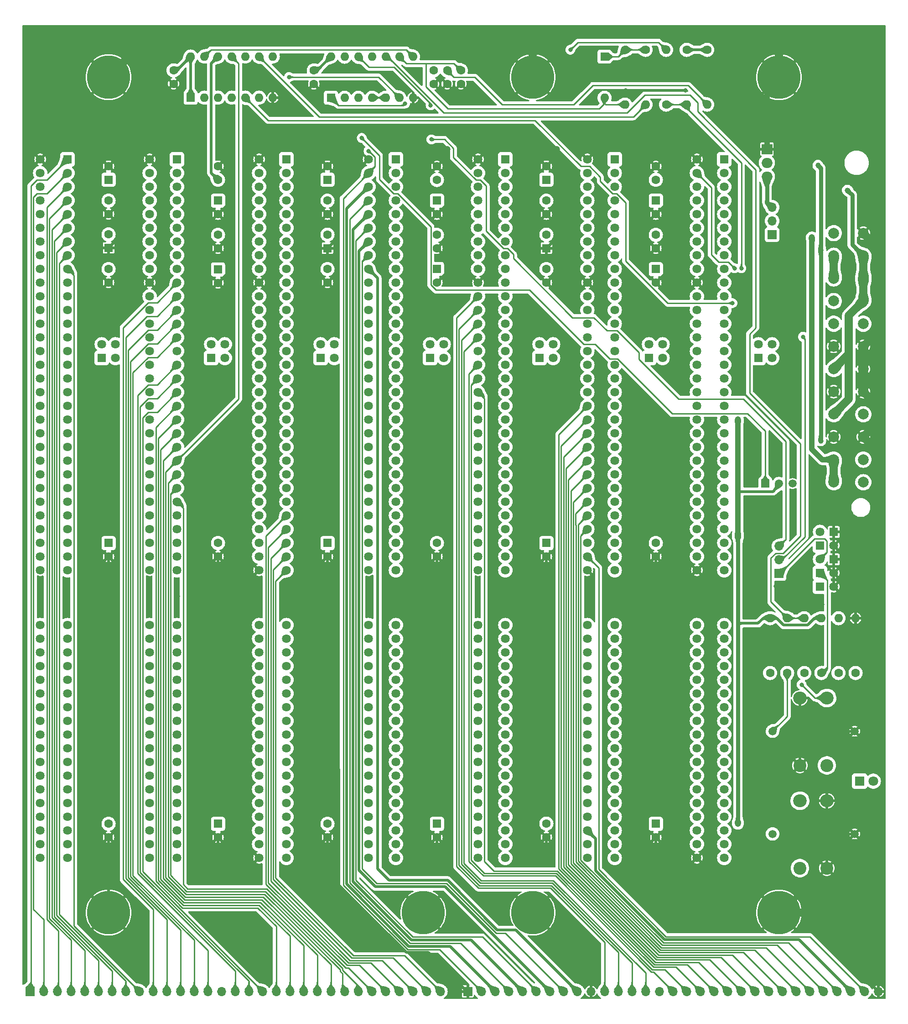
<source format=gbr>
G04 #@! TF.GenerationSoftware,KiCad,Pcbnew,7.0.7*
G04 #@! TF.CreationDate,2023-09-16T11:57:45-04:00*
G04 #@! TF.ProjectId,1 - ATX 16 bit ISA passive backplane,31202d20-4154-4582-9031-362062697420,2*
G04 #@! TF.SameCoordinates,Original*
G04 #@! TF.FileFunction,Copper,L2,Bot*
G04 #@! TF.FilePolarity,Positive*
%FSLAX46Y46*%
G04 Gerber Fmt 4.6, Leading zero omitted, Abs format (unit mm)*
G04 Created by KiCad (PCBNEW 7.0.7) date 2023-09-16 11:57:45*
%MOMM*%
%LPD*%
G01*
G04 APERTURE LIST*
G04 #@! TA.AperFunction,ComponentPad*
%ADD10C,1.600000*%
G04 #@! TD*
G04 #@! TA.AperFunction,ComponentPad*
%ADD11O,1.600000X1.600000*%
G04 #@! TD*
G04 #@! TA.AperFunction,ComponentPad*
%ADD12R,1.600000X1.600000*%
G04 #@! TD*
G04 #@! TA.AperFunction,ComponentPad*
%ADD13R,1.635000X1.635000*%
G04 #@! TD*
G04 #@! TA.AperFunction,ComponentPad*
%ADD14C,1.635000*%
G04 #@! TD*
G04 #@! TA.AperFunction,ComponentPad*
%ADD15C,0.900000*%
G04 #@! TD*
G04 #@! TA.AperFunction,ComponentPad*
%ADD16C,8.000000*%
G04 #@! TD*
G04 #@! TA.AperFunction,ComponentPad*
%ADD17C,2.000000*%
G04 #@! TD*
G04 #@! TA.AperFunction,ComponentPad*
%ADD18R,1.800000X1.800000*%
G04 #@! TD*
G04 #@! TA.AperFunction,ComponentPad*
%ADD19C,1.800000*%
G04 #@! TD*
G04 #@! TA.AperFunction,ComponentPad*
%ADD20R,2.000000X1.905000*%
G04 #@! TD*
G04 #@! TA.AperFunction,ComponentPad*
%ADD21O,2.000000X1.905000*%
G04 #@! TD*
G04 #@! TA.AperFunction,ComponentPad*
%ADD22R,1.700000X1.700000*%
G04 #@! TD*
G04 #@! TA.AperFunction,ComponentPad*
%ADD23O,1.700000X1.700000*%
G04 #@! TD*
G04 #@! TA.AperFunction,ComponentPad*
%ADD24R,1.500000X1.500000*%
G04 #@! TD*
G04 #@! TA.AperFunction,ComponentPad*
%ADD25C,1.500000*%
G04 #@! TD*
G04 #@! TA.AperFunction,ComponentPad*
%ADD26O,2.500000X2.400000*%
G04 #@! TD*
G04 #@! TA.AperFunction,ComponentPad*
%ADD27C,2.400000*%
G04 #@! TD*
G04 #@! TA.AperFunction,ViaPad*
%ADD28C,0.800000*%
G04 #@! TD*
G04 #@! TA.AperFunction,ViaPad*
%ADD29C,1.200000*%
G04 #@! TD*
G04 #@! TA.AperFunction,ViaPad*
%ADD30C,1.000000*%
G04 #@! TD*
G04 #@! TA.AperFunction,Conductor*
%ADD31C,0.500000*%
G04 #@! TD*
G04 #@! TA.AperFunction,Conductor*
%ADD32C,1.500000*%
G04 #@! TD*
G04 #@! TA.AperFunction,Conductor*
%ADD33C,1.000000*%
G04 #@! TD*
G04 #@! TA.AperFunction,Conductor*
%ADD34C,0.250000*%
G04 #@! TD*
G04 #@! TA.AperFunction,Conductor*
%ADD35C,0.750000*%
G04 #@! TD*
G04 APERTURE END LIST*
D10*
X143510000Y-20320000D03*
D11*
X143510000Y-30480000D03*
D12*
X77470000Y-29210000D03*
D11*
X80010000Y-29210000D03*
X82550000Y-29210000D03*
X85090000Y-29210000D03*
X87630000Y-29210000D03*
X90170000Y-29210000D03*
X92710000Y-29210000D03*
X92710000Y-21590000D03*
X90170000Y-21590000D03*
X87630000Y-21590000D03*
X85090000Y-21590000D03*
X82550000Y-21590000D03*
X80010000Y-21590000D03*
X77470000Y-21590000D03*
D13*
X170815000Y-114808000D03*
D14*
X168275000Y-114808000D03*
D13*
X136520000Y-77475000D03*
D14*
X136520000Y-74935000D03*
X139060000Y-77475000D03*
X139060000Y-74935000D03*
D15*
X91383400Y-180340000D03*
X92327981Y-178059581D03*
X92327981Y-182620419D03*
X94608400Y-177115000D03*
D16*
X94608400Y-180340000D03*
D15*
X94608400Y-183565000D03*
X96888819Y-178059581D03*
X96888819Y-182620419D03*
X97833400Y-180340000D03*
D12*
X97155000Y-60960000D03*
D10*
X97155000Y-63460000D03*
D15*
X157430000Y-25400000D03*
X158374581Y-23119581D03*
X158374581Y-27680419D03*
X160655000Y-22175000D03*
D16*
X160655000Y-25400000D03*
D15*
X160655000Y-28625000D03*
X162935419Y-23119581D03*
X162935419Y-27680419D03*
X163880000Y-25400000D03*
D10*
X56515000Y-111780000D03*
X56515000Y-114280000D03*
D17*
X170815000Y-100520000D03*
X170815000Y-96320000D03*
X170815000Y-92120000D03*
X170815000Y-87920000D03*
X170815000Y-83720000D03*
X170815000Y-79520000D03*
X170815000Y-75320000D03*
X170815000Y-71120000D03*
X170815000Y-66920000D03*
X170815000Y-62720000D03*
X170815000Y-58520000D03*
X170815000Y-54320000D03*
X176315000Y-100520000D03*
X176315000Y-96320000D03*
X176315000Y-92120000D03*
X176315000Y-87920000D03*
X176315000Y-83720000D03*
X176315000Y-79520000D03*
X176315000Y-75320000D03*
X176315000Y-71120000D03*
X176315000Y-66920000D03*
X176315000Y-62720000D03*
X176315000Y-58520000D03*
X176315000Y-54320000D03*
D10*
X139700000Y-30480000D03*
D11*
X139700000Y-20320000D03*
D15*
X111703400Y-25400000D03*
X112647981Y-23119581D03*
X112647981Y-27680419D03*
X114928400Y-22175000D03*
D16*
X114928400Y-25400000D03*
D15*
X114928400Y-28625000D03*
X117208819Y-23119581D03*
X117208819Y-27680419D03*
X118153400Y-25400000D03*
D18*
X175636000Y-155956000D03*
D19*
X178176000Y-155956000D03*
D13*
X116200000Y-77475000D03*
D14*
X116200000Y-74935000D03*
X118740000Y-77475000D03*
X118740000Y-74935000D03*
D12*
X36195000Y-44410000D03*
D10*
X36195000Y-41910000D03*
D12*
X56515000Y-163870000D03*
D10*
X56515000Y-166370000D03*
D12*
X76835000Y-44410000D03*
D10*
X76835000Y-41910000D03*
X36195000Y-163850000D03*
X36195000Y-166350000D03*
D12*
X56515000Y-61047600D03*
D10*
X56515000Y-63547600D03*
D15*
X157423400Y-180340000D03*
X158367981Y-178059581D03*
X158367981Y-182620419D03*
X160648400Y-177115000D03*
D16*
X160648400Y-180340000D03*
D15*
X160648400Y-183565000D03*
X162928819Y-178059581D03*
X162928819Y-182620419D03*
X163873400Y-180340000D03*
D10*
X117475000Y-163830000D03*
X117475000Y-166330000D03*
X48260000Y-24130000D03*
X48260000Y-26630000D03*
D12*
X117475000Y-111800000D03*
D10*
X117475000Y-114300000D03*
D12*
X36195000Y-111800000D03*
D10*
X36195000Y-114300000D03*
X56515000Y-54630000D03*
X56515000Y-57130000D03*
D13*
X89535000Y-40640000D03*
D14*
X89535000Y-43180000D03*
X89535000Y-45720000D03*
X89535000Y-48260000D03*
X89535000Y-50800000D03*
X89535000Y-53340000D03*
X89535000Y-55880000D03*
X89535000Y-58420000D03*
X89535000Y-60960000D03*
X89535000Y-63500000D03*
X89535000Y-66040000D03*
X89535000Y-68580000D03*
X89535000Y-71120000D03*
X89535000Y-73660000D03*
X89535000Y-76200000D03*
X89535000Y-78740000D03*
X89535000Y-81280000D03*
X89535000Y-83820000D03*
X89535000Y-86360000D03*
X89535000Y-88900000D03*
X89535000Y-91440000D03*
X89535000Y-93980000D03*
X89535000Y-96520000D03*
X89535000Y-99060000D03*
X89535000Y-101600000D03*
X89535000Y-104140000D03*
X89535000Y-106680000D03*
X89535000Y-109220000D03*
X89535000Y-111760000D03*
X89535000Y-114300000D03*
X89535000Y-116840000D03*
X84455000Y-40640000D03*
X84455000Y-43180000D03*
X84455000Y-45720000D03*
X84455000Y-48260000D03*
X84455000Y-50800000D03*
X84455000Y-53340000D03*
X84455000Y-55880000D03*
X84455000Y-58420000D03*
X84455000Y-60960000D03*
X84455000Y-63500000D03*
X84455000Y-66040000D03*
X84455000Y-68580000D03*
X84455000Y-71120000D03*
X84455000Y-73660000D03*
X84455000Y-76200000D03*
X84455000Y-78740000D03*
X84455000Y-81280000D03*
X84455000Y-83820000D03*
X84455000Y-86360000D03*
X84455000Y-88900000D03*
X84455000Y-91440000D03*
X84455000Y-93980000D03*
X84455000Y-96520000D03*
X84455000Y-99060000D03*
X84455000Y-101600000D03*
X84455000Y-104140000D03*
X84455000Y-106680000D03*
X84455000Y-109220000D03*
X84455000Y-111760000D03*
X84455000Y-114300000D03*
X84455000Y-116840000D03*
X89535000Y-127000000D03*
X89535000Y-129540000D03*
X89535000Y-132080000D03*
X89535000Y-134620000D03*
X89535000Y-137160000D03*
X89535000Y-139700000D03*
X89535000Y-142240000D03*
X89535000Y-144780000D03*
X89535000Y-147320000D03*
X89535000Y-149860000D03*
X89535000Y-152400000D03*
X89535000Y-154940000D03*
X89535000Y-157480000D03*
X89535000Y-160020000D03*
X89535000Y-162560000D03*
X89535000Y-165100000D03*
X89535000Y-167640000D03*
X89535000Y-170180000D03*
X84455000Y-127000000D03*
X84455000Y-129540000D03*
X84455000Y-132080000D03*
X84455000Y-134620000D03*
X84455000Y-137160000D03*
X84455000Y-139700000D03*
X84455000Y-142240000D03*
X84455000Y-144780000D03*
X84455000Y-147320000D03*
X84455000Y-149860000D03*
X84455000Y-152400000D03*
X84455000Y-154940000D03*
X84455000Y-157480000D03*
X84455000Y-160020000D03*
X84455000Y-162560000D03*
X84455000Y-165100000D03*
X84455000Y-167640000D03*
X84455000Y-170180000D03*
D10*
X36195000Y-48280000D03*
X36195000Y-50780000D03*
X76835000Y-163850000D03*
X76835000Y-166350000D03*
X132080000Y-20320000D03*
D11*
X132080000Y-30480000D03*
D10*
X56515000Y-44410000D03*
X56515000Y-41910000D03*
D13*
X168275000Y-117348000D03*
D14*
X170815000Y-117348000D03*
D20*
X158410000Y-38735000D03*
D21*
X158410000Y-41275000D03*
X158410000Y-43815000D03*
D22*
X160655000Y-117460000D03*
D23*
X160655000Y-114920000D03*
X160655000Y-112380000D03*
D15*
X111703400Y-180340000D03*
X112647981Y-178059581D03*
X112647981Y-182620419D03*
X114928400Y-177115000D03*
D16*
X114928400Y-180340000D03*
D15*
X114928400Y-183565000D03*
X117208819Y-178059581D03*
X117208819Y-182620419D03*
X118153400Y-180340000D03*
D24*
X158105000Y-100780000D03*
D25*
X160645000Y-100780000D03*
X163185000Y-100780000D03*
D13*
X170815000Y-109728000D03*
D14*
X168275000Y-109728000D03*
D12*
X137795000Y-61000000D03*
D10*
X137795000Y-63500000D03*
D13*
X156845000Y-77470000D03*
D14*
X156845000Y-74930000D03*
X159385000Y-77470000D03*
X159385000Y-74930000D03*
D13*
X150495000Y-40640000D03*
D14*
X150495000Y-43180000D03*
X150495000Y-45720000D03*
X150495000Y-48260000D03*
X150495000Y-50800000D03*
X150495000Y-53340000D03*
X150495000Y-55880000D03*
X150495000Y-58420000D03*
X150495000Y-60960000D03*
X150495000Y-63500000D03*
X150495000Y-66040000D03*
X150495000Y-68580000D03*
X150495000Y-71120000D03*
X150495000Y-73660000D03*
X150495000Y-76200000D03*
X150495000Y-78740000D03*
X150495000Y-81280000D03*
X150495000Y-83820000D03*
X150495000Y-86360000D03*
X150495000Y-88900000D03*
X150495000Y-91440000D03*
X150495000Y-93980000D03*
X150495000Y-96520000D03*
X150495000Y-99060000D03*
X150495000Y-101600000D03*
X150495000Y-104140000D03*
X150495000Y-106680000D03*
X150495000Y-109220000D03*
X150495000Y-111760000D03*
X150495000Y-114300000D03*
X150495000Y-116840000D03*
X145415000Y-40640000D03*
X145415000Y-43180000D03*
X145415000Y-45720000D03*
X145415000Y-48260000D03*
X145415000Y-50800000D03*
X145415000Y-53340000D03*
X145415000Y-55880000D03*
X145415000Y-58420000D03*
X145415000Y-60960000D03*
X145415000Y-63500000D03*
X145415000Y-66040000D03*
X145415000Y-68580000D03*
X145415000Y-71120000D03*
X145415000Y-73660000D03*
X145415000Y-76200000D03*
X145415000Y-78740000D03*
X145415000Y-81280000D03*
X145415000Y-83820000D03*
X145415000Y-86360000D03*
X145415000Y-88900000D03*
X145415000Y-91440000D03*
X145415000Y-93980000D03*
X145415000Y-96520000D03*
X145415000Y-99060000D03*
X145415000Y-101600000D03*
X145415000Y-104140000D03*
X145415000Y-106680000D03*
X145415000Y-109220000D03*
X145415000Y-111760000D03*
X145415000Y-114300000D03*
X145415000Y-116840000D03*
X150495000Y-127000000D03*
X150495000Y-129540000D03*
X150495000Y-132080000D03*
X150495000Y-134620000D03*
X150495000Y-137160000D03*
X150495000Y-139700000D03*
X150495000Y-142240000D03*
X150495000Y-144780000D03*
X150495000Y-147320000D03*
X150495000Y-149860000D03*
X150495000Y-152400000D03*
X150495000Y-154940000D03*
X150495000Y-157480000D03*
X150495000Y-160020000D03*
X150495000Y-162560000D03*
X150495000Y-165100000D03*
X150495000Y-167640000D03*
X150495000Y-170180000D03*
X145415000Y-127000000D03*
X145415000Y-129540000D03*
X145415000Y-132080000D03*
X145415000Y-134620000D03*
X145415000Y-137160000D03*
X145415000Y-139700000D03*
X145415000Y-142240000D03*
X145415000Y-144780000D03*
X145415000Y-147320000D03*
X145415000Y-149860000D03*
X145415000Y-152400000D03*
X145415000Y-154940000D03*
X145415000Y-157480000D03*
X145415000Y-160020000D03*
X145415000Y-162560000D03*
X145415000Y-165100000D03*
X145415000Y-167640000D03*
X145415000Y-170180000D03*
D13*
X34920000Y-77475000D03*
D14*
X34920000Y-74935000D03*
X37460000Y-77475000D03*
X37460000Y-74935000D03*
D13*
X48895000Y-40640000D03*
D14*
X48895000Y-43180000D03*
X48895000Y-45720000D03*
X48895000Y-48260000D03*
X48895000Y-50800000D03*
X48895000Y-53340000D03*
X48895000Y-55880000D03*
X48895000Y-58420000D03*
X48895000Y-60960000D03*
X48895000Y-63500000D03*
X48895000Y-66040000D03*
X48895000Y-68580000D03*
X48895000Y-71120000D03*
X48895000Y-73660000D03*
X48895000Y-76200000D03*
X48895000Y-78740000D03*
X48895000Y-81280000D03*
X48895000Y-83820000D03*
X48895000Y-86360000D03*
X48895000Y-88900000D03*
X48895000Y-91440000D03*
X48895000Y-93980000D03*
X48895000Y-96520000D03*
X48895000Y-99060000D03*
X48895000Y-101600000D03*
X48895000Y-104140000D03*
X48895000Y-106680000D03*
X48895000Y-109220000D03*
X48895000Y-111760000D03*
X48895000Y-114300000D03*
X48895000Y-116840000D03*
X43815000Y-40640000D03*
X43815000Y-43180000D03*
X43815000Y-45720000D03*
X43815000Y-48260000D03*
X43815000Y-50800000D03*
X43815000Y-53340000D03*
X43815000Y-55880000D03*
X43815000Y-58420000D03*
X43815000Y-60960000D03*
X43815000Y-63500000D03*
X43815000Y-66040000D03*
X43815000Y-68580000D03*
X43815000Y-71120000D03*
X43815000Y-73660000D03*
X43815000Y-76200000D03*
X43815000Y-78740000D03*
X43815000Y-81280000D03*
X43815000Y-83820000D03*
X43815000Y-86360000D03*
X43815000Y-88900000D03*
X43815000Y-91440000D03*
X43815000Y-93980000D03*
X43815000Y-96520000D03*
X43815000Y-99060000D03*
X43815000Y-101600000D03*
X43815000Y-104140000D03*
X43815000Y-106680000D03*
X43815000Y-109220000D03*
X43815000Y-111760000D03*
X43815000Y-114300000D03*
X43815000Y-116840000D03*
X48895000Y-127000000D03*
X48895000Y-129540000D03*
X48895000Y-132080000D03*
X48895000Y-134620000D03*
X48895000Y-137160000D03*
X48895000Y-139700000D03*
X48895000Y-142240000D03*
X48895000Y-144780000D03*
X48895000Y-147320000D03*
X48895000Y-149860000D03*
X48895000Y-152400000D03*
X48895000Y-154940000D03*
X48895000Y-157480000D03*
X48895000Y-160020000D03*
X48895000Y-162560000D03*
X48895000Y-165100000D03*
X48895000Y-167640000D03*
X48895000Y-170180000D03*
X43815000Y-127000000D03*
X43815000Y-129540000D03*
X43815000Y-132080000D03*
X43815000Y-134620000D03*
X43815000Y-137160000D03*
X43815000Y-139700000D03*
X43815000Y-142240000D03*
X43815000Y-144780000D03*
X43815000Y-147320000D03*
X43815000Y-149860000D03*
X43815000Y-152400000D03*
X43815000Y-154940000D03*
X43815000Y-157480000D03*
X43815000Y-160020000D03*
X43815000Y-162560000D03*
X43815000Y-165100000D03*
X43815000Y-167640000D03*
X43815000Y-170180000D03*
D26*
X164545000Y-140535000D03*
D27*
X164545000Y-153035000D03*
D26*
X169545000Y-140535000D03*
D27*
X169545000Y-153035000D03*
D25*
X174705000Y-146685000D03*
X159465000Y-146685000D03*
D13*
X75560000Y-77475000D03*
D14*
X75560000Y-74935000D03*
X78100000Y-77475000D03*
X78100000Y-74935000D03*
D10*
X74295000Y-24150000D03*
X74295000Y-26650000D03*
D12*
X76835000Y-57110000D03*
D10*
X76835000Y-54610000D03*
D13*
X130168400Y-40640000D03*
D14*
X130168400Y-43180000D03*
X130168400Y-45720000D03*
X130168400Y-48260000D03*
X130168400Y-50800000D03*
X130168400Y-53340000D03*
X130168400Y-55880000D03*
X130168400Y-58420000D03*
X130168400Y-60960000D03*
X130168400Y-63500000D03*
X130168400Y-66040000D03*
X130168400Y-68580000D03*
X130168400Y-71120000D03*
X130168400Y-73660000D03*
X130168400Y-76200000D03*
X130168400Y-78740000D03*
X130168400Y-81280000D03*
X130168400Y-83820000D03*
X130168400Y-86360000D03*
X130168400Y-88900000D03*
X130168400Y-91440000D03*
X130168400Y-93980000D03*
X130168400Y-96520000D03*
X130168400Y-99060000D03*
X130168400Y-101600000D03*
X130168400Y-104140000D03*
X130168400Y-106680000D03*
X130168400Y-109220000D03*
X130168400Y-111760000D03*
X130168400Y-114300000D03*
X130168400Y-116840000D03*
X125088400Y-40640000D03*
X125088400Y-43180000D03*
X125088400Y-45720000D03*
X125088400Y-48260000D03*
X125088400Y-50800000D03*
X125088400Y-53340000D03*
X125088400Y-55880000D03*
X125088400Y-58420000D03*
X125088400Y-60960000D03*
X125088400Y-63500000D03*
X125088400Y-66040000D03*
X125088400Y-68580000D03*
X125088400Y-71120000D03*
X125088400Y-73660000D03*
X125088400Y-76200000D03*
X125088400Y-78740000D03*
X125088400Y-81280000D03*
X125088400Y-83820000D03*
X125088400Y-86360000D03*
X125088400Y-88900000D03*
X125088400Y-91440000D03*
X125088400Y-93980000D03*
X125088400Y-96520000D03*
X125088400Y-99060000D03*
X125088400Y-101600000D03*
X125088400Y-104140000D03*
X125088400Y-106680000D03*
X125088400Y-109220000D03*
X125088400Y-111760000D03*
X125088400Y-114300000D03*
X125088400Y-116840000D03*
X130168400Y-127000000D03*
X130168400Y-129540000D03*
X130168400Y-132080000D03*
X130168400Y-134620000D03*
X130168400Y-137160000D03*
X130168400Y-139700000D03*
X130168400Y-142240000D03*
X130168400Y-144780000D03*
X130168400Y-147320000D03*
X130168400Y-149860000D03*
X130168400Y-152400000D03*
X130168400Y-154940000D03*
X130168400Y-157480000D03*
X130168400Y-160020000D03*
X130168400Y-162560000D03*
X130168400Y-165100000D03*
X130168400Y-167640000D03*
X130168400Y-170180000D03*
X125088400Y-127000000D03*
X125088400Y-129540000D03*
X125088400Y-132080000D03*
X125088400Y-134620000D03*
X125088400Y-137160000D03*
X125088400Y-139700000D03*
X125088400Y-142240000D03*
X125088400Y-144780000D03*
X125088400Y-147320000D03*
X125088400Y-149860000D03*
X125088400Y-152400000D03*
X125088400Y-154940000D03*
X125088400Y-157480000D03*
X125088400Y-160020000D03*
X125088400Y-162560000D03*
X125088400Y-165100000D03*
X125088400Y-167640000D03*
X125088400Y-170180000D03*
D10*
X159004000Y-135890000D03*
D11*
X159004000Y-125730000D03*
D10*
X165354000Y-135890000D03*
D11*
X165354000Y-125730000D03*
D13*
X28575000Y-40640000D03*
D14*
X28575000Y-43180000D03*
X28575000Y-45720000D03*
X28575000Y-48260000D03*
X28575000Y-50800000D03*
X28575000Y-53340000D03*
X28575000Y-55880000D03*
X28575000Y-58420000D03*
X28575000Y-60960000D03*
X28575000Y-63500000D03*
X28575000Y-66040000D03*
X28575000Y-68580000D03*
X28575000Y-71120000D03*
X28575000Y-73660000D03*
X28575000Y-76200000D03*
X28575000Y-78740000D03*
X28575000Y-81280000D03*
X28575000Y-83820000D03*
X28575000Y-86360000D03*
X28575000Y-88900000D03*
X28575000Y-91440000D03*
X28575000Y-93980000D03*
X28575000Y-96520000D03*
X28575000Y-99060000D03*
X28575000Y-101600000D03*
X28575000Y-104140000D03*
X28575000Y-106680000D03*
X28575000Y-109220000D03*
X28575000Y-111760000D03*
X28575000Y-114300000D03*
X28575000Y-116840000D03*
X23495000Y-40640000D03*
X23495000Y-43180000D03*
X23495000Y-45720000D03*
X23495000Y-48260000D03*
X23495000Y-50800000D03*
X23495000Y-53340000D03*
X23495000Y-55880000D03*
X23495000Y-58420000D03*
X23495000Y-60960000D03*
X23495000Y-63500000D03*
X23495000Y-66040000D03*
X23495000Y-68580000D03*
X23495000Y-71120000D03*
X23495000Y-73660000D03*
X23495000Y-76200000D03*
X23495000Y-78740000D03*
X23495000Y-81280000D03*
X23495000Y-83820000D03*
X23495000Y-86360000D03*
X23495000Y-88900000D03*
X23495000Y-91440000D03*
X23495000Y-93980000D03*
X23495000Y-96520000D03*
X23495000Y-99060000D03*
X23495000Y-101600000D03*
X23495000Y-104140000D03*
X23495000Y-106680000D03*
X23495000Y-109220000D03*
X23495000Y-111760000D03*
X23495000Y-114300000D03*
X23495000Y-116840000D03*
X28575000Y-127000000D03*
X28575000Y-129540000D03*
X28575000Y-132080000D03*
X28575000Y-134620000D03*
X28575000Y-137160000D03*
X28575000Y-139700000D03*
X28575000Y-142240000D03*
X28575000Y-144780000D03*
X28575000Y-147320000D03*
X28575000Y-149860000D03*
X28575000Y-152400000D03*
X28575000Y-154940000D03*
X28575000Y-157480000D03*
X28575000Y-160020000D03*
X28575000Y-162560000D03*
X28575000Y-165100000D03*
X28575000Y-167640000D03*
X28575000Y-170180000D03*
X23495000Y-127000000D03*
X23495000Y-129540000D03*
X23495000Y-132080000D03*
X23495000Y-134620000D03*
X23495000Y-137160000D03*
X23495000Y-139700000D03*
X23495000Y-142240000D03*
X23495000Y-144780000D03*
X23495000Y-147320000D03*
X23495000Y-149860000D03*
X23495000Y-152400000D03*
X23495000Y-154940000D03*
X23495000Y-157480000D03*
X23495000Y-160020000D03*
X23495000Y-162560000D03*
X23495000Y-165100000D03*
X23495000Y-167640000D03*
X23495000Y-170180000D03*
D12*
X117475000Y-57110000D03*
D10*
X117475000Y-54610000D03*
D26*
X164545000Y-159585000D03*
D27*
X164545000Y-172085000D03*
D26*
X169545000Y-159585000D03*
D27*
X169545000Y-172085000D03*
D25*
X174705000Y-165735000D03*
X159465000Y-165735000D03*
D10*
X101600000Y-24150000D03*
X101600000Y-26650000D03*
X76835000Y-48300000D03*
X76835000Y-50800000D03*
X137795000Y-54630000D03*
X137795000Y-57130000D03*
D12*
X128270000Y-21590000D03*
D11*
X128270000Y-29210000D03*
D10*
X96520000Y-24170000D03*
X96520000Y-26670000D03*
D15*
X32963400Y-180340000D03*
X33907981Y-178059581D03*
X33907981Y-182620419D03*
X36188400Y-177115000D03*
D16*
X36188400Y-180340000D03*
D15*
X36188400Y-183565000D03*
X38468819Y-178059581D03*
X38468819Y-182620419D03*
X39413400Y-180340000D03*
D10*
X97155000Y-54630000D03*
X97155000Y-57130000D03*
X99060000Y-24150000D03*
X99060000Y-26650000D03*
X117475000Y-48300000D03*
X117475000Y-50800000D03*
D22*
X21590000Y-194945000D03*
D23*
X24130000Y-194945000D03*
X26670000Y-194945000D03*
X29210000Y-194945000D03*
X31750000Y-194945000D03*
X34290000Y-194945000D03*
X36830000Y-194945000D03*
X39370000Y-194945000D03*
X41910000Y-194945000D03*
X44450000Y-194945000D03*
X46990000Y-194945000D03*
X49530000Y-194945000D03*
X52070000Y-194945000D03*
X54610000Y-194945000D03*
X57150000Y-194945000D03*
X59690000Y-194945000D03*
X62230000Y-194945000D03*
X64770000Y-194945000D03*
X67310000Y-194945000D03*
X69850000Y-194945000D03*
X72390000Y-194945000D03*
X74930000Y-194945000D03*
X77470000Y-194945000D03*
X80010000Y-194945000D03*
X82550000Y-194945000D03*
X85090000Y-194945000D03*
X87630000Y-194945000D03*
X90170000Y-194945000D03*
X92710000Y-194945000D03*
X95250000Y-194945000D03*
X97790000Y-194945000D03*
D10*
X76835000Y-60980000D03*
X76835000Y-63480000D03*
X174879000Y-135890000D03*
D11*
X174879000Y-125730000D03*
D10*
X117475000Y-60980000D03*
X117475000Y-63480000D03*
D15*
X32963400Y-25400000D03*
X33907981Y-23119581D03*
X33907981Y-27680419D03*
X36188400Y-22175000D03*
D16*
X36188400Y-25400000D03*
D15*
X36188400Y-28625000D03*
X38468819Y-23119581D03*
X38468819Y-27680419D03*
X39413400Y-25400000D03*
D22*
X102870000Y-194945000D03*
D23*
X105410000Y-194945000D03*
X107950000Y-194945000D03*
X110490000Y-194945000D03*
X113030000Y-194945000D03*
X115570000Y-194945000D03*
X118110000Y-194945000D03*
X120650000Y-194945000D03*
X123190000Y-194945000D03*
X125730000Y-194945000D03*
X128270000Y-194945000D03*
X130810000Y-194945000D03*
X133350000Y-194945000D03*
X135890000Y-194945000D03*
X138430000Y-194945000D03*
X140970000Y-194945000D03*
X143510000Y-194945000D03*
X146050000Y-194945000D03*
X148590000Y-194945000D03*
X151130000Y-194945000D03*
X153670000Y-194945000D03*
X156210000Y-194945000D03*
X158750000Y-194945000D03*
X161290000Y-194945000D03*
X163830000Y-194945000D03*
X166370000Y-194945000D03*
X168910000Y-194945000D03*
X171450000Y-194945000D03*
X173990000Y-194945000D03*
X176530000Y-194945000D03*
X179070000Y-194945000D03*
D10*
X137795000Y-44430000D03*
X137795000Y-41930000D03*
X162179000Y-135890000D03*
D11*
X162179000Y-125730000D03*
D12*
X97155000Y-48300000D03*
D10*
X97155000Y-50800000D03*
D12*
X97155000Y-163870000D03*
D10*
X97155000Y-166370000D03*
D12*
X76835000Y-111800000D03*
D10*
X76835000Y-114300000D03*
D12*
X36195000Y-57062400D03*
D10*
X36195000Y-54562400D03*
D12*
X51435000Y-29190000D03*
D11*
X53975000Y-29190000D03*
X56515000Y-29190000D03*
X59055000Y-29190000D03*
X61595000Y-29190000D03*
X64135000Y-29190000D03*
X66675000Y-29190000D03*
X66675000Y-21570000D03*
X64135000Y-21570000D03*
X61595000Y-21570000D03*
X59055000Y-21570000D03*
X56515000Y-21570000D03*
X53975000Y-21570000D03*
X51435000Y-21570000D03*
D13*
X69215000Y-40640000D03*
D14*
X69215000Y-43180000D03*
X69215000Y-45720000D03*
X69215000Y-48260000D03*
X69215000Y-50800000D03*
X69215000Y-53340000D03*
X69215000Y-55880000D03*
X69215000Y-58420000D03*
X69215000Y-60960000D03*
X69215000Y-63500000D03*
X69215000Y-66040000D03*
X69215000Y-68580000D03*
X69215000Y-71120000D03*
X69215000Y-73660000D03*
X69215000Y-76200000D03*
X69215000Y-78740000D03*
X69215000Y-81280000D03*
X69215000Y-83820000D03*
X69215000Y-86360000D03*
X69215000Y-88900000D03*
X69215000Y-91440000D03*
X69215000Y-93980000D03*
X69215000Y-96520000D03*
X69215000Y-99060000D03*
X69215000Y-101600000D03*
X69215000Y-104140000D03*
X69215000Y-106680000D03*
X69215000Y-109220000D03*
X69215000Y-111760000D03*
X69215000Y-114300000D03*
X69215000Y-116840000D03*
X64135000Y-40640000D03*
X64135000Y-43180000D03*
X64135000Y-45720000D03*
X64135000Y-48260000D03*
X64135000Y-50800000D03*
X64135000Y-53340000D03*
X64135000Y-55880000D03*
X64135000Y-58420000D03*
X64135000Y-60960000D03*
X64135000Y-63500000D03*
X64135000Y-66040000D03*
X64135000Y-68580000D03*
X64135000Y-71120000D03*
X64135000Y-73660000D03*
X64135000Y-76200000D03*
X64135000Y-78740000D03*
X64135000Y-81280000D03*
X64135000Y-83820000D03*
X64135000Y-86360000D03*
X64135000Y-88900000D03*
X64135000Y-91440000D03*
X64135000Y-93980000D03*
X64135000Y-96520000D03*
X64135000Y-99060000D03*
X64135000Y-101600000D03*
X64135000Y-104140000D03*
X64135000Y-106680000D03*
X64135000Y-109220000D03*
X64135000Y-111760000D03*
X64135000Y-114300000D03*
X64135000Y-116840000D03*
X69215000Y-127000000D03*
X69215000Y-129540000D03*
X69215000Y-132080000D03*
X69215000Y-134620000D03*
X69215000Y-137160000D03*
X69215000Y-139700000D03*
X69215000Y-142240000D03*
X69215000Y-144780000D03*
X69215000Y-147320000D03*
X69215000Y-149860000D03*
X69215000Y-152400000D03*
X69215000Y-154940000D03*
X69215000Y-157480000D03*
X69215000Y-160020000D03*
X69215000Y-162560000D03*
X69215000Y-165100000D03*
X69215000Y-167640000D03*
X69215000Y-170180000D03*
X64135000Y-127000000D03*
X64135000Y-129540000D03*
X64135000Y-132080000D03*
X64135000Y-134620000D03*
X64135000Y-137160000D03*
X64135000Y-139700000D03*
X64135000Y-142240000D03*
X64135000Y-144780000D03*
X64135000Y-147320000D03*
X64135000Y-149860000D03*
X64135000Y-152400000D03*
X64135000Y-154940000D03*
X64135000Y-157480000D03*
X64135000Y-160020000D03*
X64135000Y-162560000D03*
X64135000Y-165100000D03*
X64135000Y-167640000D03*
X64135000Y-170180000D03*
D10*
X137795000Y-111780000D03*
X137795000Y-114280000D03*
X171704000Y-135890000D03*
D11*
X171704000Y-125730000D03*
D10*
X135890000Y-20320000D03*
D11*
X135890000Y-30480000D03*
D10*
X97155000Y-111780000D03*
X97155000Y-114280000D03*
X97155000Y-44450000D03*
X97155000Y-41950000D03*
D13*
X109855000Y-40640000D03*
D14*
X109855000Y-43180000D03*
X109855000Y-45720000D03*
X109855000Y-48260000D03*
X109855000Y-50800000D03*
X109855000Y-53340000D03*
X109855000Y-55880000D03*
X109855000Y-58420000D03*
X109855000Y-60960000D03*
X109855000Y-63500000D03*
X109855000Y-66040000D03*
X109855000Y-68580000D03*
X109855000Y-71120000D03*
X109855000Y-73660000D03*
X109855000Y-76200000D03*
X109855000Y-78740000D03*
X109855000Y-81280000D03*
X109855000Y-83820000D03*
X109855000Y-86360000D03*
X109855000Y-88900000D03*
X109855000Y-91440000D03*
X109855000Y-93980000D03*
X109855000Y-96520000D03*
X109855000Y-99060000D03*
X109855000Y-101600000D03*
X109855000Y-104140000D03*
X109855000Y-106680000D03*
X109855000Y-109220000D03*
X109855000Y-111760000D03*
X109855000Y-114300000D03*
X109855000Y-116840000D03*
X104775000Y-40640000D03*
X104775000Y-43180000D03*
X104775000Y-45720000D03*
X104775000Y-48260000D03*
X104775000Y-50800000D03*
X104775000Y-53340000D03*
X104775000Y-55880000D03*
X104775000Y-58420000D03*
X104775000Y-60960000D03*
X104775000Y-63500000D03*
X104775000Y-66040000D03*
X104775000Y-68580000D03*
X104775000Y-71120000D03*
X104775000Y-73660000D03*
X104775000Y-76200000D03*
X104775000Y-78740000D03*
X104775000Y-81280000D03*
X104775000Y-83820000D03*
X104775000Y-86360000D03*
X104775000Y-88900000D03*
X104775000Y-91440000D03*
X104775000Y-93980000D03*
X104775000Y-96520000D03*
X104775000Y-99060000D03*
X104775000Y-101600000D03*
X104775000Y-104140000D03*
X104775000Y-106680000D03*
X104775000Y-109220000D03*
X104775000Y-111760000D03*
X104775000Y-114300000D03*
X104775000Y-116840000D03*
X109855000Y-127000000D03*
X109855000Y-129540000D03*
X109855000Y-132080000D03*
X109855000Y-134620000D03*
X109855000Y-137160000D03*
X109855000Y-139700000D03*
X109855000Y-142240000D03*
X109855000Y-144780000D03*
X109855000Y-147320000D03*
X109855000Y-149860000D03*
X109855000Y-152400000D03*
X109855000Y-154940000D03*
X109855000Y-157480000D03*
X109855000Y-160020000D03*
X109855000Y-162560000D03*
X109855000Y-165100000D03*
X109855000Y-167640000D03*
X109855000Y-170180000D03*
X104775000Y-127000000D03*
X104775000Y-129540000D03*
X104775000Y-132080000D03*
X104775000Y-134620000D03*
X104775000Y-137160000D03*
X104775000Y-139700000D03*
X104775000Y-142240000D03*
X104775000Y-144780000D03*
X104775000Y-147320000D03*
X104775000Y-149860000D03*
X104775000Y-152400000D03*
X104775000Y-154940000D03*
X104775000Y-157480000D03*
X104775000Y-160020000D03*
X104775000Y-162560000D03*
X104775000Y-165100000D03*
X104775000Y-167640000D03*
X104775000Y-170180000D03*
D12*
X137795000Y-48300000D03*
D10*
X137795000Y-50800000D03*
D12*
X117475000Y-44410000D03*
D10*
X117475000Y-41910000D03*
X147320000Y-20320000D03*
D11*
X147320000Y-30480000D03*
D10*
X36195000Y-60980000D03*
X36195000Y-63480000D03*
D22*
X159385000Y-54610000D03*
D23*
X159385000Y-52070000D03*
X159385000Y-49530000D03*
D12*
X137795000Y-163870000D03*
D10*
X137795000Y-166370000D03*
D13*
X168275000Y-112268000D03*
D14*
X170815000Y-112268000D03*
D13*
X55245000Y-77470000D03*
D14*
X55245000Y-74930000D03*
X57785000Y-77470000D03*
X57785000Y-74930000D03*
D13*
X168275000Y-119888000D03*
D14*
X170815000Y-119888000D03*
D12*
X56515000Y-48300000D03*
D10*
X56515000Y-50800000D03*
X168529000Y-135890000D03*
D11*
X168529000Y-125730000D03*
D13*
X95880000Y-77475000D03*
D14*
X95880000Y-74935000D03*
X98420000Y-77475000D03*
X98420000Y-74935000D03*
D28*
X155829000Y-97282000D03*
D29*
X36195000Y-170180000D03*
D28*
X31877000Y-42164000D03*
D29*
X78740000Y-38735000D03*
X56508400Y-170180000D03*
D28*
X160020000Y-119761000D03*
X130175000Y-121666000D03*
X76200000Y-36068000D03*
X114554000Y-36576000D03*
X25654000Y-20828000D03*
X99060000Y-50673000D03*
X165354000Y-114935000D03*
X71501000Y-21717000D03*
X28448000Y-121666000D03*
X152019000Y-46990000D03*
D29*
X36195000Y-117475000D03*
X117475000Y-117475000D03*
D28*
X78994000Y-42037000D03*
X134112000Y-63500000D03*
X143256000Y-27813000D03*
X170434000Y-37719000D03*
X155829000Y-105664000D03*
X23368000Y-121666000D03*
D29*
X56515000Y-117475000D03*
X119380000Y-38735000D03*
D28*
X74168000Y-50800000D03*
X152019000Y-52070000D03*
X165354000Y-121793000D03*
X89535000Y-26289000D03*
X152019000Y-57150000D03*
X155067000Y-54610000D03*
D29*
X58420000Y-38735000D03*
D28*
X60325000Y-182245000D03*
X39624000Y-51181000D03*
X162179000Y-64643000D03*
X155829000Y-90805000D03*
X169291000Y-105918000D03*
X154305000Y-70104000D03*
X153797000Y-78613000D03*
X33528000Y-50800000D03*
X57785000Y-26797000D03*
X165608000Y-49657000D03*
X134874000Y-41910000D03*
X106045000Y-22098000D03*
X57658000Y-22987000D03*
D29*
X99060000Y-38735000D03*
D28*
X141605000Y-76708000D03*
X159766000Y-104394000D03*
D29*
X137795000Y-117475000D03*
X137788000Y-170180000D03*
X97148400Y-170180000D03*
D28*
X155067000Y-58420000D03*
X152527000Y-30480000D03*
X94107000Y-57023000D03*
X141097000Y-42164000D03*
X157226000Y-80772000D03*
D29*
X76835000Y-117475000D03*
D28*
X125222000Y-121666000D03*
X119888000Y-41910000D03*
X84455000Y-121666000D03*
X53721000Y-57023000D03*
X165608000Y-43434000D03*
X60325000Y-186055000D03*
X138049000Y-34798000D03*
X95377000Y-50800000D03*
D29*
X139700000Y-38735000D03*
D28*
X104775000Y-121666000D03*
X52959000Y-41910000D03*
X169291000Y-28575000D03*
X135890000Y-50673000D03*
X168656000Y-123190000D03*
X159004000Y-109855000D03*
X92710000Y-24257000D03*
X54737000Y-50927000D03*
X163449000Y-105664000D03*
X132207000Y-27813000D03*
X43815000Y-121666000D03*
X113538000Y-42037000D03*
X76835000Y-170180000D03*
X43815000Y-30226000D03*
X58420000Y-50927000D03*
X38100000Y-41910000D03*
X175006000Y-21082000D03*
X119380000Y-50800000D03*
D29*
X97155000Y-117475000D03*
D28*
X22987000Y-37846000D03*
X161544000Y-83566000D03*
X53467000Y-24003000D03*
X114554000Y-50800000D03*
X58420000Y-41910000D03*
X139700000Y-50673000D03*
X155067000Y-48260000D03*
X93980000Y-42037000D03*
X125730000Y-29591000D03*
X100076000Y-42164000D03*
X49022000Y-121666000D03*
X152146000Y-42164000D03*
X73025000Y-41910000D03*
X162306000Y-122555000D03*
X154305000Y-65405000D03*
X99060000Y-57023000D03*
D29*
X38100000Y-38735000D03*
D28*
X165481000Y-128651000D03*
X160020000Y-94234000D03*
X85471000Y-26924000D03*
X121793000Y-25654000D03*
X117475000Y-170180000D03*
X155829000Y-124079000D03*
D29*
X153035000Y-88900000D03*
X153035000Y-163830000D03*
X153035000Y-110490000D03*
D30*
X173355000Y-46355000D03*
X168402000Y-57454800D03*
X168402000Y-92837000D03*
X167894000Y-41757600D03*
D28*
X121920000Y-20320000D03*
X91245924Y-30285924D03*
X153670000Y-60833000D03*
X84455000Y-39097700D03*
X152400000Y-60833000D03*
X165100000Y-73533000D03*
D29*
X166765000Y-55129400D03*
D28*
X152019000Y-67310000D03*
X83200300Y-36672000D03*
X164846000Y-138049000D03*
X95984600Y-30607000D03*
X96135900Y-36942400D03*
X69709500Y-25373800D03*
D31*
X115873000Y-178060000D02*
X114928000Y-177115000D01*
X169545000Y-172085000D02*
X161290000Y-180340000D01*
X56515000Y-168292000D02*
X56515000Y-166370000D01*
X125730000Y-194945000D02*
X125730000Y-191142000D01*
X99060000Y-50673000D02*
X99060000Y-55225000D01*
X139700000Y-55225000D02*
X139700000Y-61595000D01*
X76835000Y-117475000D02*
X76835000Y-114300000D01*
D32*
X179070000Y-86475000D02*
X176315000Y-83720000D01*
D31*
X58420000Y-55225000D02*
X58420000Y-61642600D01*
D32*
X179718400Y-164592000D02*
X179718400Y-170928600D01*
D31*
X78740000Y-55205000D02*
X78740000Y-61575000D01*
X139700000Y-61595000D02*
X137795000Y-63500000D01*
X97155000Y-117475000D02*
X97155000Y-114280000D01*
X36195000Y-177115000D02*
X36195000Y-170180000D01*
X76835000Y-173103000D02*
X76835000Y-170180000D01*
X78994000Y-42037000D02*
X78740000Y-42291000D01*
X117209000Y-182620000D02*
X117209000Y-182621000D01*
X36195000Y-117475000D02*
X36195000Y-114300000D01*
X99060000Y-57023000D02*
X99060000Y-61555000D01*
X58420000Y-48895000D02*
X58420000Y-50927000D01*
D32*
X173101000Y-154791000D02*
X173101000Y-157974600D01*
D31*
X38100000Y-40005000D02*
X38100000Y-41910000D01*
X116541000Y-181953000D02*
X114928000Y-180340000D01*
X78740000Y-48895000D02*
X78740000Y-55205000D01*
X179070000Y-194945000D02*
X164465000Y-180340000D01*
D32*
X114928000Y-25400000D02*
X114928000Y-17151600D01*
D31*
X97155000Y-50800000D02*
X99060000Y-48895000D01*
X38468800Y-178060000D02*
X37996500Y-177588000D01*
X58420000Y-61642600D02*
X56515000Y-63547600D01*
X114456000Y-177588000D02*
X113984000Y-178060000D01*
X139700000Y-40025000D02*
X137795000Y-41930000D01*
X95531000Y-187733000D02*
X91465100Y-187733000D01*
X58420000Y-38735000D02*
X58420000Y-40005000D01*
X174705000Y-165735000D02*
X169799000Y-165735000D01*
X91465100Y-187733000D02*
X76835000Y-173103000D01*
D32*
X176315000Y-79520000D02*
X176315000Y-83720000D01*
D31*
X174879000Y-123952000D02*
X170815000Y-119888000D01*
D32*
X176315000Y-92120000D02*
X179070000Y-94875000D01*
D31*
X117475000Y-170180000D02*
X117475000Y-166330000D01*
D32*
X160655000Y-25400000D02*
X160655000Y-17145000D01*
X173101000Y-157974600D02*
X179718400Y-164592000D01*
D31*
X37133000Y-182620000D02*
X37800900Y-182620000D01*
X174879000Y-125730000D02*
X174879000Y-123952000D01*
X170815000Y-112268000D02*
X170815000Y-109728000D01*
X119380000Y-40005000D02*
X119380000Y-41402000D01*
X161290000Y-180340000D02*
X160648400Y-180340000D01*
X36195000Y-50780000D02*
X38100000Y-48875000D01*
X99060000Y-38735000D02*
X99060000Y-40045000D01*
X38100000Y-48875000D02*
X38100000Y-55157400D01*
D32*
X179070000Y-89365000D02*
X179070000Y-86475000D01*
D31*
X119380000Y-42418000D02*
X119380000Y-48895000D01*
X119380000Y-48895000D02*
X119380000Y-50800000D01*
D32*
X170307000Y-180340000D02*
X160648400Y-180340000D01*
D31*
X94608400Y-177115000D02*
X93663800Y-178060000D01*
X114928000Y-177115000D02*
X114456000Y-177588000D01*
X37996700Y-177588000D02*
X38468800Y-178060000D01*
X37996500Y-177588000D02*
X37996700Y-177588000D01*
X37524200Y-177115000D02*
X37996500Y-177588000D01*
D32*
X114928000Y-17151600D02*
X114935000Y-17145000D01*
D31*
X164545000Y-146558000D02*
X164545000Y-140535000D01*
X169799000Y-165735000D02*
X169545000Y-165989000D01*
X99060000Y-55225000D02*
X97155000Y-57130000D01*
X137795000Y-117475000D02*
X137795000Y-114280000D01*
X139700000Y-38735000D02*
X139700000Y-40025000D01*
X36195000Y-170180000D02*
X36195000Y-166350000D01*
X174705000Y-146685000D02*
X164672000Y-146685000D01*
X137788000Y-170180000D02*
X137788000Y-166377000D01*
X137788000Y-166377000D02*
X137795000Y-166370000D01*
X96416500Y-177588000D02*
X96888800Y-178060000D01*
X97148400Y-168299000D02*
X97155000Y-168292000D01*
X76835000Y-50800000D02*
X78740000Y-48895000D01*
X36188400Y-177115000D02*
X36195000Y-177115000D01*
X117698000Y-41687200D02*
X117475000Y-41910000D01*
X170815000Y-114808000D02*
X170815000Y-112268000D01*
X56508400Y-166418000D02*
X56508400Y-168299000D01*
X58420000Y-41910000D02*
X58420000Y-48895000D01*
X99060000Y-61555000D02*
X97155000Y-63460000D01*
D32*
X114935000Y-17145000D02*
X44443400Y-17145000D01*
D31*
X58420000Y-40005000D02*
X56515000Y-41910000D01*
X58420000Y-55225000D02*
X56515000Y-57130000D01*
X99060000Y-48895000D02*
X99060000Y-50673000D01*
D32*
X176530000Y-17145000D02*
X160655000Y-17145000D01*
D31*
X94608400Y-177115000D02*
X95944200Y-177115000D01*
X139700000Y-50673000D02*
X139700000Y-55225000D01*
X137795000Y-50800000D02*
X139700000Y-48895000D01*
X38100000Y-61575000D02*
X36195000Y-63480000D01*
D32*
X160655000Y-17145000D02*
X114935000Y-17145000D01*
D31*
X93663800Y-178060000D02*
X92328400Y-178060000D01*
X38100000Y-55157400D02*
X36195000Y-57062400D01*
X164545000Y-153035000D02*
X164545000Y-146558000D01*
X97148400Y-166418000D02*
X97148400Y-168299000D01*
X119380000Y-38735000D02*
X119380000Y-40005000D01*
X170815000Y-117348000D02*
X170815000Y-114808000D01*
X99060000Y-40045000D02*
X97155000Y-41950000D01*
X139700000Y-48895000D02*
X139700000Y-50673000D01*
X97148400Y-168299000D02*
X97148400Y-170180000D01*
X119380000Y-55205000D02*
X119380000Y-61575000D01*
X58420000Y-50927000D02*
X58420000Y-55225000D01*
X118153000Y-180340000D02*
X116541000Y-181953000D01*
X170815000Y-119888000D02*
X170815000Y-117348000D01*
X56508400Y-168299000D02*
X56515000Y-168292000D01*
X78740000Y-61575000D02*
X76835000Y-63480000D01*
X78740000Y-40005000D02*
X78740000Y-41783000D01*
X95944200Y-177115000D02*
X96416500Y-177588000D01*
X78740000Y-55205000D02*
X76835000Y-57110000D01*
X56515000Y-50800000D02*
X58420000Y-48895000D01*
D33*
X158410000Y-38735000D02*
X158410000Y-27645000D01*
D31*
X117209000Y-178060000D02*
X115873000Y-178060000D01*
X117475000Y-50800000D02*
X119380000Y-48895000D01*
X102743000Y-194945000D02*
X95531000Y-187733000D01*
X99060000Y-40045000D02*
X99060000Y-48895000D01*
D32*
X179070000Y-94875000D02*
X179070000Y-148822000D01*
X44443400Y-17145000D02*
X36188400Y-25400000D01*
D31*
X102870000Y-194945000D02*
X102743000Y-194945000D01*
D32*
X179718400Y-170928600D02*
X170307000Y-180340000D01*
D31*
X169545000Y-159585000D02*
X169545000Y-158035000D01*
D32*
X176315000Y-75320000D02*
X176315000Y-79520000D01*
D31*
X169545000Y-165989000D02*
X169545000Y-159585000D01*
X97155000Y-168292000D02*
X97155000Y-166370000D01*
X96888800Y-178060000D02*
X96416700Y-177588000D01*
D32*
X179070000Y-19685000D02*
X176530000Y-17145000D01*
X176315000Y-92120000D02*
X179070000Y-89365000D01*
D31*
X38100000Y-40005000D02*
X36195000Y-41910000D01*
D33*
X158410000Y-27645000D02*
X160655000Y-25400000D01*
D31*
X78740000Y-41783000D02*
X78994000Y-42037000D01*
X117209000Y-182621000D02*
X116541000Y-181953000D01*
X119380000Y-50800000D02*
X119380000Y-55205000D01*
X38100000Y-41910000D02*
X38100000Y-48875000D01*
X99060000Y-55225000D02*
X99060000Y-57023000D01*
X113984000Y-178060000D02*
X112648000Y-178060000D01*
X119380000Y-61575000D02*
X117475000Y-63480000D01*
D32*
X179070000Y-57075000D02*
X179070000Y-19685000D01*
D31*
X78740000Y-40005000D02*
X76835000Y-41910000D01*
X36195000Y-177115000D02*
X37524200Y-177115000D01*
D32*
X179070000Y-72565000D02*
X176315000Y-75320000D01*
D31*
X56508400Y-168299000D02*
X56508400Y-170180000D01*
X119380000Y-55205000D02*
X117475000Y-57110000D01*
D32*
X179070000Y-57075000D02*
X179070000Y-72565000D01*
D31*
X125730000Y-191142000D02*
X117209000Y-182621000D01*
X78740000Y-42291000D02*
X78740000Y-48895000D01*
D32*
X176315000Y-54320000D02*
X179070000Y-57075000D01*
D31*
X119888000Y-41910000D02*
X119380000Y-42418000D01*
X96416700Y-177588000D02*
X96416500Y-177588000D01*
X76835000Y-170180000D02*
X76835000Y-166350000D01*
X117475000Y-117475000D02*
X117475000Y-114300000D01*
X56515000Y-117475000D02*
X56515000Y-114280000D01*
X114928000Y-183565000D02*
X116541000Y-181953000D01*
D32*
X179070000Y-148822000D02*
X173101000Y-154791000D01*
D31*
X38100000Y-38735000D02*
X38100000Y-40005000D01*
X119380000Y-41402000D02*
X119888000Y-41910000D01*
X164672000Y-146685000D02*
X164545000Y-146558000D01*
X119380000Y-40005000D02*
X117698000Y-41687200D01*
X139700000Y-48895000D02*
X139700000Y-40025000D01*
X139700000Y-55225000D02*
X137795000Y-57130000D01*
X78740000Y-38735000D02*
X78740000Y-40005000D01*
X169545000Y-158035000D02*
X164545000Y-153035000D01*
X38100000Y-55157400D02*
X38100000Y-61575000D01*
X164465000Y-180340000D02*
X160648400Y-180340000D01*
X58420000Y-40005000D02*
X58420000Y-41910000D01*
X169545000Y-172085000D02*
X169545000Y-165989000D01*
X36188400Y-183565000D02*
X37133000Y-182620000D01*
D34*
X128270000Y-29210000D02*
X128270000Y-30258900D01*
X91440000Y-22860000D02*
X100310000Y-22860000D01*
X90170000Y-21590000D02*
X91440000Y-22860000D01*
X127286900Y-31242000D02*
X99187000Y-31242000D01*
X128270000Y-30258900D02*
X127286900Y-31242000D01*
X128491100Y-30480000D02*
X128270000Y-30258900D01*
X99187000Y-31242000D02*
X95123000Y-27178000D01*
X95123000Y-27178000D02*
X95123000Y-22860000D01*
X100310000Y-22860000D02*
X101600000Y-24150000D01*
X132080000Y-30480000D02*
X128491100Y-30480000D01*
D33*
X153035000Y-88900000D02*
X153035000Y-101981000D01*
D32*
X176315000Y-66920000D02*
X173609000Y-69626000D01*
D35*
X153035000Y-126700000D02*
X153035000Y-163830000D01*
D32*
X176315000Y-58520000D02*
X176315000Y-62720000D01*
D31*
X159004000Y-125730000D02*
X157752100Y-125730000D01*
X153289000Y-102235000D02*
X159512000Y-102235000D01*
X173990000Y-194945000D02*
X164405000Y-185360000D01*
D32*
X170815000Y-79520000D02*
X173609000Y-76726000D01*
D31*
X160645000Y-101102000D02*
X160645000Y-100780000D01*
X156782100Y-126700000D02*
X157752100Y-125730000D01*
X164405000Y-185360000D02*
X139437000Y-185360000D01*
X55265000Y-43160000D02*
X55265000Y-22820000D01*
X159004000Y-125730000D02*
X160255900Y-125730000D01*
D35*
X174244000Y-56449000D02*
X176315000Y-58520000D01*
D31*
X139437000Y-185360000D02*
X126593000Y-172516000D01*
D32*
X176315000Y-62720000D02*
X176315000Y-66920000D01*
X173609000Y-69626000D02*
X173609000Y-76726000D01*
D31*
X126593000Y-172516000D02*
X126593000Y-166605000D01*
X167277100Y-125730000D02*
X166014100Y-126993000D01*
X153035000Y-126700000D02*
X156782100Y-126700000D01*
X80391000Y-49784000D02*
X84455000Y-45720000D01*
D35*
X153035000Y-110490000D02*
X153035000Y-126700000D01*
D33*
X153035000Y-101981000D02*
X153035000Y-110490000D01*
D31*
X125088400Y-165100000D02*
X125088200Y-165100200D01*
D32*
X173609000Y-76726000D02*
X173609000Y-85126000D01*
D31*
X161518900Y-126993000D02*
X160255900Y-125730000D01*
X153035000Y-101981000D02*
X153289000Y-102235000D01*
X80391000Y-175033000D02*
X80391000Y-49784000D01*
X107950000Y-194945000D02*
X99588000Y-186583000D01*
D35*
X173355000Y-46355000D02*
X174244000Y-47244000D01*
D32*
X173609000Y-85126000D02*
X170815000Y-87920000D01*
D31*
X55265000Y-22820000D02*
X56515000Y-21570000D01*
X56515000Y-44410000D02*
X55265000Y-43160000D01*
X168529000Y-125730000D02*
X167277100Y-125730000D01*
X91941500Y-186583000D02*
X80391000Y-175033000D01*
X159512000Y-102235000D02*
X160645000Y-101102000D01*
X99588000Y-186583000D02*
X91941500Y-186583000D01*
X126593000Y-166605000D02*
X125088200Y-165100200D01*
D35*
X174244000Y-47244000D02*
X174244000Y-56449000D01*
D31*
X166014100Y-126993000D02*
X161518900Y-126993000D01*
D34*
X143764000Y-26924000D02*
X126112900Y-26924000D01*
X147320000Y-30480000D02*
X143764000Y-26924000D01*
X109254800Y-30480000D02*
X104174800Y-25400000D01*
X100310000Y-25400000D02*
X99060000Y-24150000D01*
X126112900Y-26924000D02*
X122556900Y-30480000D01*
X122556900Y-30480000D02*
X109254800Y-30480000D01*
X104174800Y-25400000D02*
X100310000Y-25400000D01*
D31*
X88258000Y-174364000D02*
X99155300Y-174364000D01*
X99155300Y-174364000D02*
X108366000Y-183575000D01*
D32*
X170815000Y-58520000D02*
X170815000Y-62720000D01*
D31*
X111820000Y-183575000D02*
X123190000Y-194945000D01*
X84455000Y-60960000D02*
X86106000Y-62611000D01*
X86106000Y-62611000D02*
X86106000Y-172212000D01*
X86106000Y-172212000D02*
X88258000Y-174364000D01*
X108366000Y-183575000D02*
X111820000Y-183575000D01*
D35*
X168402000Y-57454800D02*
X168402000Y-92837000D01*
D31*
X85739000Y-175514000D02*
X98679000Y-175514000D01*
X82691000Y-172466000D02*
X85739000Y-175514000D01*
X98679000Y-175514000D02*
X118110000Y-194945000D01*
X84455000Y-55880000D02*
X82691000Y-57644000D01*
X82691000Y-57644000D02*
X82691000Y-172466000D01*
D35*
X168402000Y-42265600D02*
X168402000Y-57454800D01*
X167894000Y-41757600D02*
X168402000Y-42265600D01*
D31*
X81541000Y-174556000D02*
X81541000Y-53714000D01*
X113030000Y-194945000D02*
X103518000Y-185433000D01*
X103518000Y-185433000D02*
X92417800Y-185433000D01*
X92417800Y-185433000D02*
X81541000Y-174556000D01*
X81541000Y-53714000D02*
X84455000Y-50800000D01*
X51435000Y-21570000D02*
X51435000Y-29190000D01*
X48260000Y-24130000D02*
X48875000Y-24130000D01*
X48875000Y-24130000D02*
X51435000Y-21570000D01*
X74295000Y-24150000D02*
X74910000Y-24150000D01*
X147320000Y-20320000D02*
X143510000Y-20320000D01*
X74910000Y-24150000D02*
X77470000Y-21590000D01*
D34*
X121920000Y-20320000D02*
X123317000Y-18923000D01*
X91245924Y-30285924D02*
X90924848Y-30607000D01*
X138303000Y-18923000D02*
X139700000Y-20320000D01*
X123317000Y-18923000D02*
X138303000Y-18923000D01*
X78867000Y-30607000D02*
X77470000Y-29210000D01*
X90924848Y-30607000D02*
X78867000Y-30607000D01*
X153670000Y-41275000D02*
X143510000Y-31115000D01*
X153670000Y-60833000D02*
X153670000Y-41275000D01*
X139700000Y-30480000D02*
X143510000Y-30480000D01*
X143510000Y-31115000D02*
X143510000Y-30480000D01*
X22225000Y-47659300D02*
X22894300Y-46990000D01*
X24130000Y-194945000D02*
X24130000Y-181610000D01*
X22225000Y-179705000D02*
X22225000Y-47659300D01*
X24130000Y-181610000D02*
X22225000Y-179705000D01*
X22894300Y-46990000D02*
X24765000Y-46990000D01*
X24765000Y-46990000D02*
X28575000Y-43180000D01*
X26855000Y-183708000D02*
X24765000Y-181618000D01*
X24765000Y-49530000D02*
X28575000Y-45720000D01*
X26855000Y-194760000D02*
X26855000Y-183708000D01*
X24765000Y-181618000D02*
X24765000Y-49530000D01*
X26670000Y-194945000D02*
X26855000Y-194760000D01*
X28575000Y-48260000D02*
X25215000Y-51620000D01*
X25215000Y-51620000D02*
X25215000Y-181432000D01*
X25215000Y-181432000D02*
X29210000Y-185427000D01*
X29210000Y-185427000D02*
X29210000Y-194945000D01*
X31750000Y-187331000D02*
X25665000Y-181246000D01*
X31750000Y-194945000D02*
X31750000Y-187331000D01*
X25665000Y-53710000D02*
X28575000Y-50800000D01*
X25665000Y-181246000D02*
X25665000Y-53710000D01*
X34290000Y-189234000D02*
X26115000Y-181059000D01*
X34290000Y-194945000D02*
X34290000Y-189234000D01*
X26115000Y-181059000D02*
X26115000Y-55800000D01*
X26115000Y-55800000D02*
X28575000Y-53340000D01*
X26565000Y-180873000D02*
X36830000Y-191138000D01*
X36830000Y-191138000D02*
X36830000Y-194945000D01*
X26565000Y-57890000D02*
X26565000Y-180873000D01*
X28575000Y-55880000D02*
X26565000Y-57890000D01*
X39370000Y-194945000D02*
X39370000Y-193041000D01*
X39370000Y-193041000D02*
X27015000Y-180686000D01*
X27015000Y-180686000D02*
X27015000Y-59980000D01*
X27015000Y-59980000D02*
X28575000Y-58420000D01*
X29718000Y-62103000D02*
X28575000Y-60960000D01*
X41910000Y-194945000D02*
X29717500Y-182752000D01*
X29718000Y-168402000D02*
X29718000Y-62103000D01*
X29717500Y-182752000D02*
X29717500Y-168402000D01*
X29717500Y-168402000D02*
X29718000Y-168402000D01*
X21590000Y-194945000D02*
X21775000Y-194760000D01*
X21775000Y-194760000D02*
X21775000Y-45569300D01*
X22894300Y-44450000D02*
X24765000Y-44450000D01*
X21775000Y-45569300D02*
X22894300Y-44450000D01*
X24765000Y-44450000D02*
X28575000Y-40640000D01*
X44450000Y-179716000D02*
X38920000Y-174186000D01*
X38920000Y-71859300D02*
X43596300Y-67183000D01*
X45212000Y-67183000D02*
X48895000Y-63500000D01*
X43596300Y-67183000D02*
X45212000Y-67183000D01*
X44450000Y-194945000D02*
X44450000Y-179716000D01*
X38920000Y-174186000D02*
X38920000Y-71859300D01*
X133604000Y-32766000D02*
X75331000Y-32766000D01*
X75331000Y-32766000D02*
X64135000Y-21570000D01*
X135890000Y-30480000D02*
X133604000Y-32766000D01*
X41620000Y-173068000D02*
X41620000Y-84399300D01*
X59690000Y-191138000D02*
X41620000Y-173068000D01*
X41620000Y-84399300D02*
X43596800Y-82422500D01*
X43596800Y-82422500D02*
X45212500Y-82422500D01*
X45212500Y-82422500D02*
X48895000Y-78740000D01*
X59690000Y-194945000D02*
X59690000Y-191138000D01*
X42070000Y-172882000D02*
X42070000Y-86489300D01*
X62230000Y-193042000D02*
X42070000Y-172882000D01*
X42070000Y-86489300D02*
X43596800Y-84962500D01*
X45212500Y-84962500D02*
X48895000Y-81280000D01*
X62230000Y-194945000D02*
X62230000Y-193042000D01*
X43596800Y-84962500D02*
X45212500Y-84962500D01*
X42520000Y-172695000D02*
X42520000Y-88579300D01*
X42520000Y-88579300D02*
X43596800Y-87502500D01*
X45212500Y-87502500D02*
X48895000Y-83820000D01*
X64770000Y-194945000D02*
X64769800Y-194945000D01*
X43596800Y-87502500D02*
X45212500Y-87502500D01*
X64769800Y-194945000D02*
X42520000Y-172695000D01*
X44958000Y-174497000D02*
X44958000Y-90297000D01*
X67310000Y-194945000D02*
X67310000Y-182880000D01*
X44958000Y-90297000D02*
X48895000Y-86360000D01*
X67310000Y-182880000D02*
X63881000Y-179451000D01*
X63881000Y-179451000D02*
X49912000Y-179451000D01*
X49912000Y-179451000D02*
X44958000Y-174497000D01*
X69850000Y-194945000D02*
X69850000Y-184658000D01*
X64135000Y-178943000D02*
X50041000Y-178943000D01*
X69850000Y-184658000D02*
X64135000Y-178943000D01*
X45408000Y-174310000D02*
X45408000Y-92387000D01*
X45408000Y-92387000D02*
X48895000Y-88900000D01*
X50041000Y-178943000D02*
X45408000Y-174310000D01*
X45858000Y-174124000D02*
X45858000Y-94477000D01*
X72390000Y-194945000D02*
X72390000Y-186436000D01*
X50169000Y-178435000D02*
X45858000Y-174124000D01*
X45858000Y-94477000D02*
X48895000Y-91440000D01*
X64389000Y-178435000D02*
X50169000Y-178435000D01*
X72390000Y-186436000D02*
X64389000Y-178435000D01*
X46355000Y-96520000D02*
X48895000Y-93980000D01*
X46355000Y-173984000D02*
X46355000Y-96520000D01*
X50298000Y-177927000D02*
X46355000Y-173984000D01*
X74930000Y-194945000D02*
X74930000Y-188227000D01*
X64630300Y-177927000D02*
X50298000Y-177927000D01*
X74930000Y-188227000D02*
X64630300Y-177927000D01*
X77470000Y-189992000D02*
X64897000Y-177419000D01*
X46805000Y-98610000D02*
X48895000Y-96520000D01*
X46805000Y-173798000D02*
X46805000Y-98610000D01*
X77470000Y-194945000D02*
X77470000Y-189992000D01*
X50426000Y-177419000D02*
X46805000Y-173798000D01*
X59055000Y-21570000D02*
X60325000Y-22840000D01*
X60325000Y-85090000D02*
X48895000Y-96520000D01*
X64897000Y-177419000D02*
X50426000Y-177419000D01*
X60325000Y-22840000D02*
X60325000Y-85090000D01*
X79629000Y-194564000D02*
X79629000Y-191644000D01*
X80010000Y-194945000D02*
X79629000Y-194564000D01*
X65151000Y-176911000D02*
X50554000Y-176911000D01*
X79179000Y-191194000D02*
X79179000Y-190939000D01*
X47255000Y-173612000D02*
X47255000Y-100700000D01*
X79179000Y-190939000D02*
X65151000Y-176911000D01*
X50554000Y-176911000D02*
X47255000Y-173612000D01*
X47255000Y-100700000D02*
X48895000Y-99060000D01*
X79629000Y-191644000D02*
X79179000Y-191194000D01*
X65341500Y-176403000D02*
X50683000Y-176403000D01*
X82550000Y-194945000D02*
X82550000Y-193929000D01*
X47705000Y-173425000D02*
X47705000Y-102790000D01*
X82550000Y-193929000D02*
X79629000Y-191008000D01*
X79629000Y-191008000D02*
X79629000Y-190691000D01*
X50683000Y-176403000D02*
X47705000Y-173425000D01*
X79629000Y-190691000D02*
X65341500Y-176403000D01*
X47705000Y-102790000D02*
X48895000Y-101600000D01*
X48895000Y-104140000D02*
X50037500Y-105282000D01*
X50037500Y-105282000D02*
X50037500Y-175121000D01*
X80195000Y-190558000D02*
X80703000Y-190558000D01*
X50037500Y-175121000D02*
X50811500Y-175895000D01*
X50811500Y-175895000D02*
X65532000Y-175895000D01*
X65532000Y-175895000D02*
X80195000Y-190558000D01*
X80703000Y-190558000D02*
X85090000Y-194945000D01*
X82793000Y-190108000D02*
X80443500Y-190108000D01*
X65405000Y-110490000D02*
X69215000Y-106680000D01*
X80443500Y-190108000D02*
X65405000Y-175070000D01*
X87630000Y-194945000D02*
X82793000Y-190108000D01*
X65405000Y-175070000D02*
X65405000Y-110490000D01*
X80692000Y-189658000D02*
X65855000Y-174821000D01*
X84883000Y-189658000D02*
X80692000Y-189658000D01*
X90170000Y-194945000D02*
X84883000Y-189658000D01*
X65855000Y-112580000D02*
X69215000Y-109220000D01*
X65855000Y-174821000D02*
X65855000Y-112580000D01*
X66305000Y-114670000D02*
X69215000Y-111760000D01*
X66305000Y-174509000D02*
X66305000Y-114670000D01*
X81004000Y-189208000D02*
X66305000Y-174509000D01*
X92710000Y-194945000D02*
X86973000Y-189208000D01*
X86973000Y-189208000D02*
X81004000Y-189208000D01*
X81316000Y-188758000D02*
X89063000Y-188758000D01*
X66755000Y-174197000D02*
X81316000Y-188758000D01*
X89063000Y-188758000D02*
X95250000Y-194945000D01*
X69215000Y-114300000D02*
X66755000Y-116760000D01*
X66755000Y-116760000D02*
X66755000Y-174197000D01*
X81628000Y-188308000D02*
X67205000Y-173885000D01*
X97790000Y-194945000D02*
X91153000Y-188308000D01*
X91153000Y-188308000D02*
X81628000Y-188308000D01*
X67205000Y-173885000D02*
X67205000Y-118850000D01*
X67205000Y-118850000D02*
X69215000Y-116840000D01*
X160655000Y-114920000D02*
X161178000Y-114920000D01*
X91703300Y-187158000D02*
X79816000Y-175271000D01*
X84455000Y-43180000D02*
X85651300Y-41983700D01*
X79816000Y-153476000D02*
X79756000Y-153416000D01*
X161178000Y-114920000D02*
X165481000Y-110617000D01*
X79756000Y-47879000D02*
X84455000Y-43180000D01*
X165481000Y-73914000D02*
X165100000Y-73533000D01*
X165481000Y-110617000D02*
X165481000Y-73914000D01*
X85651300Y-40217500D02*
X84531500Y-39097700D01*
X84531500Y-39097700D02*
X84455000Y-39097700D01*
X85651300Y-41983700D02*
X85651300Y-40217500D01*
X97623000Y-187158000D02*
X91703300Y-187158000D01*
X105410000Y-194945000D02*
X97623000Y-187158000D01*
X79816000Y-175271000D02*
X79816000Y-153476000D01*
X148082200Y-58293200D02*
X148082200Y-45847200D01*
X79756000Y-153416000D02*
X79756000Y-47879000D01*
X152400000Y-60833000D02*
X151257000Y-59690000D01*
X151257000Y-59690000D02*
X149479000Y-59690000D01*
X149479000Y-59690000D02*
X148082200Y-58293200D01*
X148082200Y-45847200D02*
X145415000Y-43180000D01*
X124276800Y-104951200D02*
X124277200Y-104951200D01*
X122911000Y-108458000D02*
X122911000Y-106317000D01*
X124277200Y-104951200D02*
X125088400Y-104140000D01*
X166370000Y-194945000D02*
X158260000Y-186835000D01*
X124276800Y-104951200D02*
X125088000Y-104140000D01*
X122936000Y-170945000D02*
X122936000Y-108483000D01*
X122936000Y-108483000D02*
X122911000Y-108458000D01*
X122911000Y-106317000D02*
X124276800Y-104951200D01*
X138826000Y-186835000D02*
X122936000Y-170945000D01*
X158260000Y-186835000D02*
X138826000Y-186835000D01*
X119518000Y-172618000D02*
X107721000Y-172618000D01*
X105918000Y-170815000D02*
X105918000Y-84962500D01*
X105918000Y-84962500D02*
X104775000Y-83820000D01*
X141540000Y-190435000D02*
X137335000Y-190435000D01*
X107721000Y-172618000D02*
X105918000Y-170815000D01*
X146050000Y-194945000D02*
X141540000Y-190435000D01*
X137335000Y-190435000D02*
X119518000Y-172618000D01*
X128270000Y-194945000D02*
X128270000Y-185825000D01*
X104826000Y-175768000D02*
X100805000Y-171747000D01*
X100805000Y-171747000D02*
X100805000Y-70010000D01*
X128270000Y-185825000D02*
X118213000Y-175768000D01*
X118213000Y-175768000D02*
X104826000Y-175768000D01*
X100805000Y-70010000D02*
X104775000Y-66040000D01*
X130810000Y-187728000D02*
X118400000Y-175318000D01*
X118400000Y-175318000D02*
X105013000Y-175318000D01*
X105013000Y-175318000D02*
X101255000Y-171560000D01*
X130810000Y-194945000D02*
X130810000Y-187728000D01*
X101255000Y-171560000D02*
X101255000Y-72100000D01*
X101255000Y-72100000D02*
X104775000Y-68580000D01*
X133350000Y-189632000D02*
X133350000Y-194945000D01*
X101705000Y-171374000D02*
X105199000Y-174868000D01*
X101705000Y-74190000D02*
X101705000Y-171374000D01*
X104775000Y-71120000D02*
X101705000Y-74190000D01*
X118586000Y-174868000D02*
X133350000Y-189632000D01*
X105199000Y-174868000D02*
X118586000Y-174868000D01*
X102155000Y-171188000D02*
X102155000Y-76280000D01*
X102155000Y-76280000D02*
X104775000Y-73660000D01*
X118772000Y-174418000D02*
X105385000Y-174418000D01*
X135890000Y-194945000D02*
X135890000Y-191536000D01*
X105385000Y-174418000D02*
X102155000Y-171188000D01*
X135890000Y-191536000D02*
X118772000Y-174418000D01*
X40720000Y-173441000D02*
X40720000Y-80219300D01*
X45212500Y-77342500D02*
X48895000Y-73660000D01*
X54610000Y-194945000D02*
X54610000Y-187331000D01*
X54610000Y-187331000D02*
X40720000Y-173441000D01*
X43596800Y-77342500D02*
X45212500Y-77342500D01*
X40720000Y-80219300D02*
X43596800Y-77342500D01*
X110490000Y-194945000D02*
X101553000Y-186008000D01*
X92179700Y-186008000D02*
X80966000Y-174794000D01*
X101553000Y-186008000D02*
X92179700Y-186008000D01*
X80966000Y-174794000D02*
X80966000Y-51749000D01*
X80966000Y-51749000D02*
X84455000Y-48260000D01*
X119332000Y-173068000D02*
X105945000Y-173068000D01*
X137149000Y-190885000D02*
X119332000Y-173068000D01*
X139450000Y-190885000D02*
X137149000Y-190885000D01*
X103505000Y-82550000D02*
X104775000Y-81280000D01*
X103505000Y-170628000D02*
X103505000Y-82550000D01*
X143510000Y-194945000D02*
X139450000Y-190885000D01*
X105945000Y-173068000D02*
X103505000Y-170628000D01*
X103055000Y-80460000D02*
X103055000Y-170815000D01*
X136962000Y-191335000D02*
X137360000Y-191335000D01*
X105758000Y-173518000D02*
X119145000Y-173518000D01*
X137360000Y-191335000D02*
X140970000Y-194945000D01*
X103055000Y-170815000D02*
X105758000Y-173518000D01*
X104775000Y-78740000D02*
X103055000Y-80460000D01*
X119145000Y-173518000D02*
X136962000Y-191335000D01*
X120211000Y-172038000D02*
X120211000Y-93777400D01*
X120211000Y-93777400D02*
X125088000Y-88900000D01*
X151130000Y-194945000D02*
X145720000Y-189535000D01*
X137708000Y-189535000D02*
X120211000Y-172038000D01*
X145720000Y-189535000D02*
X137708000Y-189535000D01*
X125088400Y-88900000D02*
X125088000Y-88900000D01*
X119761000Y-91687400D02*
X125088000Y-86360000D01*
X148590000Y-194945000D02*
X143630000Y-189985000D01*
X119761000Y-172225000D02*
X119761000Y-91687400D01*
X125088400Y-86360000D02*
X125088000Y-86360000D01*
X143630000Y-189985000D02*
X137521000Y-189985000D01*
X137521000Y-189985000D02*
X119761000Y-172225000D01*
X125088400Y-114300000D02*
X125088200Y-114300200D01*
X176530000Y-194945000D02*
X166370000Y-184785000D01*
X166370000Y-184785000D02*
X139675000Y-184785000D01*
X127168000Y-116380000D02*
X125088200Y-114300200D01*
X127168000Y-172278000D02*
X127168000Y-116380000D01*
X139675000Y-184785000D02*
X127168000Y-172278000D01*
X92656000Y-184858000D02*
X82116000Y-174318000D01*
X115570000Y-194945000D02*
X115570000Y-194818000D01*
X115570000Y-194818000D02*
X105610000Y-184858000D01*
X82116000Y-174318000D02*
X82116000Y-55679000D01*
X82116000Y-55679000D02*
X84455000Y-53340000D01*
X105610000Y-184858000D02*
X92656000Y-184858000D01*
X85977200Y-174939000D02*
X83266000Y-172228000D01*
X83266000Y-172228000D02*
X83266000Y-59609000D01*
X98917200Y-174939000D02*
X85977200Y-174939000D01*
X108128000Y-184150000D02*
X98917200Y-174939000D01*
X109855000Y-184150000D02*
X108128000Y-184150000D01*
X120650000Y-194945000D02*
X109855000Y-184150000D01*
X83266000Y-59609000D02*
X84455000Y-58420000D01*
X153670000Y-194945000D02*
X147810000Y-189085000D01*
X120661000Y-95867400D02*
X125088000Y-91440000D01*
X147810000Y-189085000D02*
X137894000Y-189085000D01*
X120661000Y-171852000D02*
X120661000Y-95867400D01*
X137894000Y-189085000D02*
X120661000Y-171852000D01*
X125088400Y-91440000D02*
X125088000Y-91440000D01*
X138081000Y-188635000D02*
X149900000Y-188635000D01*
X125088000Y-93980000D02*
X121111000Y-97957400D01*
X121111000Y-171665000D02*
X138081000Y-188635000D01*
X121111000Y-97957400D02*
X121111000Y-171665000D01*
X149900000Y-188635000D02*
X156210000Y-194945000D01*
X125088400Y-93980000D02*
X125088000Y-93980000D01*
X43341800Y-69722500D02*
X45212500Y-69722500D01*
X39370000Y-73694300D02*
X43341800Y-69722500D01*
X46990000Y-194945000D02*
X46990000Y-181620000D01*
X39370000Y-174000000D02*
X39370000Y-73694300D01*
X46990000Y-181620000D02*
X39370000Y-174000000D01*
X45212500Y-69722500D02*
X48895000Y-66040000D01*
X49530000Y-194945000D02*
X49530000Y-183523000D01*
X45212500Y-72262500D02*
X48895000Y-68580000D01*
X43596800Y-72262500D02*
X45212500Y-72262500D01*
X39820000Y-76039300D02*
X43596800Y-72262500D01*
X39820000Y-173813000D02*
X39820000Y-76039300D01*
X49530000Y-183523000D02*
X39820000Y-173813000D01*
X40270000Y-173627000D02*
X40270000Y-78129300D01*
X45212500Y-74802500D02*
X48895000Y-71120000D01*
X52070000Y-185427000D02*
X40270000Y-173627000D01*
X43596800Y-74802500D02*
X45212500Y-74802500D01*
X52070000Y-194945000D02*
X52070000Y-185427000D01*
X40270000Y-78129300D02*
X43596800Y-74802500D01*
X130810000Y-21590000D02*
X132080000Y-20320000D01*
X135890000Y-20320000D02*
X132080000Y-20320000D01*
X128270000Y-21590000D02*
X130810000Y-21590000D01*
X168910000Y-194945000D02*
X160350000Y-186385000D01*
X123386000Y-170758000D02*
X123386000Y-108382000D01*
X123386000Y-108382000D02*
X124276800Y-107491200D01*
X124277200Y-107491200D02*
X125088400Y-106680000D01*
X160350000Y-186385000D02*
X139013000Y-186385000D01*
X139013000Y-186385000D02*
X123386000Y-170758000D01*
X124276800Y-107491200D02*
X124277200Y-107491200D01*
X124276800Y-107491200D02*
X125088000Y-106680000D01*
X139199000Y-185935000D02*
X123836000Y-170572000D01*
X124462000Y-109846000D02*
X124462400Y-109846000D01*
X171450000Y-194945000D02*
X162440000Y-185935000D01*
X123836000Y-170572000D02*
X123836000Y-110472000D01*
X123836000Y-110472000D02*
X124462000Y-109846000D01*
X124462000Y-109846000D02*
X125088000Y-109220000D01*
X124462400Y-109846000D02*
X125088400Y-109220000D01*
X162440000Y-185935000D02*
X139199000Y-185935000D01*
X124277200Y-97331200D02*
X125088400Y-96520000D01*
X158750000Y-194945000D02*
X151990000Y-188185000D01*
X121561000Y-100047000D02*
X124276800Y-97331200D01*
X121561000Y-171479000D02*
X121561000Y-100047000D01*
X124276800Y-97331200D02*
X125088000Y-96520000D01*
X124276800Y-97331200D02*
X124277200Y-97331200D01*
X138267000Y-188185000D02*
X121561000Y-171479000D01*
X151990000Y-188185000D02*
X138267000Y-188185000D01*
X124682800Y-99465600D02*
X125088400Y-99060000D01*
X122011000Y-171293000D02*
X122011000Y-102137000D01*
X124682500Y-99465600D02*
X125088000Y-99060000D01*
X122011000Y-102137000D02*
X124277000Y-99871200D01*
X124277000Y-99871200D02*
X124682500Y-99465600D01*
X161290000Y-194945000D02*
X154080000Y-187735000D01*
X124682500Y-99465600D02*
X124682800Y-99465600D01*
X154080000Y-187735000D02*
X138453000Y-187735000D01*
X138453000Y-187735000D02*
X122011000Y-171293000D01*
X122461000Y-104227000D02*
X124276800Y-102411200D01*
X124276800Y-102411200D02*
X124277200Y-102411200D01*
X124277200Y-102411200D02*
X125088400Y-101600000D01*
X156170000Y-187285000D02*
X138640000Y-187285000D01*
X163830000Y-194945000D02*
X156170000Y-187285000D01*
X122461000Y-171106000D02*
X122461000Y-104227000D01*
X138640000Y-187285000D02*
X122461000Y-171106000D01*
X124276800Y-102411200D02*
X125088000Y-101600000D01*
D32*
X170815000Y-100520000D02*
X170815000Y-96320000D01*
D33*
X168710000Y-96320000D02*
X170815000Y-96320000D01*
X166765000Y-94374900D02*
X168710000Y-96320000D01*
X166765000Y-55129400D02*
X166765000Y-94374900D01*
D34*
X169654000Y-134765000D02*
X168529000Y-135890000D01*
X168275000Y-117348000D02*
X169654000Y-118727000D01*
X169654000Y-118727000D02*
X169654000Y-134765000D01*
X115356900Y-33401000D02*
X65806000Y-33401000D01*
X132189900Y-59512600D02*
X132189900Y-48652700D01*
X129770100Y-46990000D02*
X127501400Y-44721300D01*
X127501400Y-43938600D02*
X125472800Y-41910000D01*
X130527200Y-46990000D02*
X129770100Y-46990000D01*
X125472800Y-41910000D02*
X123865900Y-41910000D01*
X139987300Y-67310000D02*
X132189900Y-59512600D01*
X65806000Y-33401000D02*
X61595000Y-29190000D01*
X127501400Y-44721300D02*
X127501400Y-43938600D01*
X152019000Y-67310000D02*
X139987300Y-67310000D01*
X132189900Y-48652700D02*
X130527200Y-46990000D01*
X123865900Y-41910000D02*
X115356900Y-33401000D01*
X87630000Y-29210000D02*
X85090000Y-29210000D01*
X159465000Y-146685000D02*
X162179000Y-143971000D01*
X162179000Y-143971000D02*
X162179000Y-135890000D01*
X164592000Y-110490000D02*
X161417000Y-113665000D01*
X145542000Y-31750000D02*
X156337000Y-42545000D01*
X164592000Y-93345000D02*
X164592000Y-110490000D01*
X161417000Y-113665000D02*
X160020000Y-113665000D01*
X165354000Y-125730000D02*
X162179000Y-125730000D01*
X156337000Y-71882000D02*
X155194000Y-73025000D01*
X155194000Y-83947000D02*
X164592000Y-93345000D01*
X144145000Y-28702000D02*
X145542000Y-30099000D01*
X159131000Y-114554000D02*
X159131000Y-122682000D01*
X87992905Y-21590000D02*
X98406905Y-32004000D01*
X155194000Y-73025000D02*
X155194000Y-83947000D01*
X156337000Y-42545000D02*
X156337000Y-71882000D01*
X159131000Y-122682000D02*
X162179000Y-125730000D01*
X145542000Y-30099000D02*
X145542000Y-31750000D01*
X132461000Y-32004000D02*
X135763000Y-28702000D01*
X135763000Y-28702000D02*
X144145000Y-28702000D01*
X160020000Y-113665000D02*
X159131000Y-114554000D01*
X98406905Y-32004000D02*
X132461000Y-32004000D01*
X87630000Y-21590000D02*
X87992905Y-21590000D01*
D35*
X158410000Y-43815000D02*
X158410000Y-48555000D01*
X158410000Y-48555000D02*
X159385000Y-49530000D01*
D34*
X89885900Y-46990000D02*
X96028100Y-53132200D01*
X96028100Y-63941400D02*
X96962400Y-64875700D01*
X160797000Y-117460000D02*
X160655000Y-117460000D01*
X140802500Y-87755600D02*
X154811600Y-87755600D01*
X89139000Y-46990000D02*
X89885900Y-46990000D01*
X167332550Y-140535000D02*
X169545000Y-140535000D01*
X169133150Y-110998000D02*
X167259000Y-110998000D01*
X164846000Y-138049000D02*
X164846550Y-138049000D01*
X114349100Y-64875700D02*
X124403400Y-74930000D01*
X168275000Y-114808000D02*
X169545000Y-113538000D01*
X154811600Y-87755600D02*
X158105000Y-91049000D01*
X96028100Y-53132200D02*
X96028100Y-63941400D01*
X86481200Y-44332200D02*
X89139000Y-46990000D01*
X96962400Y-64875700D02*
X114349100Y-64875700D01*
X126558600Y-74930000D02*
X129224200Y-77595600D01*
X169545000Y-111409850D02*
X169133150Y-110998000D01*
X158105000Y-91049000D02*
X158105000Y-100780000D01*
X130642500Y-77595600D02*
X140802500Y-87755600D01*
X167259000Y-110998000D02*
X160797000Y-117460000D01*
X129224200Y-77595600D02*
X130642500Y-77595600D01*
X169545000Y-113538000D02*
X169545000Y-111409850D01*
X124403400Y-74930000D02*
X126558600Y-74930000D01*
X164846550Y-138049000D02*
X167332550Y-140535000D01*
X86481200Y-39952900D02*
X86481200Y-44332200D01*
X83200300Y-36672000D02*
X86481200Y-39952900D01*
X161925000Y-111125000D02*
X161925000Y-92964000D01*
X100206400Y-40258500D02*
X100206400Y-38569800D01*
X106298100Y-45584300D02*
X105163800Y-44450000D01*
X109478000Y-57150000D02*
X106298100Y-53970100D01*
X154051000Y-85090000D02*
X142018600Y-85090000D01*
X110243800Y-57150000D02*
X109478000Y-57150000D01*
X106298100Y-53970100D02*
X106298100Y-45584300D01*
X130587000Y-72390000D02*
X128698300Y-72390000D01*
X142018600Y-85090000D02*
X134650100Y-77721500D01*
X134650100Y-76453100D02*
X130587000Y-72390000D01*
X111378100Y-59016500D02*
X111378100Y-58284300D01*
X95984600Y-30325600D02*
X89214800Y-23555800D01*
X134650100Y-77721500D02*
X134650100Y-76453100D01*
X128698300Y-72390000D02*
X126283900Y-69975600D01*
X111378100Y-58284300D02*
X110243800Y-57150000D01*
X104397900Y-44450000D02*
X100206400Y-40258500D01*
X161925000Y-92964000D02*
X154051000Y-85090000D01*
X84515800Y-23555800D02*
X82550000Y-21590000D01*
X160670000Y-112380000D02*
X161925000Y-111125000D01*
X95984600Y-30607000D02*
X95984600Y-30325600D01*
X160655000Y-112380000D02*
X160670000Y-112380000D01*
X126283900Y-69975600D02*
X122337200Y-69975600D01*
X98579000Y-36942400D02*
X96135900Y-36942400D01*
X89214800Y-23555800D02*
X84515800Y-23555800D01*
X105163800Y-44450000D02*
X104397900Y-44450000D01*
X122337200Y-69975600D02*
X111378100Y-59016500D01*
X100206400Y-38569800D02*
X98579000Y-36942400D01*
X53995000Y-21570000D02*
X55245000Y-20320000D01*
X91440000Y-20320000D02*
X92710000Y-21590000D01*
X55245000Y-20320000D02*
X91440000Y-20320000D01*
X53975000Y-21570000D02*
X53995000Y-21570000D01*
X86333800Y-25373800D02*
X69709500Y-25373800D01*
X90170000Y-29210000D02*
X86333800Y-25373800D01*
G04 #@! TA.AperFunction,Conductor*
G36*
X97376527Y-187811502D02*
G01*
X97397501Y-187828405D01*
X103195000Y-193625905D01*
X103229026Y-193688217D01*
X103223961Y-193759032D01*
X103181414Y-193815868D01*
X103129927Y-193835071D01*
X103124000Y-193840999D01*
X103124000Y-194330966D01*
X103103998Y-194399087D01*
X103050342Y-194445580D01*
X102980069Y-194455683D01*
X102980068Y-194455683D01*
X102905768Y-194445000D01*
X102905763Y-194445000D01*
X102834237Y-194445000D01*
X102834231Y-194445000D01*
X102759932Y-194455683D01*
X102689658Y-194445580D01*
X102636002Y-194399087D01*
X102616000Y-194330966D01*
X102616000Y-193841000D01*
X101994986Y-193841000D01*
X101994976Y-193841001D01*
X101920894Y-193855737D01*
X101920892Y-193855737D01*
X101836875Y-193911875D01*
X101780737Y-193995893D01*
X101780736Y-193995894D01*
X101766000Y-194069977D01*
X101766000Y-194691000D01*
X102255156Y-194691000D01*
X102323277Y-194711002D01*
X102369770Y-194764658D01*
X102379874Y-194834932D01*
X102376053Y-194852496D01*
X102370000Y-194873111D01*
X102370000Y-195016888D01*
X102376053Y-195037504D01*
X102376052Y-195108500D01*
X102337667Y-195168226D01*
X102273086Y-195197718D01*
X102255156Y-195199000D01*
X101766001Y-195199000D01*
X101766001Y-195820022D01*
X101780737Y-195894105D01*
X101780737Y-195894107D01*
X101836875Y-195978124D01*
X101920893Y-196034262D01*
X101920894Y-196034263D01*
X101994980Y-196048999D01*
X102616000Y-196048999D01*
X102616000Y-195559033D01*
X102636002Y-195490912D01*
X102689658Y-195444419D01*
X102759926Y-195434315D01*
X102834237Y-195445000D01*
X102905763Y-195445000D01*
X102980069Y-195434316D01*
X103050341Y-195444419D01*
X103103997Y-195490911D01*
X103124000Y-195559031D01*
X103124000Y-196048999D01*
X103745014Y-196048999D01*
X103745022Y-196048998D01*
X103819105Y-196034262D01*
X103819107Y-196034262D01*
X103903124Y-195978124D01*
X103959262Y-195894106D01*
X103959263Y-195894105D01*
X103973999Y-195820022D01*
X103973999Y-195653157D01*
X103994001Y-195585036D01*
X104047656Y-195538543D01*
X104117930Y-195528438D01*
X104182511Y-195557931D01*
X104207967Y-195589639D01*
X104208290Y-195589429D01*
X104210441Y-195592722D01*
X104210809Y-195593180D01*
X104211139Y-195593789D01*
X104211140Y-195593791D01*
X104215372Y-195600268D01*
X104334275Y-195782265D01*
X104334279Y-195782270D01*
X104486762Y-195947908D01*
X104541331Y-195990381D01*
X104664424Y-196086189D01*
X104713387Y-196112686D01*
X104763778Y-196162699D01*
X104779130Y-196232016D01*
X104754569Y-196298629D01*
X104697894Y-196341389D01*
X104653418Y-196349500D01*
X98546582Y-196349500D01*
X98478461Y-196329498D01*
X98431968Y-196275842D01*
X98421864Y-196205568D01*
X98451358Y-196140988D01*
X98486611Y-196112687D01*
X98535576Y-196086189D01*
X98713240Y-195947906D01*
X98865722Y-195782268D01*
X98988860Y-195593791D01*
X99079296Y-195387616D01*
X99134564Y-195169368D01*
X99153156Y-194945000D01*
X99134564Y-194720632D01*
X99093442Y-194558244D01*
X99079297Y-194502387D01*
X99079296Y-194502386D01*
X99079296Y-194502384D01*
X98988860Y-194296209D01*
X98962212Y-194255421D01*
X98865724Y-194107734D01*
X98865720Y-194107729D01*
X98720619Y-193950110D01*
X98713240Y-193942094D01*
X98713239Y-193942093D01*
X98713237Y-193942091D01*
X98631382Y-193878381D01*
X98535576Y-193803811D01*
X98337574Y-193696658D01*
X98278573Y-193676402D01*
X98272197Y-193673816D01*
X98253355Y-193664946D01*
X98253353Y-193664945D01*
X98253355Y-193664945D01*
X98215565Y-193653372D01*
X98177776Y-193641799D01*
X98124635Y-193623556D01*
X98124631Y-193623555D01*
X98114614Y-193621883D01*
X98106534Y-193619979D01*
X97887585Y-193552926D01*
X97866082Y-193547345D01*
X97842348Y-193542269D01*
X97820377Y-193538559D01*
X97522280Y-193501433D01*
X97353224Y-193480978D01*
X97323150Y-193473500D01*
X97242414Y-193442465D01*
X97208846Y-193423192D01*
X97208836Y-193423184D01*
X97005533Y-193260318D01*
X96991052Y-193249324D01*
X96984601Y-193243696D01*
X91747499Y-188006595D01*
X91713474Y-187944283D01*
X91718539Y-187873468D01*
X91761086Y-187816632D01*
X91827606Y-187791821D01*
X91836595Y-187791500D01*
X97308406Y-187791500D01*
X97376527Y-187811502D01*
G37*
G04 #@! TD.AperFunction*
G04 #@! TA.AperFunction,Conductor*
G36*
X126933888Y-195326960D02*
G01*
X126978552Y-195382147D01*
X126980139Y-195386329D01*
X127071141Y-195593793D01*
X127194275Y-195782265D01*
X127194279Y-195782270D01*
X127346762Y-195947908D01*
X127401331Y-195990381D01*
X127524424Y-196086189D01*
X127573387Y-196112686D01*
X127623778Y-196162699D01*
X127639130Y-196232016D01*
X127614569Y-196298629D01*
X127557894Y-196341389D01*
X127513418Y-196349500D01*
X123946582Y-196349500D01*
X123878461Y-196329498D01*
X123831968Y-196275842D01*
X123821864Y-196205568D01*
X123851358Y-196140988D01*
X123886611Y-196112687D01*
X123935576Y-196086189D01*
X124113240Y-195947906D01*
X124265722Y-195782268D01*
X124388860Y-195593791D01*
X124479296Y-195387616D01*
X124479297Y-195387613D01*
X124481389Y-195382844D01*
X124482953Y-195383530D01*
X124519606Y-195331772D01*
X124585448Y-195305212D01*
X124655197Y-195318466D01*
X124706708Y-195367324D01*
X124710545Y-195374447D01*
X124787340Y-195528672D01*
X124910637Y-195691946D01*
X125061838Y-195829784D01*
X125235796Y-195937493D01*
X125235803Y-195937496D01*
X125426582Y-196011405D01*
X125475999Y-196020642D01*
X125475999Y-195559033D01*
X125496001Y-195490912D01*
X125549656Y-195444419D01*
X125619925Y-195434315D01*
X125694237Y-195445000D01*
X125765763Y-195445000D01*
X125840069Y-195434316D01*
X125910341Y-195444419D01*
X125963997Y-195490911D01*
X125984000Y-195559031D01*
X125984000Y-196020642D01*
X126033417Y-196011405D01*
X126033418Y-196011405D01*
X126224196Y-195937496D01*
X126224203Y-195937493D01*
X126398161Y-195829784D01*
X126549362Y-195691946D01*
X126672660Y-195528671D01*
X126672661Y-195528670D01*
X126749454Y-195374448D01*
X126797723Y-195322384D01*
X126866477Y-195304681D01*
X126933888Y-195326960D01*
G37*
G04 #@! TD.AperFunction*
G04 #@! TA.AperFunction,Conductor*
G36*
X34652755Y-181620601D02*
G01*
X34697817Y-181649562D01*
X34878837Y-181830582D01*
X34912863Y-181892894D01*
X34907798Y-181963709D01*
X34878837Y-182008773D01*
X34374946Y-182512663D01*
X34312634Y-182546688D01*
X34241818Y-182541623D01*
X34184983Y-182499076D01*
X34173063Y-182479734D01*
X34151533Y-182436497D01*
X34151531Y-182436495D01*
X34151530Y-182436493D01*
X34068651Y-182360937D01*
X34068648Y-182360935D01*
X34061272Y-182358078D01*
X34004978Y-182314817D01*
X33981009Y-182247989D01*
X33996974Y-182178811D01*
X34017696Y-182151491D01*
X34519627Y-181649561D01*
X34581939Y-181615536D01*
X34652755Y-181620601D01*
G37*
G04 #@! TD.AperFunction*
G04 #@! TA.AperFunction,Conductor*
G36*
X37812109Y-181620601D02*
G01*
X37857173Y-181649562D01*
X38360264Y-182152654D01*
X38394289Y-182214966D01*
X38389224Y-182285782D01*
X38346677Y-182342617D01*
X38337499Y-182348876D01*
X38263210Y-182394874D01*
X38263209Y-182394874D01*
X38188582Y-182493698D01*
X38185491Y-182491364D01*
X38151550Y-182527944D01*
X38082789Y-182545619D01*
X38015387Y-182523313D01*
X37997977Y-182508787D01*
X37497962Y-182008772D01*
X37463936Y-181946460D01*
X37469001Y-181875645D01*
X37497962Y-181830582D01*
X37678982Y-181649562D01*
X37741294Y-181615536D01*
X37812109Y-181620601D01*
G37*
G04 #@! TD.AperFunction*
G04 #@! TA.AperFunction,Conductor*
G36*
X34361347Y-178156641D02*
G01*
X34378823Y-178171212D01*
X34878838Y-178671228D01*
X34912863Y-178733540D01*
X34907798Y-178804356D01*
X34878837Y-178849418D01*
X34697818Y-179030437D01*
X34635506Y-179064463D01*
X34564691Y-179059398D01*
X34519628Y-179030437D01*
X34016536Y-178527345D01*
X33982510Y-178465033D01*
X33987575Y-178394218D01*
X34030122Y-178337382D01*
X34039287Y-178331131D01*
X34113591Y-178285124D01*
X34181182Y-178195619D01*
X34181181Y-178195619D01*
X34188218Y-178186302D01*
X34191314Y-178188640D01*
X34225182Y-178152095D01*
X34293932Y-178134377D01*
X34361347Y-178156641D01*
G37*
G04 #@! TD.AperFunction*
G04 #@! TA.AperFunction,Conductor*
G36*
X38134979Y-178138375D02*
G01*
X38191815Y-178180922D01*
X38203737Y-178200266D01*
X38225268Y-178243506D01*
X38308148Y-178319062D01*
X38308151Y-178319064D01*
X38308152Y-178319064D01*
X38308153Y-178319065D01*
X38315520Y-178321919D01*
X38371816Y-178365175D01*
X38395789Y-178432002D01*
X38379827Y-178501181D01*
X38359103Y-178528506D01*
X37857173Y-179030437D01*
X37794860Y-179064462D01*
X37724045Y-179059398D01*
X37678982Y-179030438D01*
X37678981Y-179030437D01*
X37497959Y-178849415D01*
X37463936Y-178787106D01*
X37469000Y-178716290D01*
X37497961Y-178671227D01*
X38001852Y-178167336D01*
X38064164Y-178133310D01*
X38134979Y-178138375D01*
G37*
G04 #@! TD.AperFunction*
G04 #@! TA.AperFunction,Conductor*
G36*
X34652755Y-26680601D02*
G01*
X34697817Y-26709562D01*
X34878837Y-26890582D01*
X34912863Y-26952894D01*
X34907798Y-27023709D01*
X34878837Y-27068773D01*
X34374946Y-27572663D01*
X34312634Y-27606688D01*
X34241818Y-27601623D01*
X34184983Y-27559076D01*
X34173063Y-27539734D01*
X34151533Y-27496497D01*
X34151531Y-27496495D01*
X34151530Y-27496493D01*
X34068651Y-27420937D01*
X34068648Y-27420935D01*
X34061272Y-27418078D01*
X34004978Y-27374817D01*
X33981009Y-27307989D01*
X33996974Y-27238811D01*
X34017696Y-27211491D01*
X34519627Y-26709561D01*
X34581939Y-26675536D01*
X34652755Y-26680601D01*
G37*
G04 #@! TD.AperFunction*
G04 #@! TA.AperFunction,Conductor*
G36*
X37812109Y-26680601D02*
G01*
X37857173Y-26709562D01*
X38360264Y-27212654D01*
X38394289Y-27274966D01*
X38389224Y-27345782D01*
X38346677Y-27402617D01*
X38337499Y-27408876D01*
X38263210Y-27454874D01*
X38263209Y-27454874D01*
X38188582Y-27553698D01*
X38185491Y-27551364D01*
X38151550Y-27587944D01*
X38082789Y-27605619D01*
X38015387Y-27583313D01*
X37997977Y-27568787D01*
X37497962Y-27068772D01*
X37463936Y-27006460D01*
X37469001Y-26935645D01*
X37497962Y-26890582D01*
X37678982Y-26709562D01*
X37741294Y-26675536D01*
X37812109Y-26680601D01*
G37*
G04 #@! TD.AperFunction*
G04 #@! TA.AperFunction,Conductor*
G36*
X34361347Y-23216641D02*
G01*
X34378823Y-23231212D01*
X34878838Y-23731228D01*
X34912863Y-23793540D01*
X34907798Y-23864356D01*
X34878837Y-23909418D01*
X34697818Y-24090437D01*
X34635506Y-24124463D01*
X34564691Y-24119398D01*
X34519628Y-24090437D01*
X34016536Y-23587345D01*
X33982510Y-23525033D01*
X33987575Y-23454218D01*
X34030122Y-23397382D01*
X34039287Y-23391131D01*
X34113591Y-23345124D01*
X34181182Y-23255619D01*
X34181181Y-23255619D01*
X34188218Y-23246302D01*
X34191314Y-23248640D01*
X34225182Y-23212095D01*
X34293932Y-23194377D01*
X34361347Y-23216641D01*
G37*
G04 #@! TD.AperFunction*
G04 #@! TA.AperFunction,Conductor*
G36*
X38134979Y-23198375D02*
G01*
X38191815Y-23240922D01*
X38203737Y-23260266D01*
X38225268Y-23303506D01*
X38308148Y-23379062D01*
X38308151Y-23379064D01*
X38308152Y-23379064D01*
X38308153Y-23379065D01*
X38315520Y-23381919D01*
X38371816Y-23425175D01*
X38395789Y-23492002D01*
X38379827Y-23561181D01*
X38359103Y-23588506D01*
X37857173Y-24090437D01*
X37794860Y-24124462D01*
X37724045Y-24119398D01*
X37678982Y-24090437D01*
X37497962Y-23909417D01*
X37463936Y-23847105D01*
X37469001Y-23776290D01*
X37497961Y-23731227D01*
X38001851Y-23227336D01*
X38064164Y-23193311D01*
X38134979Y-23198375D01*
G37*
G04 #@! TD.AperFunction*
G04 #@! TA.AperFunction,Conductor*
G36*
X159119354Y-26680600D02*
G01*
X159164415Y-26709559D01*
X159257960Y-26803104D01*
X159345438Y-26890582D01*
X159379463Y-26952894D01*
X159374398Y-27023710D01*
X159345437Y-27068773D01*
X158841546Y-27572663D01*
X158779234Y-27606688D01*
X158708418Y-27601623D01*
X158651583Y-27559076D01*
X158639663Y-27539734D01*
X158618133Y-27496497D01*
X158618131Y-27496495D01*
X158618130Y-27496493D01*
X158535251Y-27420937D01*
X158535248Y-27420935D01*
X158527872Y-27418078D01*
X158471578Y-27374817D01*
X158447609Y-27307989D01*
X158463574Y-27238811D01*
X158484296Y-27211492D01*
X158986227Y-26709561D01*
X159048539Y-26675535D01*
X159119354Y-26680600D01*
G37*
G04 #@! TD.AperFunction*
G04 #@! TA.AperFunction,Conductor*
G36*
X162278709Y-26680601D02*
G01*
X162323773Y-26709562D01*
X162826864Y-27212654D01*
X162860889Y-27274966D01*
X162855824Y-27345782D01*
X162813277Y-27402617D01*
X162804099Y-27408876D01*
X162729810Y-27454874D01*
X162729809Y-27454874D01*
X162655182Y-27553698D01*
X162652091Y-27551364D01*
X162618150Y-27587944D01*
X162549389Y-27605619D01*
X162481987Y-27583313D01*
X162464577Y-27568787D01*
X161964562Y-27068772D01*
X161930536Y-27006460D01*
X161935601Y-26935645D01*
X161964562Y-26890582D01*
X162145582Y-26709562D01*
X162207894Y-26675536D01*
X162278709Y-26680601D01*
G37*
G04 #@! TD.AperFunction*
G04 #@! TA.AperFunction,Conductor*
G36*
X158827947Y-23216641D02*
G01*
X158845423Y-23231212D01*
X159345438Y-23731228D01*
X159379463Y-23793540D01*
X159374398Y-23864356D01*
X159345437Y-23909418D01*
X159164418Y-24090437D01*
X159102106Y-24124463D01*
X159031291Y-24119398D01*
X158986228Y-24090437D01*
X158483136Y-23587345D01*
X158449110Y-23525033D01*
X158454175Y-23454218D01*
X158496722Y-23397382D01*
X158505887Y-23391131D01*
X158580191Y-23345124D01*
X158647782Y-23255619D01*
X158647781Y-23255619D01*
X158654818Y-23246302D01*
X158657914Y-23248640D01*
X158691782Y-23212095D01*
X158760532Y-23194377D01*
X158827947Y-23216641D01*
G37*
G04 #@! TD.AperFunction*
G04 #@! TA.AperFunction,Conductor*
G36*
X162601579Y-23198375D02*
G01*
X162658415Y-23240922D01*
X162670337Y-23260266D01*
X162691868Y-23303506D01*
X162774748Y-23379062D01*
X162774751Y-23379064D01*
X162774752Y-23379064D01*
X162774753Y-23379065D01*
X162782120Y-23381919D01*
X162838416Y-23425175D01*
X162862389Y-23492002D01*
X162846427Y-23561181D01*
X162825703Y-23588506D01*
X162323773Y-24090437D01*
X162261460Y-24124462D01*
X162190645Y-24119398D01*
X162145582Y-24090437D01*
X161964562Y-23909417D01*
X161930536Y-23847105D01*
X161935601Y-23776290D01*
X161964561Y-23731227D01*
X162468451Y-23227336D01*
X162530764Y-23193311D01*
X162601579Y-23198375D01*
G37*
G04 #@! TD.AperFunction*
G04 #@! TA.AperFunction,Conductor*
G36*
X180410021Y-15760502D02*
G01*
X180456514Y-15814158D01*
X180467900Y-15866500D01*
X180467900Y-196223500D01*
X180447898Y-196291621D01*
X180394242Y-196338114D01*
X180341900Y-196349500D01*
X177286582Y-196349500D01*
X177218461Y-196329498D01*
X177171968Y-196275842D01*
X177161864Y-196205568D01*
X177191358Y-196140988D01*
X177226611Y-196112687D01*
X177275576Y-196086189D01*
X177453240Y-195947906D01*
X177605722Y-195782268D01*
X177728860Y-195593791D01*
X177819296Y-195387616D01*
X177819297Y-195387613D01*
X177821389Y-195382844D01*
X177822953Y-195383530D01*
X177859606Y-195331772D01*
X177925448Y-195305212D01*
X177995197Y-195318466D01*
X178046708Y-195367324D01*
X178050545Y-195374447D01*
X178127340Y-195528672D01*
X178250637Y-195691946D01*
X178401838Y-195829784D01*
X178575796Y-195937493D01*
X178575803Y-195937496D01*
X178766582Y-196011405D01*
X178815999Y-196020642D01*
X178816000Y-196020642D01*
X178816000Y-195559033D01*
X178836002Y-195490912D01*
X178889658Y-195444419D01*
X178959926Y-195434315D01*
X179034237Y-195445000D01*
X179105763Y-195445000D01*
X179180069Y-195434316D01*
X179250341Y-195444419D01*
X179303997Y-195490911D01*
X179324000Y-195559031D01*
X179324000Y-196020642D01*
X179373417Y-196011405D01*
X179373418Y-196011405D01*
X179564196Y-195937496D01*
X179564203Y-195937493D01*
X179738161Y-195829784D01*
X179889362Y-195691946D01*
X180012659Y-195528672D01*
X180103859Y-195345519D01*
X180103861Y-195345514D01*
X180145549Y-195199000D01*
X179684844Y-195199000D01*
X179616723Y-195178998D01*
X179570230Y-195125342D01*
X179560126Y-195055068D01*
X179563947Y-195037504D01*
X179570000Y-195016888D01*
X179570000Y-194873111D01*
X179563947Y-194852496D01*
X179563948Y-194781500D01*
X179602333Y-194721774D01*
X179666914Y-194692282D01*
X179684844Y-194691000D01*
X180145549Y-194691000D01*
X180145549Y-194690999D01*
X180103861Y-194544485D01*
X180103859Y-194544480D01*
X180012659Y-194361327D01*
X179889362Y-194198053D01*
X179738161Y-194060215D01*
X179564203Y-193952506D01*
X179564196Y-193952503D01*
X179373424Y-193878596D01*
X179324000Y-193869357D01*
X179324000Y-194330966D01*
X179303998Y-194399087D01*
X179250342Y-194445580D01*
X179180069Y-194455683D01*
X179180068Y-194455683D01*
X179105768Y-194445000D01*
X179105763Y-194445000D01*
X179034237Y-194445000D01*
X179034231Y-194445000D01*
X178959932Y-194455683D01*
X178889658Y-194445580D01*
X178836002Y-194399087D01*
X178816000Y-194330966D01*
X178816000Y-193869357D01*
X178766575Y-193878596D01*
X178575803Y-193952503D01*
X178575796Y-193952506D01*
X178401838Y-194060215D01*
X178250637Y-194198053D01*
X178127339Y-194361328D01*
X178127335Y-194361333D01*
X178050544Y-194515552D01*
X178002275Y-194567616D01*
X177933521Y-194585318D01*
X177866111Y-194563039D01*
X177821447Y-194507851D01*
X177819861Y-194503673D01*
X177819296Y-194502386D01*
X177819296Y-194502384D01*
X177728860Y-194296209D01*
X177702212Y-194255421D01*
X177605724Y-194107734D01*
X177605720Y-194107729D01*
X177460619Y-193950110D01*
X177453240Y-193942094D01*
X177453239Y-193942093D01*
X177453237Y-193942091D01*
X177371382Y-193878381D01*
X177275576Y-193803811D01*
X177077574Y-193696658D01*
X177018573Y-193676402D01*
X177012197Y-193673816D01*
X176993355Y-193664946D01*
X176993353Y-193664945D01*
X176993355Y-193664945D01*
X176955565Y-193653372D01*
X176917776Y-193641799D01*
X176864635Y-193623556D01*
X176864631Y-193623555D01*
X176854614Y-193621883D01*
X176846534Y-193619979D01*
X176627585Y-193552926D01*
X176606082Y-193547345D01*
X176582348Y-193542269D01*
X176560377Y-193538559D01*
X176262280Y-193501433D01*
X176093224Y-193480978D01*
X176063150Y-193473500D01*
X175982414Y-193442465D01*
X175948846Y-193423192D01*
X175941889Y-193417619D01*
X175745533Y-193260318D01*
X175745517Y-193260306D01*
X175731051Y-193249324D01*
X175724597Y-193243693D01*
X166877244Y-184396339D01*
X166867279Y-184383901D01*
X166867052Y-184384090D01*
X166862001Y-184377984D01*
X166862000Y-184377982D01*
X166810921Y-184330016D01*
X166801704Y-184320799D01*
X166789777Y-184308871D01*
X166789772Y-184308866D01*
X166784225Y-184304563D01*
X166779717Y-184300712D01*
X166745325Y-184268417D01*
X166745319Y-184268413D01*
X166727563Y-184258651D01*
X166711047Y-184247802D01*
X166695041Y-184235386D01*
X166658977Y-184219780D01*
X166651740Y-184216648D01*
X166646408Y-184214036D01*
X166605061Y-184191305D01*
X166585436Y-184186266D01*
X166566736Y-184179864D01*
X166548145Y-184171819D01*
X166548143Y-184171818D01*
X166548142Y-184171818D01*
X166501542Y-184164437D01*
X166495729Y-184163233D01*
X166450030Y-184151500D01*
X166429776Y-184151500D01*
X166410066Y-184149949D01*
X166390057Y-184146780D01*
X166390056Y-184146780D01*
X166343083Y-184151220D01*
X166337150Y-184151500D01*
X163015148Y-184151500D01*
X162947027Y-184131498D01*
X162900534Y-184077842D01*
X162890430Y-184007568D01*
X162919924Y-183942988D01*
X162947027Y-183919502D01*
X163118758Y-183809136D01*
X163118763Y-183809132D01*
X163437331Y-183558607D01*
X163437348Y-183558593D01*
X163473402Y-183524214D01*
X163037373Y-183088185D01*
X163003348Y-183025872D01*
X163008412Y-182955057D01*
X163050959Y-182898221D01*
X163060138Y-182891962D01*
X163134426Y-182845964D01*
X163134428Y-182845963D01*
X163158384Y-182814241D01*
X163202020Y-182756457D01*
X163202019Y-182756457D01*
X163209056Y-182747140D01*
X163212153Y-182749479D01*
X163245997Y-182712945D01*
X163314744Y-182695213D01*
X163382164Y-182717464D01*
X163399661Y-182732049D01*
X163830874Y-183163263D01*
X163830875Y-183163263D01*
X163996064Y-182972626D01*
X163996066Y-182972623D01*
X164231157Y-182642483D01*
X164231159Y-182642480D01*
X164433795Y-182291503D01*
X164602154Y-181922849D01*
X164602158Y-181922839D01*
X164734711Y-181539852D01*
X164734713Y-181539845D01*
X164830260Y-181145992D01*
X164830262Y-181145982D01*
X164887941Y-180744812D01*
X164887941Y-180744811D01*
X164907224Y-180340006D01*
X164907224Y-180339993D01*
X164887941Y-179935188D01*
X164887941Y-179935187D01*
X164830262Y-179534017D01*
X164830260Y-179534007D01*
X164734713Y-179140154D01*
X164734711Y-179140147D01*
X164602158Y-178757160D01*
X164602154Y-178757150D01*
X164433795Y-178388496D01*
X164231159Y-178037519D01*
X164231157Y-178037516D01*
X163996064Y-177707374D01*
X163996058Y-177707366D01*
X163830875Y-177516735D01*
X163830874Y-177516735D01*
X163395784Y-177951824D01*
X163333472Y-177985849D01*
X163262656Y-177980784D01*
X163205821Y-177938237D01*
X163193899Y-177918892D01*
X163184140Y-177899296D01*
X163172371Y-177875659D01*
X163172370Y-177875658D01*
X163172369Y-177875656D01*
X163089489Y-177800099D01*
X163089486Y-177800097D01*
X163082110Y-177797240D01*
X163025816Y-177753979D01*
X163001847Y-177687151D01*
X163017812Y-177617973D01*
X163038534Y-177590653D01*
X163473403Y-177155784D01*
X163437338Y-177121397D01*
X163437330Y-177121390D01*
X163118764Y-176870867D01*
X163118758Y-176870863D01*
X162777817Y-176651752D01*
X162417586Y-176466040D01*
X162417564Y-176466030D01*
X162041328Y-176315409D01*
X161652467Y-176201229D01*
X161652451Y-176201225D01*
X161254506Y-176124526D01*
X161254487Y-176124524D01*
X160851062Y-176086001D01*
X160851041Y-176086000D01*
X160445759Y-176086000D01*
X160445737Y-176086001D01*
X160042312Y-176124524D01*
X160042293Y-176124526D01*
X159644348Y-176201225D01*
X159644332Y-176201229D01*
X159255471Y-176315409D01*
X158879235Y-176466030D01*
X158879213Y-176466040D01*
X158518982Y-176651752D01*
X158178041Y-176870863D01*
X158178035Y-176870867D01*
X157859466Y-177121393D01*
X157823396Y-177155785D01*
X158259426Y-177591814D01*
X158293451Y-177654127D01*
X158288387Y-177724942D01*
X158245840Y-177781778D01*
X158236663Y-177788037D01*
X158162371Y-177834037D01*
X158087744Y-177932860D01*
X158084651Y-177930524D01*
X158050734Y-177967094D01*
X157981977Y-177984783D01*
X157914571Y-177962491D01*
X157897138Y-177947950D01*
X157465924Y-177516735D01*
X157465923Y-177516735D01*
X157300743Y-177707363D01*
X157300742Y-177707364D01*
X157065642Y-178037516D01*
X157065640Y-178037519D01*
X156863004Y-178388496D01*
X156694645Y-178757150D01*
X156694641Y-178757160D01*
X156562088Y-179140147D01*
X156562086Y-179140154D01*
X156466539Y-179534007D01*
X156466537Y-179534017D01*
X156408858Y-179935187D01*
X156408858Y-179935188D01*
X156389576Y-180339993D01*
X156389576Y-180340006D01*
X156408858Y-180744811D01*
X156408858Y-180744812D01*
X156466537Y-181145982D01*
X156466539Y-181145992D01*
X156562086Y-181539845D01*
X156562088Y-181539852D01*
X156694641Y-181922839D01*
X156694645Y-181922849D01*
X156863004Y-182291503D01*
X157065640Y-182642480D01*
X157065642Y-182642483D01*
X157300735Y-182972625D01*
X157300741Y-182972633D01*
X157465923Y-183163263D01*
X157465925Y-183163263D01*
X157901015Y-182728174D01*
X157963327Y-182694148D01*
X158034142Y-182699213D01*
X158090978Y-182741760D01*
X158102897Y-182761101D01*
X158124429Y-182804341D01*
X158124431Y-182804344D01*
X158207310Y-182879900D01*
X158207315Y-182879903D01*
X158214682Y-182882757D01*
X158270978Y-182926015D01*
X158294950Y-182992842D01*
X158278987Y-183062021D01*
X158258264Y-183089344D01*
X157823396Y-183524213D01*
X157859471Y-183558610D01*
X158178035Y-183809132D01*
X158178041Y-183809136D01*
X158349773Y-183919502D01*
X158396266Y-183973158D01*
X158406369Y-184043432D01*
X158376876Y-184108013D01*
X158317150Y-184146396D01*
X158281652Y-184151500D01*
X139989594Y-184151500D01*
X139921473Y-184131498D01*
X139900499Y-184114595D01*
X133873645Y-178087741D01*
X127870905Y-172085000D01*
X162831709Y-172085000D01*
X162850845Y-172340356D01*
X162907826Y-172590002D01*
X162907827Y-172590005D01*
X163001374Y-172828362D01*
X163001376Y-172828366D01*
X163129410Y-173050127D01*
X163129412Y-173050130D01*
X163129413Y-173050131D01*
X163289069Y-173250334D01*
X163476781Y-173424505D01*
X163476787Y-173424509D01*
X163688345Y-173568748D01*
X163688352Y-173568752D01*
X163688355Y-173568754D01*
X163821360Y-173632806D01*
X163919060Y-173679856D01*
X163919073Y-173679861D01*
X164163746Y-173755332D01*
X164163748Y-173755332D01*
X164163757Y-173755335D01*
X164416966Y-173793500D01*
X164416970Y-173793500D01*
X164673030Y-173793500D01*
X164673034Y-173793500D01*
X164926243Y-173755335D01*
X165021449Y-173725968D01*
X165170929Y-173679860D01*
X165170930Y-173679859D01*
X165170935Y-173679858D01*
X165401646Y-173568754D01*
X165613219Y-173424505D01*
X165800931Y-173250334D01*
X165960587Y-173050131D01*
X166088622Y-172828369D01*
X166182174Y-172590001D01*
X166239155Y-172340353D01*
X166258291Y-172085000D01*
X166258291Y-172084999D01*
X168086017Y-172084999D01*
X168105917Y-172325148D01*
X168165067Y-172558727D01*
X168165070Y-172558734D01*
X168261860Y-172779393D01*
X168261867Y-172779407D01*
X168352561Y-172918225D01*
X168859519Y-172411267D01*
X168921832Y-172377242D01*
X168992647Y-172382306D01*
X169048577Y-172423658D01*
X169117072Y-172512922D01*
X169117073Y-172512923D01*
X169117075Y-172512925D01*
X169176766Y-172558727D01*
X169206340Y-172581420D01*
X169248207Y-172638758D01*
X169252429Y-172709629D01*
X169218731Y-172770478D01*
X168710902Y-173278306D01*
X168747011Y-173306411D01*
X168747014Y-173306412D01*
X168958933Y-173421098D01*
X168958935Y-173421099D01*
X169186836Y-173499337D01*
X169186845Y-173499339D01*
X169424522Y-173539000D01*
X169665478Y-173539000D01*
X169903154Y-173499339D01*
X169903163Y-173499337D01*
X170131064Y-173421099D01*
X170131066Y-173421098D01*
X170342991Y-173306409D01*
X170379095Y-173278307D01*
X169871267Y-172770479D01*
X169837242Y-172708166D01*
X169842306Y-172637351D01*
X169883657Y-172581422D01*
X169972925Y-172512925D01*
X170041421Y-172423658D01*
X170098758Y-172381792D01*
X170169629Y-172377570D01*
X170230478Y-172411268D01*
X170737436Y-172918226D01*
X170737437Y-172918225D01*
X170828137Y-172779398D01*
X170924929Y-172558734D01*
X170924932Y-172558727D01*
X170984082Y-172325148D01*
X171003982Y-172084999D01*
X170984082Y-171844851D01*
X170924932Y-171611272D01*
X170924929Y-171611265D01*
X170828139Y-171390606D01*
X170828132Y-171390592D01*
X170737437Y-171251773D01*
X170737436Y-171251772D01*
X170230478Y-171758731D01*
X170168166Y-171792757D01*
X170097351Y-171787692D01*
X170041420Y-171746340D01*
X169995817Y-171686909D01*
X169972925Y-171657075D01*
X169972923Y-171657073D01*
X169972922Y-171657072D01*
X169883658Y-171588577D01*
X169841791Y-171531239D01*
X169837569Y-171460368D01*
X169871267Y-171399519D01*
X170379095Y-170891692D01*
X170379095Y-170891691D01*
X170342996Y-170863593D01*
X170342987Y-170863587D01*
X170131066Y-170748901D01*
X170131064Y-170748900D01*
X169903163Y-170670662D01*
X169903154Y-170670660D01*
X169665478Y-170631000D01*
X169424522Y-170631000D01*
X169186845Y-170670660D01*
X169186836Y-170670662D01*
X168958935Y-170748900D01*
X168958933Y-170748902D01*
X168747014Y-170863586D01*
X168710903Y-170891692D01*
X169218732Y-171399520D01*
X169252757Y-171461833D01*
X169247693Y-171532648D01*
X169206341Y-171588578D01*
X169117076Y-171657073D01*
X169048578Y-171746341D01*
X168991240Y-171788208D01*
X168920369Y-171792429D01*
X168859521Y-171758731D01*
X168352562Y-171251772D01*
X168261863Y-171390601D01*
X168261860Y-171390606D01*
X168165070Y-171611265D01*
X168165067Y-171611272D01*
X168105917Y-171844851D01*
X168086017Y-172084999D01*
X166258291Y-172084999D01*
X166239155Y-171829647D01*
X166182174Y-171579999D01*
X166147183Y-171490842D01*
X166088625Y-171341637D01*
X166088623Y-171341633D01*
X166078400Y-171323927D01*
X166028858Y-171238118D01*
X165960589Y-171119872D01*
X165960587Y-171119869D01*
X165800931Y-170919666D01*
X165613219Y-170745495D01*
X165612578Y-170745058D01*
X165473209Y-170650037D01*
X165401646Y-170601246D01*
X165401643Y-170601245D01*
X165401641Y-170601243D01*
X165401640Y-170601242D01*
X165170936Y-170490142D01*
X165170929Y-170490139D01*
X164926253Y-170414667D01*
X164926245Y-170414665D01*
X164926243Y-170414665D01*
X164673034Y-170376500D01*
X164416966Y-170376500D01*
X164163757Y-170414665D01*
X164163755Y-170414665D01*
X164163746Y-170414667D01*
X163919073Y-170490138D01*
X163919060Y-170490143D01*
X163688352Y-170601247D01*
X163688345Y-170601251D01*
X163476787Y-170745490D01*
X163476782Y-170745494D01*
X163289070Y-170919665D01*
X163129410Y-171119872D01*
X163001376Y-171341633D01*
X163001374Y-171341637D01*
X162907827Y-171579994D01*
X162907826Y-171579997D01*
X162850845Y-171829643D01*
X162831709Y-172085000D01*
X127870905Y-172085000D01*
X127838402Y-172052497D01*
X127804378Y-171990188D01*
X127801500Y-171963414D01*
X127801500Y-170180000D01*
X128837335Y-170180000D01*
X128857557Y-170411137D01*
X128878726Y-170490142D01*
X128917607Y-170635249D01*
X128917609Y-170635254D01*
X129015664Y-170845533D01*
X129129803Y-171008541D01*
X129148745Y-171035592D01*
X129312808Y-171199655D01*
X129502867Y-171332736D01*
X129713149Y-171430792D01*
X129937263Y-171490843D01*
X130168400Y-171511065D01*
X130399537Y-171490843D01*
X130623651Y-171430792D01*
X130833933Y-171332736D01*
X131023992Y-171199655D01*
X131188055Y-171035592D01*
X131321136Y-170845533D01*
X131419192Y-170635251D01*
X131479243Y-170411137D01*
X131499465Y-170180000D01*
X131479243Y-169948863D01*
X131419192Y-169724749D01*
X131321136Y-169514468D01*
X131321135Y-169514467D01*
X131321134Y-169514464D01*
X131188061Y-169324416D01*
X131188057Y-169324411D01*
X131188055Y-169324408D01*
X131023992Y-169160345D01*
X130999644Y-169143296D01*
X130833934Y-169027264D01*
X130829934Y-169025399D01*
X130827352Y-169024195D01*
X130774067Y-168977280D01*
X130754605Y-168909003D01*
X130775146Y-168841042D01*
X130827352Y-168795804D01*
X130833933Y-168792736D01*
X131023992Y-168659655D01*
X131188055Y-168495592D01*
X131321136Y-168305533D01*
X131419192Y-168095251D01*
X131479243Y-167871137D01*
X131499465Y-167640000D01*
X144083935Y-167640000D01*
X144104157Y-167871137D01*
X144136337Y-167991236D01*
X144164207Y-168095249D01*
X144164209Y-168095254D01*
X144262264Y-168305533D01*
X144391391Y-168489946D01*
X144395345Y-168495592D01*
X144559408Y-168659655D01*
X144749467Y-168792736D01*
X144959749Y-168890792D01*
X145070040Y-168920344D01*
X145130663Y-168957296D01*
X145161684Y-169021156D01*
X145153256Y-169091651D01*
X145108053Y-169146398D01*
X145082946Y-169159542D01*
X144935350Y-169216721D01*
X144935341Y-169216726D01*
X144858509Y-169264299D01*
X145126940Y-169532729D01*
X145160965Y-169595042D01*
X145155901Y-169665857D01*
X145117363Y-169719564D01*
X145012952Y-169804509D01*
X145012946Y-169804515D01*
X144961564Y-169877307D01*
X144905938Y-169921425D01*
X144835292Y-169928465D01*
X144772054Y-169896194D01*
X144769531Y-169893740D01*
X144496503Y-169620712D01*
X144411575Y-169791272D01*
X144411575Y-169791273D01*
X144357232Y-169982267D01*
X144338910Y-170179999D01*
X144357232Y-170377732D01*
X144411574Y-170568724D01*
X144496502Y-170739285D01*
X144766326Y-170469461D01*
X144828639Y-170435436D01*
X144899454Y-170440500D01*
X144956290Y-170483047D01*
X144962280Y-170492592D01*
X144965564Y-170497245D01*
X145067823Y-170606737D01*
X145104679Y-170629150D01*
X145152490Y-170681635D01*
X145164335Y-170751637D01*
X145136455Y-170816930D01*
X145128306Y-170825902D01*
X144858508Y-171095699D01*
X144935347Y-171143276D01*
X144935352Y-171143279D01*
X145120507Y-171215009D01*
X145315714Y-171251500D01*
X145514286Y-171251500D01*
X145709492Y-171215009D01*
X145894647Y-171143279D01*
X145894660Y-171143272D01*
X145971489Y-171095700D01*
X145971489Y-171095699D01*
X145703060Y-170827271D01*
X145669035Y-170764958D01*
X145674099Y-170694143D01*
X145712637Y-170640436D01*
X145817050Y-170555489D01*
X145868436Y-170482690D01*
X145924059Y-170438575D01*
X145994706Y-170431533D01*
X146057944Y-170463804D01*
X146060468Y-170466259D01*
X146333495Y-170739286D01*
X146418422Y-170568733D01*
X146418425Y-170568724D01*
X146472767Y-170377732D01*
X146491089Y-170180000D01*
X149163935Y-170180000D01*
X149184157Y-170411137D01*
X149205326Y-170490142D01*
X149244207Y-170635249D01*
X149244209Y-170635254D01*
X149342264Y-170845533D01*
X149456403Y-171008541D01*
X149475345Y-171035592D01*
X149639408Y-171199655D01*
X149829467Y-171332736D01*
X150039749Y-171430792D01*
X150263863Y-171490843D01*
X150495000Y-171511065D01*
X150726137Y-171490843D01*
X150950251Y-171430792D01*
X151160533Y-171332736D01*
X151350592Y-171199655D01*
X151514655Y-171035592D01*
X151647736Y-170845533D01*
X151745792Y-170635251D01*
X151805843Y-170411137D01*
X151826065Y-170180000D01*
X151805843Y-169948863D01*
X151745792Y-169724749D01*
X151647736Y-169514468D01*
X151647735Y-169514467D01*
X151647734Y-169514464D01*
X151514661Y-169324416D01*
X151514657Y-169324411D01*
X151514655Y-169324408D01*
X151350592Y-169160345D01*
X151326244Y-169143296D01*
X151160534Y-169027264D01*
X151156534Y-169025399D01*
X151153952Y-169024195D01*
X151100667Y-168977280D01*
X151081205Y-168909003D01*
X151101746Y-168841042D01*
X151153952Y-168795804D01*
X151160533Y-168792736D01*
X151350592Y-168659655D01*
X151514655Y-168495592D01*
X151647736Y-168305533D01*
X151745792Y-168095251D01*
X151805843Y-167871137D01*
X151826065Y-167640000D01*
X151805843Y-167408863D01*
X151745792Y-167184749D01*
X151647736Y-166974468D01*
X151647735Y-166974467D01*
X151647734Y-166974464D01*
X151514661Y-166784416D01*
X151514657Y-166784411D01*
X151514655Y-166784408D01*
X151350592Y-166620345D01*
X151324397Y-166602003D01*
X151160534Y-166487264D01*
X151156499Y-166485383D01*
X151153952Y-166484195D01*
X151100667Y-166437280D01*
X151081205Y-166369003D01*
X151101746Y-166301042D01*
X151153952Y-166255804D01*
X151160533Y-166252736D01*
X151350592Y-166119655D01*
X151514655Y-165955592D01*
X151647736Y-165765533D01*
X151661974Y-165735000D01*
X158201693Y-165735000D01*
X158220885Y-165954371D01*
X158235814Y-166010085D01*
X158277879Y-166167073D01*
X158277881Y-166167079D01*
X158363547Y-166350792D01*
X158370944Y-166366654D01*
X158472958Y-166512344D01*
X158497251Y-166547038D01*
X158497254Y-166547042D01*
X158652957Y-166702745D01*
X158652961Y-166702748D01*
X158652962Y-166702749D01*
X158833346Y-166829056D01*
X159032924Y-166922120D01*
X159245629Y-166979115D01*
X159465000Y-166998307D01*
X159684371Y-166979115D01*
X159897076Y-166922120D01*
X160096654Y-166829056D01*
X160277038Y-166702749D01*
X160432749Y-166547038D01*
X160559056Y-166366654D01*
X160652120Y-166167076D01*
X160709115Y-165954371D01*
X160728307Y-165735003D01*
X173696142Y-165735003D01*
X173715525Y-165931809D01*
X173772936Y-166121069D01*
X173772937Y-166121071D01*
X173837996Y-166242791D01*
X174182407Y-165898379D01*
X174244719Y-165864354D01*
X174315535Y-165869418D01*
X174372371Y-165911965D01*
X174376974Y-165918541D01*
X174425289Y-165992492D01*
X174524052Y-166069363D01*
X174524055Y-166069364D01*
X174527181Y-166071797D01*
X174568652Y-166129422D01*
X174572386Y-166200320D01*
X174538886Y-166260324D01*
X174197207Y-166602003D01*
X174197206Y-166602003D01*
X174318925Y-166667062D01*
X174508190Y-166724474D01*
X174704997Y-166743858D01*
X174705003Y-166743858D01*
X174901809Y-166724474D01*
X175091074Y-166667062D01*
X175212791Y-166602003D01*
X174868074Y-166257285D01*
X174834049Y-166194973D01*
X174839114Y-166124157D01*
X174881661Y-166067322D01*
X174897191Y-166057381D01*
X174938514Y-166035019D01*
X175023278Y-165942941D01*
X175025078Y-165938835D01*
X175070755Y-165884488D01*
X175138566Y-165863461D01*
X175206981Y-165882434D01*
X175229561Y-165900351D01*
X175572003Y-166242791D01*
X175637062Y-166121074D01*
X175694474Y-165931809D01*
X175713858Y-165735003D01*
X175713858Y-165734996D01*
X175694474Y-165538190D01*
X175637062Y-165348925D01*
X175572003Y-165227207D01*
X175227590Y-165571620D01*
X175165278Y-165605645D01*
X175094462Y-165600580D01*
X175037627Y-165558033D01*
X175033024Y-165551456D01*
X174984711Y-165477508D01*
X174984709Y-165477506D01*
X174882819Y-165398201D01*
X174841348Y-165340576D01*
X174837615Y-165269678D01*
X174871114Y-165209675D01*
X175212791Y-164867996D01*
X175091071Y-164802937D01*
X175091069Y-164802936D01*
X174901809Y-164745525D01*
X174705003Y-164726142D01*
X174704997Y-164726142D01*
X174508190Y-164745525D01*
X174318930Y-164802936D01*
X174318923Y-164802939D01*
X174197206Y-164867995D01*
X174541924Y-165212714D01*
X174575949Y-165275026D01*
X174570884Y-165345842D01*
X174528337Y-165402677D01*
X174512801Y-165412621D01*
X174474636Y-165433275D01*
X174471486Y-165434981D01*
X174471484Y-165434982D01*
X174471481Y-165434985D01*
X174386725Y-165527055D01*
X174386718Y-165527065D01*
X174384918Y-165531170D01*
X174339235Y-165585517D01*
X174271422Y-165606538D01*
X174203009Y-165587559D01*
X174180438Y-165569648D01*
X173837995Y-165227206D01*
X173772939Y-165348923D01*
X173772936Y-165348930D01*
X173715525Y-165538190D01*
X173696142Y-165734996D01*
X173696142Y-165735003D01*
X160728307Y-165735003D01*
X160728307Y-165735000D01*
X160709115Y-165515629D01*
X160652120Y-165302924D01*
X160559056Y-165103347D01*
X160432749Y-164922962D01*
X160277038Y-164767251D01*
X160096654Y-164640944D01*
X160096650Y-164640942D01*
X159897079Y-164547881D01*
X159897073Y-164547879D01*
X159743575Y-164506749D01*
X159684371Y-164490885D01*
X159465000Y-164471693D01*
X159464999Y-164471693D01*
X159245629Y-164490885D01*
X159032926Y-164547879D01*
X159032920Y-164547881D01*
X158833346Y-164640944D01*
X158652965Y-164767248D01*
X158652959Y-164767253D01*
X158497253Y-164922959D01*
X158497248Y-164922965D01*
X158370944Y-165103346D01*
X158277881Y-165302920D01*
X158277879Y-165302926D01*
X158220885Y-165515629D01*
X158219885Y-165527065D01*
X158201693Y-165735000D01*
X151661974Y-165735000D01*
X151745792Y-165555251D01*
X151805843Y-165331137D01*
X151826065Y-165100000D01*
X151805843Y-164868863D01*
X151745792Y-164644749D01*
X151647736Y-164434468D01*
X151647735Y-164434467D01*
X151647734Y-164434464D01*
X151514661Y-164244416D01*
X151514657Y-164244411D01*
X151514655Y-164244408D01*
X151350592Y-164080345D01*
X151350582Y-164080338D01*
X151160534Y-163947264D01*
X151156499Y-163945383D01*
X151153952Y-163944195D01*
X151100667Y-163897280D01*
X151081205Y-163829003D01*
X151101746Y-163761042D01*
X151153952Y-163715804D01*
X151160533Y-163712736D01*
X151350592Y-163579655D01*
X151514655Y-163415592D01*
X151647736Y-163225533D01*
X151745792Y-163015251D01*
X151805843Y-162791137D01*
X151826065Y-162560000D01*
X151805843Y-162328863D01*
X151745792Y-162104749D01*
X151647736Y-161894468D01*
X151647735Y-161894467D01*
X151647734Y-161894464D01*
X151514661Y-161704416D01*
X151514657Y-161704411D01*
X151514655Y-161704408D01*
X151350592Y-161540345D01*
X151350582Y-161540338D01*
X151160534Y-161407264D01*
X151156499Y-161405383D01*
X151153952Y-161404195D01*
X151100667Y-161357280D01*
X151081205Y-161289003D01*
X151101746Y-161221042D01*
X151153952Y-161175804D01*
X151160533Y-161172736D01*
X151350592Y-161039655D01*
X151514655Y-160875592D01*
X151647736Y-160685533D01*
X151745792Y-160475251D01*
X151805843Y-160251137D01*
X151826065Y-160020000D01*
X151805843Y-159788863D01*
X151745792Y-159564749D01*
X151647736Y-159354468D01*
X151647735Y-159354467D01*
X151647734Y-159354464D01*
X151514661Y-159164416D01*
X151514657Y-159164411D01*
X151514655Y-159164408D01*
X151350592Y-159000345D01*
X151350582Y-159000338D01*
X151160534Y-158867264D01*
X151156499Y-158865383D01*
X151153952Y-158864195D01*
X151100667Y-158817280D01*
X151081205Y-158749003D01*
X151101746Y-158681042D01*
X151153952Y-158635804D01*
X151160533Y-158632736D01*
X151350592Y-158499655D01*
X151514655Y-158335592D01*
X151647736Y-158145533D01*
X151745792Y-157935251D01*
X151805843Y-157711137D01*
X151826065Y-157480000D01*
X151805843Y-157248863D01*
X151745792Y-157024749D01*
X151647736Y-156814468D01*
X151647735Y-156814467D01*
X151647734Y-156814464D01*
X151514661Y-156624416D01*
X151514657Y-156624411D01*
X151514655Y-156624408D01*
X151350592Y-156460345D01*
X151350582Y-156460338D01*
X151160534Y-156327264D01*
X151156499Y-156325383D01*
X151153952Y-156324195D01*
X151100667Y-156277280D01*
X151081205Y-156209003D01*
X151101746Y-156141042D01*
X151153952Y-156095804D01*
X151160533Y-156092736D01*
X151350592Y-155959655D01*
X151514655Y-155795592D01*
X151647736Y-155605533D01*
X151745792Y-155395251D01*
X151805843Y-155171137D01*
X151826065Y-154940000D01*
X151805843Y-154708863D01*
X151745792Y-154484749D01*
X151647736Y-154274468D01*
X151647735Y-154274467D01*
X151647734Y-154274464D01*
X151514661Y-154084416D01*
X151514657Y-154084411D01*
X151514655Y-154084408D01*
X151350592Y-153920345D01*
X151350582Y-153920338D01*
X151160534Y-153787264D01*
X151156499Y-153785383D01*
X151153952Y-153784195D01*
X151100667Y-153737280D01*
X151081205Y-153669003D01*
X151101746Y-153601042D01*
X151153952Y-153555804D01*
X151160533Y-153552736D01*
X151350592Y-153419655D01*
X151514655Y-153255592D01*
X151647736Y-153065533D01*
X151745792Y-152855251D01*
X151805843Y-152631137D01*
X151826065Y-152400000D01*
X151805843Y-152168863D01*
X151745792Y-151944749D01*
X151647736Y-151734468D01*
X151647735Y-151734467D01*
X151647734Y-151734464D01*
X151514661Y-151544416D01*
X151514657Y-151544411D01*
X151514655Y-151544408D01*
X151350592Y-151380345D01*
X151273694Y-151326500D01*
X151160534Y-151247264D01*
X151156499Y-151245383D01*
X151153952Y-151244195D01*
X151100667Y-151197280D01*
X151081205Y-151129003D01*
X151101746Y-151061042D01*
X151153952Y-151015804D01*
X151160533Y-151012736D01*
X151350592Y-150879655D01*
X151514655Y-150715592D01*
X151647736Y-150525533D01*
X151745792Y-150315251D01*
X151805843Y-150091137D01*
X151826065Y-149860000D01*
X151805843Y-149628863D01*
X151745792Y-149404749D01*
X151647736Y-149194468D01*
X151647735Y-149194467D01*
X151647734Y-149194464D01*
X151514661Y-149004416D01*
X151514657Y-149004411D01*
X151514655Y-149004408D01*
X151350592Y-148840345D01*
X151350582Y-148840338D01*
X151160534Y-148707264D01*
X151156499Y-148705383D01*
X151153952Y-148704195D01*
X151100667Y-148657280D01*
X151081205Y-148589003D01*
X151101746Y-148521042D01*
X151153952Y-148475804D01*
X151160533Y-148472736D01*
X151350592Y-148339655D01*
X151514655Y-148175592D01*
X151647736Y-147985533D01*
X151745792Y-147775251D01*
X151805843Y-147551137D01*
X151826065Y-147320000D01*
X151805843Y-147088863D01*
X151745792Y-146864749D01*
X151647736Y-146654468D01*
X151647735Y-146654467D01*
X151647734Y-146654464D01*
X151514661Y-146464416D01*
X151514657Y-146464411D01*
X151514655Y-146464408D01*
X151350592Y-146300345D01*
X151344161Y-146295842D01*
X151160534Y-146167264D01*
X151156499Y-146165383D01*
X151153952Y-146164195D01*
X151100667Y-146117280D01*
X151081205Y-146049003D01*
X151101746Y-145981042D01*
X151153952Y-145935804D01*
X151160533Y-145932736D01*
X151350592Y-145799655D01*
X151514655Y-145635592D01*
X151647736Y-145445533D01*
X151745792Y-145235251D01*
X151805843Y-145011137D01*
X151826065Y-144780000D01*
X151805843Y-144548863D01*
X151745792Y-144324749D01*
X151647736Y-144114468D01*
X151647735Y-144114467D01*
X151647734Y-144114464D01*
X151514661Y-143924416D01*
X151514657Y-143924411D01*
X151514655Y-143924408D01*
X151350592Y-143760345D01*
X151299436Y-143724525D01*
X151160534Y-143627264D01*
X151156499Y-143625383D01*
X151153952Y-143624195D01*
X151100667Y-143577280D01*
X151081205Y-143509003D01*
X151101746Y-143441042D01*
X151153952Y-143395804D01*
X151160533Y-143392736D01*
X151350592Y-143259655D01*
X151514655Y-143095592D01*
X151647736Y-142905533D01*
X151745792Y-142695251D01*
X151805843Y-142471137D01*
X151826065Y-142240000D01*
X151805843Y-142008863D01*
X151745792Y-141784749D01*
X151647736Y-141574468D01*
X151647735Y-141574467D01*
X151647734Y-141574464D01*
X151514661Y-141384416D01*
X151514657Y-141384411D01*
X151514655Y-141384408D01*
X151350592Y-141220345D01*
X151350582Y-141220338D01*
X151160534Y-141087264D01*
X151154850Y-141084614D01*
X151153952Y-141084195D01*
X151100667Y-141037280D01*
X151081205Y-140969003D01*
X151101746Y-140901042D01*
X151153952Y-140855804D01*
X151160533Y-140852736D01*
X151350592Y-140719655D01*
X151514655Y-140555592D01*
X151647736Y-140365533D01*
X151745792Y-140155251D01*
X151805843Y-139931137D01*
X151826065Y-139700000D01*
X151805843Y-139468863D01*
X151745792Y-139244749D01*
X151647736Y-139034468D01*
X151647735Y-139034467D01*
X151647734Y-139034464D01*
X151514661Y-138844416D01*
X151514657Y-138844411D01*
X151514655Y-138844408D01*
X151350592Y-138680345D01*
X151215774Y-138585944D01*
X151160534Y-138547264D01*
X151156499Y-138545383D01*
X151153952Y-138544195D01*
X151100667Y-138497280D01*
X151081205Y-138429003D01*
X151101746Y-138361042D01*
X151153952Y-138315804D01*
X151160533Y-138312736D01*
X151350592Y-138179655D01*
X151514655Y-138015592D01*
X151647736Y-137825533D01*
X151745792Y-137615251D01*
X151805843Y-137391137D01*
X151826065Y-137160000D01*
X151805843Y-136928863D01*
X151745792Y-136704749D01*
X151647736Y-136494468D01*
X151647735Y-136494467D01*
X151647734Y-136494464D01*
X151514661Y-136304416D01*
X151514657Y-136304411D01*
X151514655Y-136304408D01*
X151350592Y-136140345D01*
X151350582Y-136140338D01*
X151160534Y-136007264D01*
X151156499Y-136005383D01*
X151153952Y-136004195D01*
X151100667Y-135957280D01*
X151081205Y-135889003D01*
X151101746Y-135821042D01*
X151153952Y-135775804D01*
X151160533Y-135772736D01*
X151350592Y-135639655D01*
X151514655Y-135475592D01*
X151647736Y-135285533D01*
X151745792Y-135075251D01*
X151805843Y-134851137D01*
X151826065Y-134620000D01*
X151805843Y-134388863D01*
X151745792Y-134164749D01*
X151647736Y-133954468D01*
X151647735Y-133954467D01*
X151647734Y-133954464D01*
X151514661Y-133764416D01*
X151514657Y-133764411D01*
X151514655Y-133764408D01*
X151350592Y-133600345D01*
X151350582Y-133600338D01*
X151160534Y-133467264D01*
X151156499Y-133465383D01*
X151153952Y-133464195D01*
X151100667Y-133417280D01*
X151081205Y-133349003D01*
X151101746Y-133281042D01*
X151153952Y-133235804D01*
X151160533Y-133232736D01*
X151350592Y-133099655D01*
X151514655Y-132935592D01*
X151647736Y-132745533D01*
X151745792Y-132535251D01*
X151805843Y-132311137D01*
X151826065Y-132080000D01*
X151805843Y-131848863D01*
X151745792Y-131624749D01*
X151647736Y-131414468D01*
X151647735Y-131414467D01*
X151647734Y-131414464D01*
X151514661Y-131224416D01*
X151514657Y-131224411D01*
X151514655Y-131224408D01*
X151350592Y-131060345D01*
X151350582Y-131060338D01*
X151160534Y-130927264D01*
X151156499Y-130925383D01*
X151153952Y-130924195D01*
X151100667Y-130877280D01*
X151081205Y-130809003D01*
X151101746Y-130741042D01*
X151153952Y-130695804D01*
X151160533Y-130692736D01*
X151350592Y-130559655D01*
X151514655Y-130395592D01*
X151647736Y-130205533D01*
X151745792Y-129995251D01*
X151805843Y-129771137D01*
X151826065Y-129540000D01*
X151805843Y-129308863D01*
X151745792Y-129084749D01*
X151647736Y-128874468D01*
X151647735Y-128874467D01*
X151647734Y-128874464D01*
X151514661Y-128684416D01*
X151514657Y-128684411D01*
X151514655Y-128684408D01*
X151350592Y-128520345D01*
X151350582Y-128520338D01*
X151160534Y-128387264D01*
X151156499Y-128385383D01*
X151153952Y-128384195D01*
X151100667Y-128337280D01*
X151081205Y-128269003D01*
X151101746Y-128201042D01*
X151153952Y-128155804D01*
X151160533Y-128152736D01*
X151350592Y-128019655D01*
X151514655Y-127855592D01*
X151647736Y-127665533D01*
X151745792Y-127455251D01*
X151805843Y-127231137D01*
X151826065Y-127000000D01*
X151805843Y-126768863D01*
X151745792Y-126544749D01*
X151647736Y-126334468D01*
X151647735Y-126334467D01*
X151647734Y-126334464D01*
X151514661Y-126144416D01*
X151514657Y-126144411D01*
X151514655Y-126144408D01*
X151350592Y-125980345D01*
X151318804Y-125958087D01*
X151160533Y-125847264D01*
X150950254Y-125749209D01*
X150950249Y-125749207D01*
X150800468Y-125709074D01*
X150726137Y-125689157D01*
X150495000Y-125668935D01*
X150263863Y-125689157D01*
X150208222Y-125704066D01*
X150039750Y-125749207D01*
X150039746Y-125749209D01*
X149829464Y-125847265D01*
X149639416Y-125980338D01*
X149639405Y-125980347D01*
X149475347Y-126144405D01*
X149475338Y-126144416D01*
X149342265Y-126334464D01*
X149244209Y-126544746D01*
X149244207Y-126544750D01*
X149200337Y-126708480D01*
X149184157Y-126768863D01*
X149163935Y-127000000D01*
X149184157Y-127231137D01*
X149213264Y-127339766D01*
X149244207Y-127455249D01*
X149244209Y-127455254D01*
X149342264Y-127665533D01*
X149405848Y-127756341D01*
X149475345Y-127855592D01*
X149639408Y-128019655D01*
X149639411Y-128019657D01*
X149829467Y-128152736D01*
X149836050Y-128155806D01*
X149889334Y-128202724D01*
X149908794Y-128271002D01*
X149888251Y-128338961D01*
X149836053Y-128384192D01*
X149829472Y-128387261D01*
X149829464Y-128387265D01*
X149639416Y-128520338D01*
X149639405Y-128520347D01*
X149475347Y-128684405D01*
X149475338Y-128684416D01*
X149342265Y-128874464D01*
X149244209Y-129084746D01*
X149244207Y-129084750D01*
X149200247Y-129248813D01*
X149184157Y-129308863D01*
X149163935Y-129540000D01*
X149184157Y-129771137D01*
X149216337Y-129891237D01*
X149244207Y-129995249D01*
X149244209Y-129995254D01*
X149321436Y-130160868D01*
X149342264Y-130205533D01*
X149475345Y-130395592D01*
X149639408Y-130559655D01*
X149639411Y-130559657D01*
X149829467Y-130692736D01*
X149836050Y-130695806D01*
X149889334Y-130742724D01*
X149908794Y-130811002D01*
X149888251Y-130878961D01*
X149836053Y-130924192D01*
X149829472Y-130927261D01*
X149829464Y-130927265D01*
X149639416Y-131060338D01*
X149639405Y-131060347D01*
X149475347Y-131224405D01*
X149475338Y-131224416D01*
X149342265Y-131414464D01*
X149244209Y-131624746D01*
X149244207Y-131624750D01*
X149200247Y-131788813D01*
X149184157Y-131848863D01*
X149163935Y-132080000D01*
X149184157Y-132311137D01*
X149216337Y-132431236D01*
X149244207Y-132535249D01*
X149244209Y-132535254D01*
X149321436Y-132700868D01*
X149342264Y-132745533D01*
X149475345Y-132935592D01*
X149639408Y-133099655D01*
X149639411Y-133099657D01*
X149829467Y-133232736D01*
X149836050Y-133235806D01*
X149889334Y-133282724D01*
X149908794Y-133351002D01*
X149888251Y-133418961D01*
X149836053Y-133464192D01*
X149829472Y-133467261D01*
X149829464Y-133467265D01*
X149639416Y-133600338D01*
X149639405Y-133600347D01*
X149475347Y-133764405D01*
X149475338Y-133764416D01*
X149342265Y-133954464D01*
X149244209Y-134164746D01*
X149244207Y-134164750D01*
X149200247Y-134328812D01*
X149184157Y-134388863D01*
X149163935Y-134620000D01*
X149184157Y-134851137D01*
X149192909Y-134883799D01*
X149244207Y-135075249D01*
X149244209Y-135075254D01*
X149342264Y-135285533D01*
X149450954Y-135440759D01*
X149475345Y-135475592D01*
X149639408Y-135639655D01*
X149639411Y-135639657D01*
X149829467Y-135772736D01*
X149836050Y-135775806D01*
X149889334Y-135822724D01*
X149908794Y-135891002D01*
X149888251Y-135958961D01*
X149836053Y-136004192D01*
X149829472Y-136007261D01*
X149829464Y-136007265D01*
X149639416Y-136140338D01*
X149639405Y-136140347D01*
X149475347Y-136304405D01*
X149475338Y-136304416D01*
X149342265Y-136494464D01*
X149244209Y-136704746D01*
X149244207Y-136704750D01*
X149200247Y-136868812D01*
X149184157Y-136928863D01*
X149163935Y-137160000D01*
X149184157Y-137391137D01*
X149216337Y-137511237D01*
X149244207Y-137615249D01*
X149244209Y-137615254D01*
X149321436Y-137780868D01*
X149342264Y-137825533D01*
X149475345Y-138015592D01*
X149639408Y-138179655D01*
X149829467Y-138312735D01*
X149829467Y-138312736D01*
X149836050Y-138315806D01*
X149889334Y-138362724D01*
X149908794Y-138431002D01*
X149888251Y-138498961D01*
X149836053Y-138544192D01*
X149829472Y-138547261D01*
X149829464Y-138547265D01*
X149639416Y-138680338D01*
X149639405Y-138680347D01*
X149475347Y-138844405D01*
X149475338Y-138844416D01*
X149342265Y-139034464D01*
X149244209Y-139244746D01*
X149244207Y-139244750D01*
X149206988Y-139383656D01*
X149184157Y-139468863D01*
X149163935Y-139700000D01*
X149184157Y-139931137D01*
X149205530Y-140010901D01*
X149244207Y-140155249D01*
X149244209Y-140155254D01*
X149321436Y-140320868D01*
X149342264Y-140365533D01*
X149475345Y-140555592D01*
X149639408Y-140719655D01*
X149738443Y-140789000D01*
X149829467Y-140852736D01*
X149836050Y-140855806D01*
X149889334Y-140902724D01*
X149908794Y-140971002D01*
X149888251Y-141038961D01*
X149836053Y-141084192D01*
X149829472Y-141087261D01*
X149829464Y-141087265D01*
X149639416Y-141220338D01*
X149639405Y-141220347D01*
X149475347Y-141384405D01*
X149475338Y-141384416D01*
X149342265Y-141574464D01*
X149244209Y-141784746D01*
X149244207Y-141784750D01*
X149224857Y-141856968D01*
X149184416Y-142007899D01*
X149184157Y-142008864D01*
X149170176Y-142168671D01*
X149163935Y-142240000D01*
X149184157Y-142471137D01*
X149216337Y-142591236D01*
X149244207Y-142695249D01*
X149244209Y-142695254D01*
X149321436Y-142860868D01*
X149342264Y-142905533D01*
X149475345Y-143095592D01*
X149639408Y-143259655D01*
X149639411Y-143259657D01*
X149829467Y-143392736D01*
X149836050Y-143395806D01*
X149889334Y-143442724D01*
X149908794Y-143511002D01*
X149888251Y-143578961D01*
X149836053Y-143624192D01*
X149829472Y-143627261D01*
X149829464Y-143627265D01*
X149639416Y-143760338D01*
X149639405Y-143760347D01*
X149475347Y-143924405D01*
X149475338Y-143924416D01*
X149342265Y-144114464D01*
X149244209Y-144324746D01*
X149244207Y-144324750D01*
X149227998Y-144385244D01*
X149184157Y-144548863D01*
X149163935Y-144780000D01*
X149184157Y-145011137D01*
X149214729Y-145125234D01*
X149244207Y-145235249D01*
X149244209Y-145235254D01*
X149342264Y-145445533D01*
X149410190Y-145542542D01*
X149475345Y-145635592D01*
X149639408Y-145799655D01*
X149639411Y-145799657D01*
X149829467Y-145932736D01*
X149836050Y-145935806D01*
X149889334Y-145982724D01*
X149908794Y-146051002D01*
X149888251Y-146118961D01*
X149836053Y-146164192D01*
X149829472Y-146167261D01*
X149829464Y-146167265D01*
X149639416Y-146300338D01*
X149639405Y-146300347D01*
X149475347Y-146464405D01*
X149475338Y-146464416D01*
X149342265Y-146654464D01*
X149244209Y-146864746D01*
X149244207Y-146864750D01*
X149211983Y-146985014D01*
X149184157Y-147088863D01*
X149163935Y-147320000D01*
X149184157Y-147551137D01*
X149201822Y-147617062D01*
X149244207Y-147775249D01*
X149244209Y-147775254D01*
X149315955Y-147929114D01*
X149342264Y-147985533D01*
X149475345Y-148175592D01*
X149639408Y-148339655D01*
X149639411Y-148339657D01*
X149829467Y-148472736D01*
X149836050Y-148475806D01*
X149889334Y-148522724D01*
X149908794Y-148591002D01*
X149888251Y-148658961D01*
X149836053Y-148704192D01*
X149829472Y-148707261D01*
X149829464Y-148707265D01*
X149639416Y-148840338D01*
X149639405Y-148840347D01*
X149475347Y-149004405D01*
X149475338Y-149004416D01*
X149342265Y-149194464D01*
X149244209Y-149404746D01*
X149244207Y-149404750D01*
X149200247Y-149568812D01*
X149184157Y-149628863D01*
X149163935Y-149860000D01*
X149184157Y-150091137D01*
X149216337Y-150211236D01*
X149244207Y-150315249D01*
X149244209Y-150315254D01*
X149321436Y-150480868D01*
X149342264Y-150525533D01*
X149475345Y-150715592D01*
X149639408Y-150879655D01*
X149639411Y-150879657D01*
X149829467Y-151012736D01*
X149836050Y-151015806D01*
X149889334Y-151062724D01*
X149908794Y-151131002D01*
X149888251Y-151198961D01*
X149836053Y-151244192D01*
X149829472Y-151247261D01*
X149829464Y-151247265D01*
X149639416Y-151380338D01*
X149639405Y-151380347D01*
X149475347Y-151544405D01*
X149475338Y-151544416D01*
X149342265Y-151734464D01*
X149244209Y-151944746D01*
X149244207Y-151944750D01*
X149210682Y-152069869D01*
X149184157Y-152168863D01*
X149163935Y-152400000D01*
X149184157Y-152631137D01*
X149212708Y-152737692D01*
X149244207Y-152855249D01*
X149244209Y-152855254D01*
X149321436Y-153020868D01*
X149342264Y-153065533D01*
X149475345Y-153255592D01*
X149639408Y-153419655D01*
X149639411Y-153419657D01*
X149829467Y-153552736D01*
X149836050Y-153555806D01*
X149889334Y-153602724D01*
X149908794Y-153671002D01*
X149888251Y-153738961D01*
X149836053Y-153784192D01*
X149829472Y-153787261D01*
X149829464Y-153787265D01*
X149639416Y-153920338D01*
X149639405Y-153920347D01*
X149475347Y-154084405D01*
X149475338Y-154084416D01*
X149342265Y-154274464D01*
X149244209Y-154484746D01*
X149244207Y-154484750D01*
X149205326Y-154629858D01*
X149184157Y-154708863D01*
X149163935Y-154940000D01*
X149184157Y-155171137D01*
X149214219Y-155283331D01*
X149244207Y-155395249D01*
X149244209Y-155395254D01*
X149321436Y-155560868D01*
X149342264Y-155605533D01*
X149475345Y-155795592D01*
X149639408Y-155959655D01*
X149639411Y-155959657D01*
X149829467Y-156092736D01*
X149836050Y-156095806D01*
X149889334Y-156142724D01*
X149908794Y-156211002D01*
X149888251Y-156278961D01*
X149836053Y-156324192D01*
X149829472Y-156327261D01*
X149829464Y-156327265D01*
X149639416Y-156460338D01*
X149639405Y-156460347D01*
X149475347Y-156624405D01*
X149475338Y-156624416D01*
X149342265Y-156814464D01*
X149244209Y-157024746D01*
X149244207Y-157024750D01*
X149200247Y-157188813D01*
X149184157Y-157248863D01*
X149163935Y-157480000D01*
X149184157Y-157711137D01*
X149216337Y-157831236D01*
X149244207Y-157935249D01*
X149244209Y-157935254D01*
X149342264Y-158145533D01*
X149424538Y-158263033D01*
X149475345Y-158335592D01*
X149639408Y-158499655D01*
X149639411Y-158499657D01*
X149829467Y-158632736D01*
X149836050Y-158635806D01*
X149889334Y-158682724D01*
X149908794Y-158751002D01*
X149888251Y-158818961D01*
X149836053Y-158864192D01*
X149829472Y-158867261D01*
X149829464Y-158867265D01*
X149639416Y-159000338D01*
X149639405Y-159000347D01*
X149475347Y-159164405D01*
X149475338Y-159164416D01*
X149342265Y-159354464D01*
X149244209Y-159564746D01*
X149244207Y-159564750D01*
X149208891Y-159696554D01*
X149186127Y-159781513D01*
X149184157Y-159788864D01*
X149173451Y-159911238D01*
X149163935Y-160020000D01*
X149184157Y-160251137D01*
X149193486Y-160285952D01*
X149244207Y-160475249D01*
X149244209Y-160475254D01*
X149321436Y-160640868D01*
X149342264Y-160685533D01*
X149475345Y-160875592D01*
X149639408Y-161039655D01*
X149639411Y-161039657D01*
X149829467Y-161172736D01*
X149836050Y-161175806D01*
X149889334Y-161222724D01*
X149908794Y-161291002D01*
X149888251Y-161358961D01*
X149836053Y-161404192D01*
X149829472Y-161407261D01*
X149829464Y-161407265D01*
X149639416Y-161540338D01*
X149639405Y-161540347D01*
X149475347Y-161704405D01*
X149475338Y-161704416D01*
X149342265Y-161894464D01*
X149244209Y-162104746D01*
X149244207Y-162104750D01*
X149200247Y-162268813D01*
X149184157Y-162328863D01*
X149163935Y-162560000D01*
X149184157Y-162791137D01*
X149195228Y-162832453D01*
X149244207Y-163015249D01*
X149244209Y-163015254D01*
X149342264Y-163225533D01*
X149469777Y-163407641D01*
X149475345Y-163415592D01*
X149639408Y-163579655D01*
X149639411Y-163579657D01*
X149829467Y-163712736D01*
X149836050Y-163715806D01*
X149889334Y-163762724D01*
X149908794Y-163831002D01*
X149888251Y-163898961D01*
X149836053Y-163944192D01*
X149829472Y-163947261D01*
X149829464Y-163947265D01*
X149639416Y-164080338D01*
X149639405Y-164080347D01*
X149475347Y-164244405D01*
X149475338Y-164244416D01*
X149342265Y-164434464D01*
X149244209Y-164644746D01*
X149244207Y-164644750D01*
X149211384Y-164767250D01*
X149184157Y-164868863D01*
X149163935Y-165100000D01*
X149184157Y-165331137D01*
X149203326Y-165402677D01*
X149244207Y-165555249D01*
X149244209Y-165555254D01*
X149342264Y-165765533D01*
X149467715Y-165944696D01*
X149475345Y-165955592D01*
X149639408Y-166119655D01*
X149761082Y-166204852D01*
X149829467Y-166252736D01*
X149836050Y-166255806D01*
X149889334Y-166302724D01*
X149908794Y-166371002D01*
X149888251Y-166438961D01*
X149836053Y-166484192D01*
X149829472Y-166487261D01*
X149829464Y-166487265D01*
X149639416Y-166620338D01*
X149639405Y-166620347D01*
X149475347Y-166784405D01*
X149475338Y-166784416D01*
X149342265Y-166974464D01*
X149244209Y-167184746D01*
X149244207Y-167184750D01*
X149200337Y-167348480D01*
X149184157Y-167408863D01*
X149163935Y-167640000D01*
X149184157Y-167871137D01*
X149216337Y-167991237D01*
X149244207Y-168095249D01*
X149244209Y-168095254D01*
X149342264Y-168305533D01*
X149471391Y-168489946D01*
X149475345Y-168495592D01*
X149639408Y-168659655D01*
X149639411Y-168659657D01*
X149829467Y-168792736D01*
X149836050Y-168795806D01*
X149889334Y-168842724D01*
X149908794Y-168911002D01*
X149888251Y-168978961D01*
X149836053Y-169024192D01*
X149829472Y-169027261D01*
X149829464Y-169027265D01*
X149639416Y-169160338D01*
X149639405Y-169160347D01*
X149475347Y-169324405D01*
X149475338Y-169324416D01*
X149342265Y-169514464D01*
X149244209Y-169724746D01*
X149244207Y-169724750D01*
X149207230Y-169862754D01*
X149184157Y-169948863D01*
X149163935Y-170180000D01*
X146491089Y-170180000D01*
X146472767Y-169982267D01*
X146418425Y-169791275D01*
X146418420Y-169791262D01*
X146333496Y-169620713D01*
X146333495Y-169620712D01*
X146063671Y-169890537D01*
X146001359Y-169924563D01*
X145930544Y-169919498D01*
X145873708Y-169876951D01*
X145867722Y-169867410D01*
X145864435Y-169862754D01*
X145762176Y-169753262D01*
X145725319Y-169730849D01*
X145677508Y-169678364D01*
X145665663Y-169608363D01*
X145693543Y-169543070D01*
X145701692Y-169534096D01*
X145971490Y-169264298D01*
X145894658Y-169216726D01*
X145894649Y-169216721D01*
X145747053Y-169159542D01*
X145690758Y-169116283D01*
X145666788Y-169049455D01*
X145682752Y-168980277D01*
X145733583Y-168930711D01*
X145759954Y-168920345D01*
X145870251Y-168890792D01*
X146080533Y-168792736D01*
X146270592Y-168659655D01*
X146434655Y-168495592D01*
X146567736Y-168305533D01*
X146665792Y-168095251D01*
X146725843Y-167871137D01*
X146746065Y-167640000D01*
X146725843Y-167408863D01*
X146665792Y-167184749D01*
X146567736Y-166974468D01*
X146567735Y-166974467D01*
X146567734Y-166974464D01*
X146434661Y-166784416D01*
X146434657Y-166784411D01*
X146434655Y-166784408D01*
X146270592Y-166620345D01*
X146244397Y-166602003D01*
X146080534Y-166487264D01*
X146076499Y-166485383D01*
X146073952Y-166484195D01*
X146020667Y-166437280D01*
X146001205Y-166369003D01*
X146021746Y-166301042D01*
X146073952Y-166255804D01*
X146080533Y-166252736D01*
X146270592Y-166119655D01*
X146434655Y-165955592D01*
X146567736Y-165765533D01*
X146665792Y-165555251D01*
X146725843Y-165331137D01*
X146746065Y-165100000D01*
X146725843Y-164868863D01*
X146665792Y-164644749D01*
X146567736Y-164434468D01*
X146567735Y-164434467D01*
X146567734Y-164434464D01*
X146434661Y-164244416D01*
X146434657Y-164244411D01*
X146434655Y-164244408D01*
X146270592Y-164080345D01*
X146270582Y-164080338D01*
X146080534Y-163947264D01*
X146076499Y-163945383D01*
X146073952Y-163944195D01*
X146020667Y-163897280D01*
X146001205Y-163829003D01*
X146021746Y-163761042D01*
X146073952Y-163715804D01*
X146080533Y-163712736D01*
X146270592Y-163579655D01*
X146434655Y-163415592D01*
X146567736Y-163225533D01*
X146665792Y-163015251D01*
X146725843Y-162791137D01*
X146746065Y-162560000D01*
X146725843Y-162328863D01*
X146665792Y-162104749D01*
X146567736Y-161894468D01*
X146567735Y-161894467D01*
X146567734Y-161894464D01*
X146434661Y-161704416D01*
X146434657Y-161704411D01*
X146434655Y-161704408D01*
X146270592Y-161540345D01*
X146270582Y-161540338D01*
X146080534Y-161407264D01*
X146076499Y-161405383D01*
X146073952Y-161404195D01*
X146020667Y-161357280D01*
X146001205Y-161289003D01*
X146021746Y-161221042D01*
X146073952Y-161175804D01*
X146080533Y-161172736D01*
X146270592Y-161039655D01*
X146434655Y-160875592D01*
X146567736Y-160685533D01*
X146665792Y-160475251D01*
X146725843Y-160251137D01*
X146746065Y-160020000D01*
X146725843Y-159788863D01*
X146665792Y-159564749D01*
X146567736Y-159354468D01*
X146567735Y-159354467D01*
X146567734Y-159354464D01*
X146434661Y-159164416D01*
X146434657Y-159164411D01*
X146434655Y-159164408D01*
X146270592Y-159000345D01*
X146270582Y-159000338D01*
X146080534Y-158867264D01*
X146076499Y-158865383D01*
X146073952Y-158864195D01*
X146020667Y-158817280D01*
X146001205Y-158749003D01*
X146021746Y-158681042D01*
X146073952Y-158635804D01*
X146080533Y-158632736D01*
X146270592Y-158499655D01*
X146434655Y-158335592D01*
X146567736Y-158145533D01*
X146665792Y-157935251D01*
X146725843Y-157711137D01*
X146746065Y-157480000D01*
X146725843Y-157248863D01*
X146665792Y-157024749D01*
X146567736Y-156814468D01*
X146567735Y-156814467D01*
X146567734Y-156814464D01*
X146434661Y-156624416D01*
X146434657Y-156624411D01*
X146434655Y-156624408D01*
X146270592Y-156460345D01*
X146270582Y-156460338D01*
X146080534Y-156327264D01*
X146076499Y-156325383D01*
X146073952Y-156324195D01*
X146020667Y-156277280D01*
X146001205Y-156209003D01*
X146021746Y-156141042D01*
X146073952Y-156095804D01*
X146080533Y-156092736D01*
X146270592Y-155959655D01*
X146434655Y-155795592D01*
X146567736Y-155605533D01*
X146665792Y-155395251D01*
X146725843Y-155171137D01*
X146746065Y-154940000D01*
X146725843Y-154708863D01*
X146665792Y-154484749D01*
X146567736Y-154274468D01*
X146567735Y-154274467D01*
X146567734Y-154274464D01*
X146434661Y-154084416D01*
X146434657Y-154084411D01*
X146434655Y-154084408D01*
X146270592Y-153920345D01*
X146270582Y-153920338D01*
X146080534Y-153787264D01*
X146076499Y-153785383D01*
X146073952Y-153784195D01*
X146020667Y-153737280D01*
X146001205Y-153669003D01*
X146021746Y-153601042D01*
X146073952Y-153555804D01*
X146080533Y-153552736D01*
X146270592Y-153419655D01*
X146434655Y-153255592D01*
X146567736Y-153065533D01*
X146665792Y-152855251D01*
X146725843Y-152631137D01*
X146746065Y-152400000D01*
X146725843Y-152168863D01*
X146665792Y-151944749D01*
X146567736Y-151734468D01*
X146567735Y-151734467D01*
X146567734Y-151734464D01*
X146434661Y-151544416D01*
X146434657Y-151544411D01*
X146434655Y-151544408D01*
X146270592Y-151380345D01*
X146193694Y-151326500D01*
X146080534Y-151247264D01*
X146076499Y-151245383D01*
X146073952Y-151244195D01*
X146020667Y-151197280D01*
X146001205Y-151129003D01*
X146021746Y-151061042D01*
X146073952Y-151015804D01*
X146080533Y-151012736D01*
X146270592Y-150879655D01*
X146434655Y-150715592D01*
X146567736Y-150525533D01*
X146665792Y-150315251D01*
X146725843Y-150091137D01*
X146746065Y-149860000D01*
X146725843Y-149628863D01*
X146665792Y-149404749D01*
X146567736Y-149194468D01*
X146567735Y-149194467D01*
X146567734Y-149194464D01*
X146434661Y-149004416D01*
X146434657Y-149004411D01*
X146434655Y-149004408D01*
X146270592Y-148840345D01*
X146270582Y-148840338D01*
X146080534Y-148707264D01*
X146076499Y-148705383D01*
X146073952Y-148704195D01*
X146020667Y-148657280D01*
X146001205Y-148589003D01*
X146021746Y-148521042D01*
X146073952Y-148475804D01*
X146080533Y-148472736D01*
X146270592Y-148339655D01*
X146434655Y-148175592D01*
X146567736Y-147985533D01*
X146665792Y-147775251D01*
X146725843Y-147551137D01*
X146746065Y-147320000D01*
X146725843Y-147088863D01*
X146665792Y-146864749D01*
X146567736Y-146654468D01*
X146567735Y-146654467D01*
X146567734Y-146654464D01*
X146434661Y-146464416D01*
X146434657Y-146464411D01*
X146434655Y-146464408D01*
X146270592Y-146300345D01*
X146264161Y-146295842D01*
X146080534Y-146167264D01*
X146076499Y-146165383D01*
X146073952Y-146164195D01*
X146020667Y-146117280D01*
X146001205Y-146049003D01*
X146021746Y-145981042D01*
X146073952Y-145935804D01*
X146080533Y-145932736D01*
X146270592Y-145799655D01*
X146434655Y-145635592D01*
X146567736Y-145445533D01*
X146665792Y-145235251D01*
X146725843Y-145011137D01*
X146746065Y-144780000D01*
X146725843Y-144548863D01*
X146665792Y-144324749D01*
X146567736Y-144114468D01*
X146567735Y-144114467D01*
X146567734Y-144114464D01*
X146434661Y-143924416D01*
X146434657Y-143924411D01*
X146434655Y-143924408D01*
X146270592Y-143760345D01*
X146219436Y-143724525D01*
X146080534Y-143627264D01*
X146076499Y-143625383D01*
X146073952Y-143624195D01*
X146020667Y-143577280D01*
X146001205Y-143509003D01*
X146021746Y-143441042D01*
X146073952Y-143395804D01*
X146080533Y-143392736D01*
X146270592Y-143259655D01*
X146434655Y-143095592D01*
X146567736Y-142905533D01*
X146665792Y-142695251D01*
X146725843Y-142471137D01*
X146746065Y-142240000D01*
X146725843Y-142008863D01*
X146665792Y-141784749D01*
X146567736Y-141574468D01*
X146567735Y-141574467D01*
X146567734Y-141574464D01*
X146434661Y-141384416D01*
X146434657Y-141384411D01*
X146434655Y-141384408D01*
X146270592Y-141220345D01*
X146270582Y-141220338D01*
X146080534Y-141087264D01*
X146074850Y-141084614D01*
X146073952Y-141084195D01*
X146020667Y-141037280D01*
X146001205Y-140969003D01*
X146021746Y-140901042D01*
X146073952Y-140855804D01*
X146080533Y-140852736D01*
X146270592Y-140719655D01*
X146434655Y-140555592D01*
X146567736Y-140365533D01*
X146665792Y-140155251D01*
X146725843Y-139931137D01*
X146746065Y-139700000D01*
X146725843Y-139468863D01*
X146665792Y-139244749D01*
X146567736Y-139034468D01*
X146567735Y-139034467D01*
X146567734Y-139034464D01*
X146434661Y-138844416D01*
X146434657Y-138844411D01*
X146434655Y-138844408D01*
X146270592Y-138680345D01*
X146135774Y-138585944D01*
X146080534Y-138547264D01*
X146076499Y-138545383D01*
X146073952Y-138544195D01*
X146020667Y-138497280D01*
X146001205Y-138429003D01*
X146021746Y-138361042D01*
X146073952Y-138315804D01*
X146080533Y-138312736D01*
X146270592Y-138179655D01*
X146434655Y-138015592D01*
X146567736Y-137825533D01*
X146665792Y-137615251D01*
X146725843Y-137391137D01*
X146746065Y-137160000D01*
X146725843Y-136928863D01*
X146665792Y-136704749D01*
X146567736Y-136494468D01*
X146567735Y-136494467D01*
X146567734Y-136494464D01*
X146434661Y-136304416D01*
X146434657Y-136304411D01*
X146434655Y-136304408D01*
X146270592Y-136140345D01*
X146270582Y-136140338D01*
X146080534Y-136007264D01*
X146076499Y-136005383D01*
X146073952Y-136004195D01*
X146020667Y-135957280D01*
X146001205Y-135889003D01*
X146021746Y-135821042D01*
X146073952Y-135775804D01*
X146080533Y-135772736D01*
X146270592Y-135639655D01*
X146434655Y-135475592D01*
X146567736Y-135285533D01*
X146665792Y-135075251D01*
X146725843Y-134851137D01*
X146746065Y-134620000D01*
X146725843Y-134388863D01*
X146665792Y-134164749D01*
X146567736Y-133954468D01*
X146567735Y-133954467D01*
X146567734Y-133954464D01*
X146434661Y-133764416D01*
X146434657Y-133764411D01*
X146434655Y-133764408D01*
X146270592Y-133600345D01*
X146270582Y-133600338D01*
X146080534Y-133467264D01*
X146076499Y-133465383D01*
X146073952Y-133464195D01*
X146020667Y-133417280D01*
X146001205Y-133349003D01*
X146021746Y-133281042D01*
X146073952Y-133235804D01*
X146080533Y-133232736D01*
X146270592Y-133099655D01*
X146434655Y-132935592D01*
X146567736Y-132745533D01*
X146665792Y-132535251D01*
X146725843Y-132311137D01*
X146746065Y-132080000D01*
X146725843Y-131848863D01*
X146665792Y-131624749D01*
X146567736Y-131414468D01*
X146567735Y-131414467D01*
X146567734Y-131414464D01*
X146434661Y-131224416D01*
X146434657Y-131224411D01*
X146434655Y-131224408D01*
X146270592Y-131060345D01*
X146270582Y-131060338D01*
X146080534Y-130927264D01*
X146076499Y-130925383D01*
X146073952Y-130924195D01*
X146020667Y-130877280D01*
X146001205Y-130809003D01*
X146021746Y-130741042D01*
X146073952Y-130695804D01*
X146080533Y-130692736D01*
X146270592Y-130559655D01*
X146434655Y-130395592D01*
X146567736Y-130205533D01*
X146665792Y-129995251D01*
X146725843Y-129771137D01*
X146746065Y-129540000D01*
X146725843Y-129308863D01*
X146665792Y-129084749D01*
X146567736Y-128874468D01*
X146567735Y-128874467D01*
X146567734Y-128874464D01*
X146434661Y-128684416D01*
X146434657Y-128684411D01*
X146434655Y-128684408D01*
X146270592Y-128520345D01*
X146270582Y-128520338D01*
X146080534Y-128387264D01*
X146076499Y-128385383D01*
X146073952Y-128384195D01*
X146020667Y-128337280D01*
X146001205Y-128269003D01*
X146021746Y-128201042D01*
X146073952Y-128155804D01*
X146080533Y-128152736D01*
X146270592Y-128019655D01*
X146434655Y-127855592D01*
X146567736Y-127665533D01*
X146665792Y-127455251D01*
X146725843Y-127231137D01*
X146746065Y-127000000D01*
X146725843Y-126768863D01*
X146665792Y-126544749D01*
X146567736Y-126334468D01*
X146567735Y-126334467D01*
X146567734Y-126334464D01*
X146434661Y-126144416D01*
X146434657Y-126144411D01*
X146434655Y-126144408D01*
X146270592Y-125980345D01*
X146238804Y-125958087D01*
X146080533Y-125847264D01*
X145870254Y-125749209D01*
X145870249Y-125749207D01*
X145720468Y-125709074D01*
X145646137Y-125689157D01*
X145415000Y-125668935D01*
X145414999Y-125668935D01*
X145299431Y-125679046D01*
X145183863Y-125689157D01*
X145128222Y-125704066D01*
X144959750Y-125749207D01*
X144959746Y-125749209D01*
X144749464Y-125847265D01*
X144559416Y-125980338D01*
X144559405Y-125980347D01*
X144395347Y-126144405D01*
X144395338Y-126144416D01*
X144262265Y-126334464D01*
X144164209Y-126544746D01*
X144164207Y-126544750D01*
X144120337Y-126708480D01*
X144104157Y-126768863D01*
X144083935Y-127000000D01*
X144104157Y-127231137D01*
X144133264Y-127339766D01*
X144164207Y-127455249D01*
X144164209Y-127455254D01*
X144262264Y-127665533D01*
X144325848Y-127756341D01*
X144395345Y-127855592D01*
X144559408Y-128019655D01*
X144559411Y-128019657D01*
X144749467Y-128152736D01*
X144756050Y-128155806D01*
X144809334Y-128202724D01*
X144828794Y-128271002D01*
X144808251Y-128338961D01*
X144756053Y-128384192D01*
X144749472Y-128387261D01*
X144749464Y-128387265D01*
X144559416Y-128520338D01*
X144559405Y-128520347D01*
X144395347Y-128684405D01*
X144395338Y-128684416D01*
X144262265Y-128874464D01*
X144164209Y-129084746D01*
X144164207Y-129084750D01*
X144120247Y-129248812D01*
X144104157Y-129308863D01*
X144083935Y-129540000D01*
X144104157Y-129771137D01*
X144136337Y-129891237D01*
X144164207Y-129995249D01*
X144164209Y-129995254D01*
X144241436Y-130160868D01*
X144262264Y-130205533D01*
X144395345Y-130395592D01*
X144559408Y-130559655D01*
X144559411Y-130559657D01*
X144749467Y-130692736D01*
X144756050Y-130695806D01*
X144809334Y-130742724D01*
X144828794Y-130811002D01*
X144808251Y-130878961D01*
X144756053Y-130924192D01*
X144749472Y-130927261D01*
X144749464Y-130927265D01*
X144559416Y-131060338D01*
X144559405Y-131060347D01*
X144395347Y-131224405D01*
X144395338Y-131224416D01*
X144262265Y-131414464D01*
X144164209Y-131624746D01*
X144164207Y-131624750D01*
X144120247Y-131788813D01*
X144104157Y-131848863D01*
X144083935Y-132080000D01*
X144104157Y-132311137D01*
X144136337Y-132431236D01*
X144164207Y-132535249D01*
X144164209Y-132535254D01*
X144241436Y-132700868D01*
X144262264Y-132745533D01*
X144395345Y-132935592D01*
X144559408Y-133099655D01*
X144559411Y-133099657D01*
X144749467Y-133232736D01*
X144756050Y-133235806D01*
X144809334Y-133282724D01*
X144828794Y-133351002D01*
X144808251Y-133418961D01*
X144756053Y-133464192D01*
X144749472Y-133467261D01*
X144749464Y-133467265D01*
X144559416Y-133600338D01*
X144559405Y-133600347D01*
X144395347Y-133764405D01*
X144395338Y-133764416D01*
X144262265Y-133954464D01*
X144164209Y-134164746D01*
X144164207Y-134164750D01*
X144120247Y-134328813D01*
X144104157Y-134388863D01*
X144083935Y-134620000D01*
X144104157Y-134851137D01*
X144112909Y-134883799D01*
X144164207Y-135075249D01*
X144164209Y-135075254D01*
X144262264Y-135285533D01*
X144370954Y-135440759D01*
X144395345Y-135475592D01*
X144559408Y-135639655D01*
X144559411Y-135639657D01*
X144749467Y-135772736D01*
X144756050Y-135775806D01*
X144809334Y-135822724D01*
X144828794Y-135891002D01*
X144808251Y-135958961D01*
X144756053Y-136004192D01*
X144749472Y-136007261D01*
X144749464Y-136007265D01*
X144559416Y-136140338D01*
X144559405Y-136140347D01*
X144395347Y-136304405D01*
X144395338Y-136304416D01*
X144262265Y-136494464D01*
X144164209Y-136704746D01*
X144164207Y-136704750D01*
X144120247Y-136868812D01*
X144104157Y-136928863D01*
X144083935Y-137160000D01*
X144104157Y-137391137D01*
X144136337Y-137511237D01*
X144164207Y-137615249D01*
X144164209Y-137615254D01*
X144241436Y-137780868D01*
X144262264Y-137825533D01*
X144395345Y-138015592D01*
X144559408Y-138179655D01*
X144749467Y-138312735D01*
X144749467Y-138312736D01*
X144756050Y-138315806D01*
X144809334Y-138362724D01*
X144828794Y-138431002D01*
X144808251Y-138498961D01*
X144756053Y-138544192D01*
X144749472Y-138547261D01*
X144749464Y-138547265D01*
X144559416Y-138680338D01*
X144559405Y-138680347D01*
X144395347Y-138844405D01*
X144395338Y-138844416D01*
X144262265Y-139034464D01*
X144164209Y-139244746D01*
X144164207Y-139244750D01*
X144126988Y-139383656D01*
X144104157Y-139468863D01*
X144083935Y-139700000D01*
X144104157Y-139931137D01*
X144125530Y-140010901D01*
X144164207Y-140155249D01*
X144164209Y-140155254D01*
X144241436Y-140320868D01*
X144262264Y-140365533D01*
X144395345Y-140555592D01*
X144559408Y-140719655D01*
X144658443Y-140789000D01*
X144749467Y-140852736D01*
X144756050Y-140855806D01*
X144809334Y-140902724D01*
X144828794Y-140971002D01*
X144808251Y-141038961D01*
X144756053Y-141084192D01*
X144749472Y-141087261D01*
X144749464Y-141087265D01*
X144559416Y-141220338D01*
X144559405Y-141220347D01*
X144395347Y-141384405D01*
X144395338Y-141384416D01*
X144262265Y-141574464D01*
X144164209Y-141784746D01*
X144164207Y-141784750D01*
X144144857Y-141856968D01*
X144104157Y-142008863D01*
X144083935Y-142240000D01*
X144104157Y-142471137D01*
X144136337Y-142591237D01*
X144164207Y-142695249D01*
X144164209Y-142695254D01*
X144241436Y-142860868D01*
X144262264Y-142905533D01*
X144395345Y-143095592D01*
X144559408Y-143259655D01*
X144559411Y-143259657D01*
X144749467Y-143392736D01*
X144756050Y-143395806D01*
X144809334Y-143442724D01*
X144828794Y-143511002D01*
X144808251Y-143578961D01*
X144756053Y-143624192D01*
X144749472Y-143627261D01*
X144749464Y-143627265D01*
X144559416Y-143760338D01*
X144559405Y-143760347D01*
X144395347Y-143924405D01*
X144395338Y-143924416D01*
X144262265Y-144114464D01*
X144164209Y-144324746D01*
X144164207Y-144324750D01*
X144147998Y-144385244D01*
X144104157Y-144548863D01*
X144083935Y-144780000D01*
X144104157Y-145011137D01*
X144134729Y-145125234D01*
X144164207Y-145235249D01*
X144164209Y-145235254D01*
X144262264Y-145445533D01*
X144330190Y-145542542D01*
X144395345Y-145635592D01*
X144559408Y-145799655D01*
X144559411Y-145799657D01*
X144749467Y-145932736D01*
X144756050Y-145935806D01*
X144809334Y-145982724D01*
X144828794Y-146051002D01*
X144808251Y-146118961D01*
X144756053Y-146164192D01*
X144749472Y-146167261D01*
X144749464Y-146167265D01*
X144559416Y-146300338D01*
X144559405Y-146300347D01*
X144395347Y-146464405D01*
X144395338Y-146464416D01*
X144262265Y-146654464D01*
X144164209Y-146864746D01*
X144164207Y-146864750D01*
X144131983Y-146985014D01*
X144104157Y-147088863D01*
X144083935Y-147320000D01*
X144104157Y-147551137D01*
X144121822Y-147617062D01*
X144164207Y-147775249D01*
X144164209Y-147775254D01*
X144235955Y-147929114D01*
X144262264Y-147985533D01*
X144395345Y-148175592D01*
X144559408Y-148339655D01*
X144559411Y-148339657D01*
X144749467Y-148472736D01*
X144756050Y-148475806D01*
X144809334Y-148522724D01*
X144828794Y-148591002D01*
X144808251Y-148658961D01*
X144756053Y-148704192D01*
X144749472Y-148707261D01*
X144749464Y-148707265D01*
X144559416Y-148840338D01*
X144559405Y-148840347D01*
X144395347Y-149004405D01*
X144395338Y-149004416D01*
X144262265Y-149194464D01*
X144164209Y-149404746D01*
X144164207Y-149404750D01*
X144120247Y-149568812D01*
X144104157Y-149628863D01*
X144083935Y-149860000D01*
X144104157Y-150091137D01*
X144136337Y-150211236D01*
X144164207Y-150315249D01*
X144164209Y-150315254D01*
X144241436Y-150480868D01*
X144262264Y-150525533D01*
X144395345Y-150715592D01*
X144559408Y-150879655D01*
X144559411Y-150879657D01*
X144749467Y-151012736D01*
X144756050Y-151015806D01*
X144809334Y-151062724D01*
X144828794Y-151131002D01*
X144808251Y-151198961D01*
X144756053Y-151244192D01*
X144749472Y-151247261D01*
X144749464Y-151247265D01*
X144559416Y-151380338D01*
X144559405Y-151380347D01*
X144395347Y-151544405D01*
X144395338Y-151544416D01*
X144262265Y-151734464D01*
X144164209Y-151944746D01*
X144164207Y-151944750D01*
X144130682Y-152069869D01*
X144104157Y-152168863D01*
X144083935Y-152400000D01*
X144104157Y-152631137D01*
X144132708Y-152737692D01*
X144164207Y-152855249D01*
X144164209Y-152855254D01*
X144241436Y-153020868D01*
X144262264Y-153065533D01*
X144395345Y-153255592D01*
X144559408Y-153419655D01*
X144559411Y-153419657D01*
X144749467Y-153552736D01*
X144756050Y-153555806D01*
X144809334Y-153602724D01*
X144828794Y-153671002D01*
X144808251Y-153738961D01*
X144756053Y-153784192D01*
X144749472Y-153787261D01*
X144749464Y-153787265D01*
X144559416Y-153920338D01*
X144559405Y-153920347D01*
X144395347Y-154084405D01*
X144395338Y-154084416D01*
X144262265Y-154274464D01*
X144164209Y-154484746D01*
X144164207Y-154484750D01*
X144125326Y-154629858D01*
X144104157Y-154708863D01*
X144083935Y-154940000D01*
X144104157Y-155171137D01*
X144134219Y-155283331D01*
X144164207Y-155395249D01*
X144164209Y-155395254D01*
X144241436Y-155560868D01*
X144262264Y-155605533D01*
X144395345Y-155795592D01*
X144559408Y-155959655D01*
X144559411Y-155959657D01*
X144749467Y-156092736D01*
X144756050Y-156095806D01*
X144809334Y-156142724D01*
X144828794Y-156211002D01*
X144808251Y-156278961D01*
X144756053Y-156324192D01*
X144749472Y-156327261D01*
X144749464Y-156327265D01*
X144559416Y-156460338D01*
X144559405Y-156460347D01*
X144395347Y-156624405D01*
X144395338Y-156624416D01*
X144262265Y-156814464D01*
X144164209Y-157024746D01*
X144164207Y-157024750D01*
X144120247Y-157188812D01*
X144104157Y-157248863D01*
X144083935Y-157480000D01*
X144104157Y-157711137D01*
X144136337Y-157831236D01*
X144164207Y-157935249D01*
X144164209Y-157935254D01*
X144262264Y-158145533D01*
X144344538Y-158263033D01*
X144395345Y-158335592D01*
X144559408Y-158499655D01*
X144559411Y-158499657D01*
X144749467Y-158632736D01*
X144756050Y-158635806D01*
X144809334Y-158682724D01*
X144828794Y-158751002D01*
X144808251Y-158818961D01*
X144756053Y-158864192D01*
X144749472Y-158867261D01*
X144749464Y-158867265D01*
X144559416Y-159000338D01*
X144559405Y-159000347D01*
X144395347Y-159164405D01*
X144395338Y-159164416D01*
X144262265Y-159354464D01*
X144164209Y-159564746D01*
X144164207Y-159564750D01*
X144128891Y-159696554D01*
X144106127Y-159781513D01*
X144104157Y-159788864D01*
X144093451Y-159911238D01*
X144083935Y-160020000D01*
X144104157Y-160251137D01*
X144113486Y-160285952D01*
X144164207Y-160475249D01*
X144164209Y-160475254D01*
X144241436Y-160640868D01*
X144262264Y-160685533D01*
X144395345Y-160875592D01*
X144559408Y-161039655D01*
X144559411Y-161039657D01*
X144749467Y-161172736D01*
X144756050Y-161175806D01*
X144809334Y-161222724D01*
X144828794Y-161291002D01*
X144808251Y-161358961D01*
X144756053Y-161404192D01*
X144749472Y-161407261D01*
X144749464Y-161407265D01*
X144559416Y-161540338D01*
X144559405Y-161540347D01*
X144395347Y-161704405D01*
X144395338Y-161704416D01*
X144262265Y-161894464D01*
X144164209Y-162104746D01*
X144164207Y-162104750D01*
X144120247Y-162268813D01*
X144104157Y-162328863D01*
X144083935Y-162560000D01*
X144104157Y-162791137D01*
X144115228Y-162832453D01*
X144164207Y-163015249D01*
X144164209Y-163015254D01*
X144262264Y-163225533D01*
X144389777Y-163407641D01*
X144395345Y-163415592D01*
X144559408Y-163579655D01*
X144559411Y-163579657D01*
X144749467Y-163712736D01*
X144756050Y-163715806D01*
X144809334Y-163762724D01*
X144828794Y-163831002D01*
X144808251Y-163898961D01*
X144756053Y-163944192D01*
X144749472Y-163947261D01*
X144749464Y-163947265D01*
X144559416Y-164080338D01*
X144559405Y-164080347D01*
X144395347Y-164244405D01*
X144395338Y-164244416D01*
X144262265Y-164434464D01*
X144164209Y-164644746D01*
X144164207Y-164644750D01*
X144131384Y-164767250D01*
X144104390Y-164867996D01*
X144104157Y-164868864D01*
X144092588Y-165001102D01*
X144083935Y-165100000D01*
X144104157Y-165331137D01*
X144123326Y-165402677D01*
X144164207Y-165555249D01*
X144164209Y-165555254D01*
X144262264Y-165765533D01*
X144387715Y-165944696D01*
X144395345Y-165955592D01*
X144559408Y-166119655D01*
X144681082Y-166204852D01*
X144749467Y-166252736D01*
X144756050Y-166255806D01*
X144809334Y-166302724D01*
X144828794Y-166371002D01*
X144808251Y-166438961D01*
X144756053Y-166484192D01*
X144749472Y-166487261D01*
X144749464Y-166487265D01*
X144559416Y-166620338D01*
X144559405Y-166620347D01*
X144395347Y-166784405D01*
X144395338Y-166784416D01*
X144262265Y-166974464D01*
X144164209Y-167184746D01*
X144164207Y-167184750D01*
X144120337Y-167348480D01*
X144104157Y-167408863D01*
X144083935Y-167640000D01*
X131499465Y-167640000D01*
X131479243Y-167408863D01*
X131419192Y-167184749D01*
X131321136Y-166974468D01*
X131321135Y-166974467D01*
X131321134Y-166974464D01*
X131188061Y-166784416D01*
X131188057Y-166784411D01*
X131188055Y-166784408D01*
X131023992Y-166620345D01*
X130997797Y-166602003D01*
X130833934Y-166487264D01*
X130829899Y-166485383D01*
X130827352Y-166484195D01*
X130774067Y-166437280D01*
X130754605Y-166369003D01*
X130775146Y-166301042D01*
X130827352Y-166255804D01*
X130833933Y-166252736D01*
X131023992Y-166119655D01*
X131188055Y-165955592D01*
X131321136Y-165765533D01*
X131419192Y-165555251D01*
X131479243Y-165331137D01*
X131499465Y-165100000D01*
X131479243Y-164868863D01*
X131438993Y-164718649D01*
X136486500Y-164718649D01*
X136493009Y-164779196D01*
X136493011Y-164779204D01*
X136544110Y-164916202D01*
X136544112Y-164916207D01*
X136631738Y-165033261D01*
X136748792Y-165120887D01*
X136748794Y-165120888D01*
X136748796Y-165120889D01*
X136807875Y-165142924D01*
X136885795Y-165171988D01*
X136885803Y-165171990D01*
X136946350Y-165178499D01*
X136946355Y-165178499D01*
X136946362Y-165178500D01*
X136946368Y-165178500D01*
X137285211Y-165178500D01*
X137353332Y-165198502D01*
X137399825Y-165252158D01*
X137409929Y-165322432D01*
X137380435Y-165387012D01*
X137344607Y-165415622D01*
X137250261Y-165466051D01*
X137612934Y-165828723D01*
X137646959Y-165891036D01*
X137641895Y-165961851D01*
X137599348Y-166018687D01*
X137581043Y-166030085D01*
X137556956Y-166042358D01*
X137556951Y-166042361D01*
X137467361Y-166131951D01*
X137467358Y-166131956D01*
X137455085Y-166156043D01*
X137406337Y-166207658D01*
X137337422Y-166224723D01*
X137270220Y-166201822D01*
X137253723Y-166187934D01*
X136891050Y-165825261D01*
X136816519Y-165964698D01*
X136756248Y-166163388D01*
X136735900Y-166369996D01*
X136735900Y-166370003D01*
X136756248Y-166576611D01*
X136816519Y-166775299D01*
X136891051Y-166914737D01*
X137253722Y-166552065D01*
X137316034Y-166518040D01*
X137386850Y-166523104D01*
X137443686Y-166565651D01*
X137455084Y-166583955D01*
X137467359Y-166608045D01*
X137467361Y-166608048D01*
X137556951Y-166697638D01*
X137556953Y-166697639D01*
X137556955Y-166697641D01*
X137581042Y-166709913D01*
X137632656Y-166758661D01*
X137649722Y-166827576D01*
X137626821Y-166894778D01*
X137612933Y-166911275D01*
X137250260Y-167273947D01*
X137250261Y-167273948D01*
X137389696Y-167348480D01*
X137588386Y-167408751D01*
X137794997Y-167429100D01*
X137795003Y-167429100D01*
X138001613Y-167408751D01*
X138200302Y-167348480D01*
X138200303Y-167348480D01*
X138339738Y-167273948D01*
X137977065Y-166911276D01*
X137943040Y-166848963D01*
X137948104Y-166778148D01*
X137990651Y-166721312D01*
X138008951Y-166709917D01*
X138033045Y-166697641D01*
X138122641Y-166608045D01*
X138134914Y-166583957D01*
X138183658Y-166532344D01*
X138252573Y-166515275D01*
X138319775Y-166538175D01*
X138336276Y-166552065D01*
X138698948Y-166914738D01*
X138773480Y-166775303D01*
X138773480Y-166775302D01*
X138833751Y-166576613D01*
X138854100Y-166370003D01*
X138854100Y-166369996D01*
X138833751Y-166163386D01*
X138773480Y-165964697D01*
X138773480Y-165964696D01*
X138698948Y-165825261D01*
X138698947Y-165825260D01*
X138336275Y-166187933D01*
X138273963Y-166221959D01*
X138203148Y-166216894D01*
X138146312Y-166174347D01*
X138134913Y-166156041D01*
X138134050Y-166154347D01*
X138122641Y-166131955D01*
X138122639Y-166131953D01*
X138122638Y-166131951D01*
X138033048Y-166042361D01*
X138033045Y-166042359D01*
X138008955Y-166030084D01*
X137957341Y-165981334D01*
X137940276Y-165912419D01*
X137963178Y-165845218D01*
X137977065Y-165828722D01*
X138339737Y-165466051D01*
X138245392Y-165415622D01*
X138194744Y-165365869D01*
X138179035Y-165296633D01*
X138203251Y-165229894D01*
X138259705Y-165186842D01*
X138304789Y-165178500D01*
X138643632Y-165178500D01*
X138643638Y-165178500D01*
X138643645Y-165178499D01*
X138643649Y-165178499D01*
X138704196Y-165171990D01*
X138704199Y-165171989D01*
X138704201Y-165171989D01*
X138841204Y-165120889D01*
X138864638Y-165103347D01*
X138958261Y-165033261D01*
X139045887Y-164916207D01*
X139045887Y-164916206D01*
X139045889Y-164916204D01*
X139096989Y-164779201D01*
X139100610Y-164745525D01*
X139103499Y-164718649D01*
X139103500Y-164718632D01*
X139103500Y-163021367D01*
X139103499Y-163021350D01*
X139096990Y-162960803D01*
X139096988Y-162960795D01*
X139067924Y-162882875D01*
X139045889Y-162823796D01*
X139045888Y-162823794D01*
X139045887Y-162823792D01*
X138958261Y-162706738D01*
X138841207Y-162619112D01*
X138841202Y-162619110D01*
X138704204Y-162568011D01*
X138704196Y-162568009D01*
X138643649Y-162561500D01*
X138643638Y-162561500D01*
X136946362Y-162561500D01*
X136946350Y-162561500D01*
X136885803Y-162568009D01*
X136885795Y-162568011D01*
X136748797Y-162619110D01*
X136748792Y-162619112D01*
X136631738Y-162706738D01*
X136544112Y-162823792D01*
X136544110Y-162823797D01*
X136493011Y-162960795D01*
X136493009Y-162960803D01*
X136486500Y-163021350D01*
X136486500Y-164718649D01*
X131438993Y-164718649D01*
X131419192Y-164644749D01*
X131321136Y-164434468D01*
X131321135Y-164434467D01*
X131321134Y-164434464D01*
X131188061Y-164244416D01*
X131188057Y-164244411D01*
X131188055Y-164244408D01*
X131023992Y-164080345D01*
X131023982Y-164080338D01*
X130833931Y-163947262D01*
X130827345Y-163944191D01*
X130774062Y-163897271D01*
X130754605Y-163828993D01*
X130775150Y-163761034D01*
X130827359Y-163715801D01*
X130833933Y-163712736D01*
X131023992Y-163579655D01*
X131188055Y-163415592D01*
X131321136Y-163225533D01*
X131419192Y-163015251D01*
X131479243Y-162791137D01*
X131499465Y-162560000D01*
X131479243Y-162328863D01*
X131419192Y-162104749D01*
X131321136Y-161894468D01*
X131321135Y-161894467D01*
X131321134Y-161894464D01*
X131188061Y-161704416D01*
X131188057Y-161704411D01*
X131188055Y-161704408D01*
X131023992Y-161540345D01*
X131023982Y-161540338D01*
X130833931Y-161407262D01*
X130827345Y-161404191D01*
X130774062Y-161357271D01*
X130754605Y-161288993D01*
X130775150Y-161221034D01*
X130827359Y-161175801D01*
X130833933Y-161172736D01*
X131023992Y-161039655D01*
X131188055Y-160875592D01*
X131321136Y-160685533D01*
X131419192Y-160475251D01*
X131479243Y-160251137D01*
X131499465Y-160020000D01*
X131479243Y-159788863D01*
X131419192Y-159564749D01*
X131321136Y-159354468D01*
X131321135Y-159354467D01*
X131321134Y-159354464D01*
X131188061Y-159164416D01*
X131188057Y-159164411D01*
X131188055Y-159164408D01*
X131023992Y-159000345D01*
X131023982Y-159000338D01*
X130833934Y-158867264D01*
X130829899Y-158865383D01*
X130827352Y-158864195D01*
X130774067Y-158817280D01*
X130754605Y-158749003D01*
X130775146Y-158681042D01*
X130827352Y-158635804D01*
X130833933Y-158632736D01*
X131023992Y-158499655D01*
X131188055Y-158335592D01*
X131321136Y-158145533D01*
X131419192Y-157935251D01*
X131479243Y-157711137D01*
X131499465Y-157480000D01*
X131479243Y-157248863D01*
X131419192Y-157024749D01*
X131321136Y-156814468D01*
X131321135Y-156814467D01*
X131321134Y-156814464D01*
X131188061Y-156624416D01*
X131188057Y-156624411D01*
X131188055Y-156624408D01*
X131023992Y-156460345D01*
X131023982Y-156460338D01*
X130833934Y-156327264D01*
X130829899Y-156325383D01*
X130827352Y-156324195D01*
X130774067Y-156277280D01*
X130754605Y-156209003D01*
X130775146Y-156141042D01*
X130827352Y-156095804D01*
X130833933Y-156092736D01*
X131023992Y-155959655D01*
X131188055Y-155795592D01*
X131321136Y-155605533D01*
X131419192Y-155395251D01*
X131479243Y-155171137D01*
X131499465Y-154940000D01*
X131479243Y-154708863D01*
X131419192Y-154484749D01*
X131321136Y-154274468D01*
X131321135Y-154274467D01*
X131321134Y-154274464D01*
X131188061Y-154084416D01*
X131188057Y-154084411D01*
X131188055Y-154084408D01*
X131023992Y-153920345D01*
X131023982Y-153920338D01*
X130833934Y-153787264D01*
X130829899Y-153785383D01*
X130827352Y-153784195D01*
X130774067Y-153737280D01*
X130754605Y-153669003D01*
X130775146Y-153601042D01*
X130827352Y-153555804D01*
X130833933Y-153552736D01*
X131023992Y-153419655D01*
X131188055Y-153255592D01*
X131321136Y-153065533D01*
X131419192Y-152855251D01*
X131479243Y-152631137D01*
X131499465Y-152400000D01*
X131479243Y-152168863D01*
X131419192Y-151944749D01*
X131321136Y-151734468D01*
X131321135Y-151734467D01*
X131321134Y-151734464D01*
X131188061Y-151544416D01*
X131188057Y-151544411D01*
X131188055Y-151544408D01*
X131023992Y-151380345D01*
X130947094Y-151326500D01*
X130833934Y-151247264D01*
X130829899Y-151245383D01*
X130827352Y-151244195D01*
X130774067Y-151197280D01*
X130754605Y-151129003D01*
X130775146Y-151061042D01*
X130827352Y-151015804D01*
X130833933Y-151012736D01*
X131023992Y-150879655D01*
X131188055Y-150715592D01*
X131321136Y-150525533D01*
X131419192Y-150315251D01*
X131479243Y-150091137D01*
X131499465Y-149860000D01*
X131479243Y-149628863D01*
X131419192Y-149404749D01*
X131321136Y-149194468D01*
X131321135Y-149194467D01*
X131321134Y-149194464D01*
X131188061Y-149004416D01*
X131188057Y-149004411D01*
X131188055Y-149004408D01*
X131023992Y-148840345D01*
X131023982Y-148840338D01*
X130833934Y-148707264D01*
X130829899Y-148705383D01*
X130827352Y-148704195D01*
X130774067Y-148657280D01*
X130754605Y-148589003D01*
X130775146Y-148521042D01*
X130827352Y-148475804D01*
X130833933Y-148472736D01*
X131023992Y-148339655D01*
X131188055Y-148175592D01*
X131321136Y-147985533D01*
X131419192Y-147775251D01*
X131479243Y-147551137D01*
X131499465Y-147320000D01*
X131479243Y-147088863D01*
X131419192Y-146864749D01*
X131321136Y-146654468D01*
X131321135Y-146654467D01*
X131321134Y-146654464D01*
X131188061Y-146464416D01*
X131188057Y-146464411D01*
X131188055Y-146464408D01*
X131023992Y-146300345D01*
X131017561Y-146295842D01*
X130833934Y-146167264D01*
X130829899Y-146165383D01*
X130827352Y-146164195D01*
X130774067Y-146117280D01*
X130754605Y-146049003D01*
X130775146Y-145981042D01*
X130827352Y-145935804D01*
X130833933Y-145932736D01*
X131023992Y-145799655D01*
X131188055Y-145635592D01*
X131321136Y-145445533D01*
X131419192Y-145235251D01*
X131479243Y-145011137D01*
X131499465Y-144780000D01*
X131479243Y-144548863D01*
X131419192Y-144324749D01*
X131321136Y-144114468D01*
X131321135Y-144114467D01*
X131321134Y-144114464D01*
X131188061Y-143924416D01*
X131188057Y-143924411D01*
X131188055Y-143924408D01*
X131023992Y-143760345D01*
X130972836Y-143724525D01*
X130833934Y-143627264D01*
X130829899Y-143625383D01*
X130827352Y-143624195D01*
X130774067Y-143577280D01*
X130754605Y-143509003D01*
X130775146Y-143441042D01*
X130827352Y-143395804D01*
X130833933Y-143392736D01*
X131023992Y-143259655D01*
X131188055Y-143095592D01*
X131321136Y-142905533D01*
X131419192Y-142695251D01*
X131479243Y-142471137D01*
X131499465Y-142240000D01*
X131479243Y-142008863D01*
X131419192Y-141784749D01*
X131321136Y-141574468D01*
X131321135Y-141574467D01*
X131321134Y-141574464D01*
X131188061Y-141384416D01*
X131188057Y-141384411D01*
X131188055Y-141384408D01*
X131023992Y-141220345D01*
X131023982Y-141220338D01*
X130833934Y-141087264D01*
X130828250Y-141084614D01*
X130827352Y-141084195D01*
X130774067Y-141037280D01*
X130754605Y-140969003D01*
X130775146Y-140901042D01*
X130827352Y-140855804D01*
X130833933Y-140852736D01*
X131023992Y-140719655D01*
X131188055Y-140555592D01*
X131321136Y-140365533D01*
X131419192Y-140155251D01*
X131479243Y-139931137D01*
X131499465Y-139700000D01*
X131479243Y-139468863D01*
X131419192Y-139244749D01*
X131321136Y-139034468D01*
X131321135Y-139034467D01*
X131321134Y-139034464D01*
X131188061Y-138844416D01*
X131188057Y-138844411D01*
X131188055Y-138844408D01*
X131023992Y-138680345D01*
X130889174Y-138585944D01*
X130833934Y-138547264D01*
X130829899Y-138545383D01*
X130827352Y-138544195D01*
X130774067Y-138497280D01*
X130754605Y-138429003D01*
X130775146Y-138361042D01*
X130827352Y-138315804D01*
X130833933Y-138312736D01*
X131023992Y-138179655D01*
X131188055Y-138015592D01*
X131321136Y-137825533D01*
X131419192Y-137615251D01*
X131479243Y-137391137D01*
X131499465Y-137160000D01*
X131479243Y-136928863D01*
X131419192Y-136704749D01*
X131321136Y-136494468D01*
X131321135Y-136494467D01*
X131321134Y-136494464D01*
X131188061Y-136304416D01*
X131188057Y-136304411D01*
X131188055Y-136304408D01*
X131023992Y-136140345D01*
X131023982Y-136140338D01*
X130833934Y-136007264D01*
X130829899Y-136005383D01*
X130827352Y-136004195D01*
X130774067Y-135957280D01*
X130754605Y-135889003D01*
X130775146Y-135821042D01*
X130827352Y-135775804D01*
X130833933Y-135772736D01*
X131023992Y-135639655D01*
X131188055Y-135475592D01*
X131321136Y-135285533D01*
X131419192Y-135075251D01*
X131479243Y-134851137D01*
X131499465Y-134620000D01*
X131479243Y-134388863D01*
X131419192Y-134164749D01*
X131321136Y-133954468D01*
X131321135Y-133954467D01*
X131321134Y-133954464D01*
X131188061Y-133764416D01*
X131188057Y-133764411D01*
X131188055Y-133764408D01*
X131023992Y-133600345D01*
X131023982Y-133600338D01*
X130833934Y-133467264D01*
X130829899Y-133465383D01*
X130827352Y-133464195D01*
X130774067Y-133417280D01*
X130754605Y-133349003D01*
X130775146Y-133281042D01*
X130827352Y-133235804D01*
X130833933Y-133232736D01*
X131023992Y-133099655D01*
X131188055Y-132935592D01*
X131321136Y-132745533D01*
X131419192Y-132535251D01*
X131479243Y-132311137D01*
X131499465Y-132080000D01*
X131479243Y-131848863D01*
X131419192Y-131624749D01*
X131321136Y-131414468D01*
X131321135Y-131414467D01*
X131321134Y-131414464D01*
X131188061Y-131224416D01*
X131188057Y-131224411D01*
X131188055Y-131224408D01*
X131023992Y-131060345D01*
X131023982Y-131060338D01*
X130833934Y-130927264D01*
X130829899Y-130925383D01*
X130827352Y-130924195D01*
X130774067Y-130877280D01*
X130754605Y-130809003D01*
X130775146Y-130741042D01*
X130827352Y-130695804D01*
X130833933Y-130692736D01*
X131023992Y-130559655D01*
X131188055Y-130395592D01*
X131321136Y-130205533D01*
X131419192Y-129995251D01*
X131479243Y-129771137D01*
X131499465Y-129540000D01*
X131479243Y-129308863D01*
X131419192Y-129084749D01*
X131321136Y-128874468D01*
X131321135Y-128874467D01*
X131321134Y-128874464D01*
X131188061Y-128684416D01*
X131188057Y-128684411D01*
X131188055Y-128684408D01*
X131023992Y-128520345D01*
X131023982Y-128520338D01*
X130833934Y-128387264D01*
X130829899Y-128385383D01*
X130827352Y-128384195D01*
X130774067Y-128337280D01*
X130754605Y-128269003D01*
X130775146Y-128201042D01*
X130827352Y-128155804D01*
X130833933Y-128152736D01*
X131023992Y-128019655D01*
X131188055Y-127855592D01*
X131321136Y-127665533D01*
X131419192Y-127455251D01*
X131479243Y-127231137D01*
X131499465Y-127000000D01*
X131479243Y-126768863D01*
X131419192Y-126544749D01*
X131321136Y-126334468D01*
X131321135Y-126334467D01*
X131321134Y-126334464D01*
X131188061Y-126144416D01*
X131188057Y-126144411D01*
X131188055Y-126144408D01*
X131023992Y-125980345D01*
X130992204Y-125958087D01*
X130833933Y-125847264D01*
X130623654Y-125749209D01*
X130623649Y-125749207D01*
X130473868Y-125709074D01*
X130399537Y-125689157D01*
X130168400Y-125668935D01*
X129937263Y-125689157D01*
X129881622Y-125704066D01*
X129713150Y-125749207D01*
X129713146Y-125749209D01*
X129502864Y-125847265D01*
X129312816Y-125980338D01*
X129312805Y-125980347D01*
X129148747Y-126144405D01*
X129148738Y-126144416D01*
X129015665Y-126334464D01*
X128917609Y-126544746D01*
X128917607Y-126544750D01*
X128873737Y-126708480D01*
X128857557Y-126768863D01*
X128837335Y-127000000D01*
X128857557Y-127231137D01*
X128886664Y-127339766D01*
X128917607Y-127455249D01*
X128917609Y-127455254D01*
X129015664Y-127665533D01*
X129079248Y-127756341D01*
X129148745Y-127855592D01*
X129312808Y-128019655D01*
X129312811Y-128019657D01*
X129502867Y-128152736D01*
X129509450Y-128155806D01*
X129562734Y-128202724D01*
X129582194Y-128271002D01*
X129561651Y-128338961D01*
X129509453Y-128384192D01*
X129502872Y-128387261D01*
X129502864Y-128387265D01*
X129312816Y-128520338D01*
X129312805Y-128520347D01*
X129148747Y-128684405D01*
X129148738Y-128684416D01*
X129015665Y-128874464D01*
X128917609Y-129084746D01*
X128917607Y-129084750D01*
X128873647Y-129248813D01*
X128857557Y-129308863D01*
X128837335Y-129540000D01*
X128857557Y-129771137D01*
X128889737Y-129891237D01*
X128917607Y-129995249D01*
X128917609Y-129995254D01*
X128994836Y-130160868D01*
X129015664Y-130205533D01*
X129148745Y-130395592D01*
X129312808Y-130559655D01*
X129312811Y-130559657D01*
X129502867Y-130692736D01*
X129509450Y-130695806D01*
X129562734Y-130742724D01*
X129582194Y-130811002D01*
X129561651Y-130878961D01*
X129509453Y-130924192D01*
X129502872Y-130927261D01*
X129502864Y-130927265D01*
X129312816Y-131060338D01*
X129312805Y-131060347D01*
X129148747Y-131224405D01*
X129148738Y-131224416D01*
X129015665Y-131414464D01*
X128917609Y-131624746D01*
X128917607Y-131624750D01*
X128873647Y-131788812D01*
X128857557Y-131848863D01*
X128837335Y-132080000D01*
X128857557Y-132311137D01*
X128889737Y-132431236D01*
X128917607Y-132535249D01*
X128917609Y-132535254D01*
X128994836Y-132700868D01*
X129015664Y-132745533D01*
X129148745Y-132935592D01*
X129312808Y-133099655D01*
X129312811Y-133099657D01*
X129502867Y-133232736D01*
X129509450Y-133235806D01*
X129562734Y-133282724D01*
X129582194Y-133351002D01*
X129561651Y-133418961D01*
X129509453Y-133464192D01*
X129502872Y-133467261D01*
X129502864Y-133467265D01*
X129312816Y-133600338D01*
X129312805Y-133600347D01*
X129148747Y-133764405D01*
X129148738Y-133764416D01*
X129015665Y-133954464D01*
X128917609Y-134164746D01*
X128917607Y-134164750D01*
X128873647Y-134328812D01*
X128857557Y-134388863D01*
X128837335Y-134620000D01*
X128857557Y-134851137D01*
X128866309Y-134883799D01*
X128917607Y-135075249D01*
X128917609Y-135075254D01*
X129015664Y-135285533D01*
X129124354Y-135440759D01*
X129148745Y-135475592D01*
X129312808Y-135639655D01*
X129312811Y-135639657D01*
X129502867Y-135772736D01*
X129509450Y-135775806D01*
X129562734Y-135822724D01*
X129582194Y-135891002D01*
X129561651Y-135958961D01*
X129509453Y-136004192D01*
X129502872Y-136007261D01*
X129502864Y-136007265D01*
X129312816Y-136140338D01*
X129312805Y-136140347D01*
X129148747Y-136304405D01*
X129148738Y-136304416D01*
X129015665Y-136494464D01*
X128917609Y-136704746D01*
X128917607Y-136704750D01*
X128873647Y-136868812D01*
X128857557Y-136928863D01*
X128837335Y-137160000D01*
X128857557Y-137391137D01*
X128889737Y-137511237D01*
X128917607Y-137615249D01*
X128917609Y-137615254D01*
X128994836Y-137780868D01*
X129015664Y-137825533D01*
X129148745Y-138015592D01*
X129312808Y-138179655D01*
X129502867Y-138312735D01*
X129502867Y-138312736D01*
X129509450Y-138315806D01*
X129562734Y-138362724D01*
X129582194Y-138431002D01*
X129561651Y-138498961D01*
X129509453Y-138544192D01*
X129502872Y-138547261D01*
X129502864Y-138547265D01*
X129312816Y-138680338D01*
X129312805Y-138680347D01*
X129148747Y-138844405D01*
X129148738Y-138844416D01*
X129015665Y-139034464D01*
X128917609Y-139244746D01*
X128917607Y-139244750D01*
X128880388Y-139383656D01*
X128857557Y-139468863D01*
X128837335Y-139700000D01*
X128857557Y-139931137D01*
X128878930Y-140010901D01*
X128917607Y-140155249D01*
X128917609Y-140155254D01*
X128994836Y-140320868D01*
X129015664Y-140365533D01*
X129148745Y-140555592D01*
X129312808Y-140719655D01*
X129411843Y-140789000D01*
X129502867Y-140852736D01*
X129509450Y-140855806D01*
X129562734Y-140902724D01*
X129582194Y-140971002D01*
X129561651Y-141038961D01*
X129509453Y-141084192D01*
X129502872Y-141087261D01*
X129502864Y-141087265D01*
X129312816Y-141220338D01*
X129312805Y-141220347D01*
X129148747Y-141384405D01*
X129148738Y-141384416D01*
X129015665Y-141574464D01*
X128917609Y-141784746D01*
X128917607Y-141784750D01*
X128898257Y-141856968D01*
X128857557Y-142008863D01*
X128837335Y-142240000D01*
X128857557Y-142471137D01*
X128889737Y-142591236D01*
X128917607Y-142695249D01*
X128917609Y-142695254D01*
X128994836Y-142860868D01*
X129015664Y-142905533D01*
X129148745Y-143095592D01*
X129312808Y-143259655D01*
X129312811Y-143259657D01*
X129502867Y-143392736D01*
X129509450Y-143395806D01*
X129562734Y-143442724D01*
X129582194Y-143511002D01*
X129561651Y-143578961D01*
X129509453Y-143624192D01*
X129502872Y-143627261D01*
X129502864Y-143627265D01*
X129312816Y-143760338D01*
X129312805Y-143760347D01*
X129148747Y-143924405D01*
X129148738Y-143924416D01*
X129015665Y-144114464D01*
X128917609Y-144324746D01*
X128917607Y-144324750D01*
X128901398Y-144385244D01*
X128857557Y-144548863D01*
X128837335Y-144780000D01*
X128857557Y-145011137D01*
X128888129Y-145125234D01*
X128917607Y-145235249D01*
X128917609Y-145235254D01*
X129015664Y-145445533D01*
X129083590Y-145542542D01*
X129148745Y-145635592D01*
X129312808Y-145799655D01*
X129312811Y-145799657D01*
X129502867Y-145932736D01*
X129509450Y-145935806D01*
X129562734Y-145982724D01*
X129582194Y-146051002D01*
X129561651Y-146118961D01*
X129509453Y-146164192D01*
X129502872Y-146167261D01*
X129502864Y-146167265D01*
X129312816Y-146300338D01*
X129312805Y-146300347D01*
X129148747Y-146464405D01*
X129148738Y-146464416D01*
X129015665Y-146654464D01*
X128917609Y-146864746D01*
X128917607Y-146864750D01*
X128885383Y-146985014D01*
X128857557Y-147088863D01*
X128837335Y-147320000D01*
X128857557Y-147551137D01*
X128875222Y-147617062D01*
X128917607Y-147775249D01*
X128917609Y-147775254D01*
X128989355Y-147929114D01*
X129015664Y-147985533D01*
X129148745Y-148175592D01*
X129312808Y-148339655D01*
X129312811Y-148339657D01*
X129502867Y-148472736D01*
X129509450Y-148475806D01*
X129562734Y-148522724D01*
X129582194Y-148591002D01*
X129561651Y-148658961D01*
X129509453Y-148704192D01*
X129502872Y-148707261D01*
X129502864Y-148707265D01*
X129312816Y-148840338D01*
X129312805Y-148840347D01*
X129148747Y-149004405D01*
X129148738Y-149004416D01*
X129015665Y-149194464D01*
X128917609Y-149404746D01*
X128917607Y-149404750D01*
X128873647Y-149568812D01*
X128857557Y-149628863D01*
X128837335Y-149860000D01*
X128857557Y-150091137D01*
X128889737Y-150211236D01*
X128917607Y-150315249D01*
X128917609Y-150315254D01*
X128994836Y-150480868D01*
X129015664Y-150525533D01*
X129148745Y-150715592D01*
X129312808Y-150879655D01*
X129312811Y-150879657D01*
X129502867Y-151012736D01*
X129509450Y-151015806D01*
X129562734Y-151062724D01*
X129582194Y-151131002D01*
X129561651Y-151198961D01*
X129509453Y-151244192D01*
X129502872Y-151247261D01*
X129502864Y-151247265D01*
X129312816Y-151380338D01*
X129312805Y-151380347D01*
X129148747Y-151544405D01*
X129148738Y-151544416D01*
X129015665Y-151734464D01*
X128917609Y-151944746D01*
X128917607Y-151944750D01*
X128857557Y-152168864D01*
X128841752Y-152349519D01*
X128837335Y-152400000D01*
X128857557Y-152631137D01*
X128886108Y-152737692D01*
X128917607Y-152855249D01*
X128917609Y-152855254D01*
X128994836Y-153020868D01*
X129015664Y-153065533D01*
X129148745Y-153255592D01*
X129312808Y-153419655D01*
X129312811Y-153419657D01*
X129502867Y-153552736D01*
X129509450Y-153555806D01*
X129562734Y-153602724D01*
X129582194Y-153671002D01*
X129561651Y-153738961D01*
X129509453Y-153784192D01*
X129502872Y-153787261D01*
X129502864Y-153787265D01*
X129312816Y-153920338D01*
X129312805Y-153920347D01*
X129148747Y-154084405D01*
X129148738Y-154084416D01*
X129015665Y-154274464D01*
X128917609Y-154484746D01*
X128917607Y-154484750D01*
X128878726Y-154629858D01*
X128857557Y-154708863D01*
X128837335Y-154940000D01*
X128857557Y-155171137D01*
X128887619Y-155283331D01*
X128917607Y-155395249D01*
X128917609Y-155395254D01*
X128994836Y-155560868D01*
X129015664Y-155605533D01*
X129148745Y-155795592D01*
X129312808Y-155959655D01*
X129312811Y-155959657D01*
X129502867Y-156092736D01*
X129509450Y-156095806D01*
X129562734Y-156142724D01*
X129582194Y-156211002D01*
X129561651Y-156278961D01*
X129509453Y-156324192D01*
X129502872Y-156327261D01*
X129502864Y-156327265D01*
X129312816Y-156460338D01*
X129312805Y-156460347D01*
X129148747Y-156624405D01*
X129148738Y-156624416D01*
X129015665Y-156814464D01*
X128917609Y-157024746D01*
X128917607Y-157024750D01*
X128873647Y-157188812D01*
X128857557Y-157248863D01*
X128837335Y-157480000D01*
X128857557Y-157711137D01*
X128889737Y-157831237D01*
X128917607Y-157935249D01*
X128917609Y-157935254D01*
X129015664Y-158145533D01*
X129097938Y-158263033D01*
X129148745Y-158335592D01*
X129312808Y-158499655D01*
X129312811Y-158499657D01*
X129502867Y-158632736D01*
X129509450Y-158635806D01*
X129562734Y-158682724D01*
X129582194Y-158751002D01*
X129561651Y-158818961D01*
X129509453Y-158864192D01*
X129502872Y-158867261D01*
X129502864Y-158867265D01*
X129312816Y-159000338D01*
X129312805Y-159000347D01*
X129148747Y-159164405D01*
X129148738Y-159164416D01*
X129015665Y-159354464D01*
X128917609Y-159564746D01*
X128917607Y-159564750D01*
X128882291Y-159696554D01*
X128859527Y-159781513D01*
X128857557Y-159788864D01*
X128846851Y-159911238D01*
X128837335Y-160020000D01*
X128857557Y-160251137D01*
X128866886Y-160285952D01*
X128917607Y-160475249D01*
X128917609Y-160475254D01*
X128994836Y-160640868D01*
X129015664Y-160685533D01*
X129148745Y-160875592D01*
X129312808Y-161039655D01*
X129312811Y-161039657D01*
X129502867Y-161172736D01*
X129509450Y-161175806D01*
X129562734Y-161222724D01*
X129582194Y-161291002D01*
X129561651Y-161358961D01*
X129509453Y-161404192D01*
X129502872Y-161407261D01*
X129502864Y-161407265D01*
X129312816Y-161540338D01*
X129312805Y-161540347D01*
X129148747Y-161704405D01*
X129148738Y-161704416D01*
X129015665Y-161894464D01*
X128917609Y-162104746D01*
X128917607Y-162104750D01*
X128873647Y-162268813D01*
X128857557Y-162328863D01*
X128837335Y-162560000D01*
X128857557Y-162791137D01*
X128868628Y-162832453D01*
X128917607Y-163015249D01*
X128917609Y-163015254D01*
X129015664Y-163225533D01*
X129143177Y-163407641D01*
X129148745Y-163415592D01*
X129312808Y-163579655D01*
X129312811Y-163579657D01*
X129502867Y-163712736D01*
X129509450Y-163715806D01*
X129562734Y-163762724D01*
X129582194Y-163831002D01*
X129561651Y-163898961D01*
X129509453Y-163944192D01*
X129502872Y-163947261D01*
X129502864Y-163947265D01*
X129312816Y-164080338D01*
X129312805Y-164080347D01*
X129148747Y-164244405D01*
X129148738Y-164244416D01*
X129015665Y-164434464D01*
X128917609Y-164644746D01*
X128917607Y-164644750D01*
X128884784Y-164767250D01*
X128857557Y-164868863D01*
X128837335Y-165100000D01*
X128857557Y-165331137D01*
X128876726Y-165402677D01*
X128917607Y-165555249D01*
X128917609Y-165555254D01*
X129015664Y-165765533D01*
X129141115Y-165944696D01*
X129148745Y-165955592D01*
X129312808Y-166119655D01*
X129434482Y-166204852D01*
X129502867Y-166252736D01*
X129509450Y-166255806D01*
X129562734Y-166302724D01*
X129582194Y-166371002D01*
X129561651Y-166438961D01*
X129509453Y-166484192D01*
X129502872Y-166487261D01*
X129502864Y-166487265D01*
X129312816Y-166620338D01*
X129312805Y-166620347D01*
X129148747Y-166784405D01*
X129148738Y-166784416D01*
X129015665Y-166974464D01*
X128917609Y-167184746D01*
X128917607Y-167184750D01*
X128873737Y-167348480D01*
X128857557Y-167408863D01*
X128837335Y-167640000D01*
X128857557Y-167871137D01*
X128889737Y-167991237D01*
X128917607Y-168095249D01*
X128917609Y-168095254D01*
X129015664Y-168305533D01*
X129144791Y-168489946D01*
X129148745Y-168495592D01*
X129312808Y-168659655D01*
X129312811Y-168659657D01*
X129502867Y-168792736D01*
X129509450Y-168795806D01*
X129562734Y-168842724D01*
X129582194Y-168911002D01*
X129561651Y-168978961D01*
X129509453Y-169024192D01*
X129502872Y-169027261D01*
X129502864Y-169027265D01*
X129312816Y-169160338D01*
X129312805Y-169160347D01*
X129148747Y-169324405D01*
X129148738Y-169324416D01*
X129015665Y-169514464D01*
X128917609Y-169724746D01*
X128917607Y-169724750D01*
X128880630Y-169862754D01*
X128857557Y-169948863D01*
X128837335Y-170180000D01*
X127801500Y-170180000D01*
X127801500Y-116463848D01*
X127803249Y-116448012D01*
X127802955Y-116447985D01*
X127803701Y-116440092D01*
X127803110Y-116421303D01*
X127801500Y-116370059D01*
X127801500Y-116340144D01*
X127800620Y-116333185D01*
X127800155Y-116327280D01*
X127798673Y-116280110D01*
X127793022Y-116260663D01*
X127789012Y-116241300D01*
X127786474Y-116221203D01*
X127769099Y-116177320D01*
X127767179Y-116171711D01*
X127765880Y-116167239D01*
X127754018Y-116126407D01*
X127743705Y-116108969D01*
X127735010Y-116091222D01*
X127727552Y-116072383D01*
X127699821Y-116034215D01*
X127696562Y-116029255D01*
X127696121Y-116028510D01*
X127672542Y-115988637D01*
X127672541Y-115988635D01*
X127658218Y-115974312D01*
X127645377Y-115959279D01*
X127633471Y-115942892D01*
X127618415Y-115930437D01*
X127597108Y-115912810D01*
X127592736Y-115908831D01*
X126744107Y-115060202D01*
X126729631Y-115041527D01*
X126729066Y-115041919D01*
X126726510Y-115038224D01*
X126630033Y-114918068D01*
X126571914Y-114845684D01*
X126552738Y-114812479D01*
X126524724Y-114740450D01*
X126517148Y-114710542D01*
X126497134Y-114551623D01*
X126460504Y-114265715D01*
X126459881Y-114262087D01*
X126456786Y-114244078D01*
X126451728Y-114220681D01*
X126446183Y-114199462D01*
X126353294Y-113897378D01*
X126339193Y-113844753D01*
X126339192Y-113844750D01*
X126339192Y-113844749D01*
X126339188Y-113844740D01*
X126333077Y-113831634D01*
X126330893Y-113826334D01*
X126330278Y-113824626D01*
X126330276Y-113824620D01*
X126308099Y-113775218D01*
X126298057Y-113752847D01*
X126298052Y-113752841D01*
X126294549Y-113746884D01*
X126294975Y-113746632D01*
X126287997Y-113734962D01*
X126241136Y-113634467D01*
X126241134Y-113634464D01*
X126108061Y-113444416D01*
X126108058Y-113444412D01*
X126108055Y-113444408D01*
X125943992Y-113280345D01*
X125919705Y-113263339D01*
X125753934Y-113147264D01*
X125749899Y-113145383D01*
X125747352Y-113144195D01*
X125694067Y-113097280D01*
X125674605Y-113029003D01*
X125695146Y-112961042D01*
X125747352Y-112915804D01*
X125753933Y-112912736D01*
X125943992Y-112779655D01*
X126108055Y-112615592D01*
X126241136Y-112425533D01*
X126339192Y-112215251D01*
X126399243Y-111991137D01*
X126419465Y-111760000D01*
X126399243Y-111528863D01*
X126339192Y-111304749D01*
X126241136Y-111094468D01*
X126241135Y-111094467D01*
X126241134Y-111094464D01*
X126108061Y-110904416D01*
X126108058Y-110904412D01*
X126108055Y-110904408D01*
X125943992Y-110740345D01*
X125943982Y-110740338D01*
X125753932Y-110607263D01*
X125747348Y-110604193D01*
X125694064Y-110557275D01*
X125674604Y-110488997D01*
X125695147Y-110421037D01*
X125747357Y-110375802D01*
X125753933Y-110372736D01*
X125943992Y-110239655D01*
X126108055Y-110075592D01*
X126241136Y-109885533D01*
X126339192Y-109675251D01*
X126399243Y-109451137D01*
X126419465Y-109220000D01*
X126399243Y-108988863D01*
X126339192Y-108764749D01*
X126241136Y-108554468D01*
X126241135Y-108554467D01*
X126241134Y-108554464D01*
X126108061Y-108364416D01*
X126108058Y-108364412D01*
X126108055Y-108364408D01*
X125943992Y-108200345D01*
X125943982Y-108200338D01*
X125753932Y-108067263D01*
X125747348Y-108064193D01*
X125694064Y-108017275D01*
X125674604Y-107948997D01*
X125695147Y-107881037D01*
X125747357Y-107835802D01*
X125753933Y-107832736D01*
X125943992Y-107699655D01*
X126108055Y-107535592D01*
X126241136Y-107345533D01*
X126339192Y-107135251D01*
X126399243Y-106911137D01*
X126419465Y-106680000D01*
X126399243Y-106448863D01*
X126339192Y-106224749D01*
X126241136Y-106014468D01*
X126241135Y-106014467D01*
X126241134Y-106014464D01*
X126108061Y-105824416D01*
X126108058Y-105824412D01*
X126108055Y-105824408D01*
X125943992Y-105660345D01*
X125872976Y-105610619D01*
X125753932Y-105527263D01*
X125747348Y-105524193D01*
X125694064Y-105477275D01*
X125674604Y-105408997D01*
X125695147Y-105341037D01*
X125747357Y-105295802D01*
X125753933Y-105292736D01*
X125943992Y-105159655D01*
X126108055Y-104995592D01*
X126241136Y-104805533D01*
X126339192Y-104595251D01*
X126399243Y-104371137D01*
X126419465Y-104140000D01*
X126399243Y-103908863D01*
X126339192Y-103684749D01*
X126241136Y-103474468D01*
X126241135Y-103474467D01*
X126241134Y-103474464D01*
X126108061Y-103284416D01*
X126108058Y-103284412D01*
X126108055Y-103284408D01*
X125943992Y-103120345D01*
X125943982Y-103120338D01*
X125753932Y-102987263D01*
X125747348Y-102984193D01*
X125694064Y-102937275D01*
X125674604Y-102868997D01*
X125695147Y-102801037D01*
X125747357Y-102755802D01*
X125753933Y-102752736D01*
X125943992Y-102619655D01*
X126108055Y-102455592D01*
X126241136Y-102265533D01*
X126339192Y-102055251D01*
X126399243Y-101831137D01*
X126419465Y-101600000D01*
X126399243Y-101368863D01*
X126339192Y-101144749D01*
X126241136Y-100934468D01*
X126241135Y-100934467D01*
X126241134Y-100934464D01*
X126108061Y-100744416D01*
X126108058Y-100744412D01*
X126108055Y-100744408D01*
X125943992Y-100580345D01*
X125919721Y-100563350D01*
X125753932Y-100447263D01*
X125747348Y-100444193D01*
X125694064Y-100397275D01*
X125674604Y-100328997D01*
X125695147Y-100261037D01*
X125747357Y-100215802D01*
X125753933Y-100212736D01*
X125943992Y-100079655D01*
X126108055Y-99915592D01*
X126241136Y-99725533D01*
X126339192Y-99515251D01*
X126399243Y-99291137D01*
X126419465Y-99060000D01*
X126399243Y-98828863D01*
X126339192Y-98604749D01*
X126241136Y-98394468D01*
X126241135Y-98394467D01*
X126241134Y-98394464D01*
X126108061Y-98204416D01*
X126108058Y-98204412D01*
X126108055Y-98204408D01*
X125943992Y-98040345D01*
X125943982Y-98040338D01*
X125753932Y-97907263D01*
X125747348Y-97904193D01*
X125694064Y-97857275D01*
X125674604Y-97788997D01*
X125695147Y-97721037D01*
X125747357Y-97675802D01*
X125753933Y-97672736D01*
X125943992Y-97539655D01*
X126108055Y-97375592D01*
X126241136Y-97185533D01*
X126339192Y-96975251D01*
X126399243Y-96751137D01*
X126419465Y-96520000D01*
X126399243Y-96288863D01*
X126339192Y-96064749D01*
X126241136Y-95854468D01*
X126241135Y-95854467D01*
X126241134Y-95854464D01*
X126108061Y-95664416D01*
X126108058Y-95664412D01*
X126108055Y-95664408D01*
X125943992Y-95500345D01*
X125879003Y-95454839D01*
X125753932Y-95367263D01*
X125747348Y-95364193D01*
X125694064Y-95317275D01*
X125674604Y-95248997D01*
X125695147Y-95181037D01*
X125747357Y-95135802D01*
X125753933Y-95132736D01*
X125943992Y-94999655D01*
X126108055Y-94835592D01*
X126241136Y-94645533D01*
X126339192Y-94435251D01*
X126399243Y-94211137D01*
X126419465Y-93980000D01*
X126399243Y-93748863D01*
X126339192Y-93524749D01*
X126241136Y-93314468D01*
X126241135Y-93314467D01*
X126241134Y-93314464D01*
X126108061Y-93124416D01*
X126108058Y-93124412D01*
X126108055Y-93124408D01*
X125943992Y-92960345D01*
X125943982Y-92960338D01*
X125753932Y-92827263D01*
X125747348Y-92824193D01*
X125694064Y-92777275D01*
X125674604Y-92708997D01*
X125695147Y-92641037D01*
X125747357Y-92595802D01*
X125753933Y-92592736D01*
X125943992Y-92459655D01*
X126108055Y-92295592D01*
X126241136Y-92105533D01*
X126339192Y-91895251D01*
X126399243Y-91671137D01*
X126419465Y-91440000D01*
X126399243Y-91208863D01*
X126339192Y-90984749D01*
X126241136Y-90774468D01*
X126241135Y-90774467D01*
X126241134Y-90774464D01*
X126108061Y-90584416D01*
X126108058Y-90584412D01*
X126108055Y-90584408D01*
X125943992Y-90420345D01*
X125943982Y-90420338D01*
X125753932Y-90287263D01*
X125747348Y-90284193D01*
X125694064Y-90237275D01*
X125674604Y-90168997D01*
X125695147Y-90101037D01*
X125747357Y-90055802D01*
X125753933Y-90052736D01*
X125943992Y-89919655D01*
X126108055Y-89755592D01*
X126241136Y-89565533D01*
X126339192Y-89355251D01*
X126399243Y-89131137D01*
X126419465Y-88900000D01*
X126399243Y-88668863D01*
X126339192Y-88444749D01*
X126241136Y-88234468D01*
X126241135Y-88234467D01*
X126241134Y-88234464D01*
X126108061Y-88044416D01*
X126108058Y-88044412D01*
X126108055Y-88044408D01*
X125943992Y-87880345D01*
X125943982Y-87880338D01*
X125753932Y-87747263D01*
X125747348Y-87744193D01*
X125694064Y-87697275D01*
X125674604Y-87628997D01*
X125695147Y-87561037D01*
X125747357Y-87515802D01*
X125753933Y-87512736D01*
X125943992Y-87379655D01*
X126108055Y-87215592D01*
X126241136Y-87025533D01*
X126339192Y-86815251D01*
X126399243Y-86591137D01*
X126419465Y-86360000D01*
X126399243Y-86128863D01*
X126339192Y-85904749D01*
X126241136Y-85694468D01*
X126241135Y-85694467D01*
X126241134Y-85694464D01*
X126108061Y-85504416D01*
X126108058Y-85504412D01*
X126108055Y-85504408D01*
X125943992Y-85340345D01*
X125938921Y-85336794D01*
X125753934Y-85207264D01*
X125749934Y-85205399D01*
X125747352Y-85204195D01*
X125694067Y-85157280D01*
X125674605Y-85089003D01*
X125695146Y-85021042D01*
X125747352Y-84975804D01*
X125753933Y-84972736D01*
X125943992Y-84839655D01*
X126108055Y-84675592D01*
X126241136Y-84485533D01*
X126339192Y-84275251D01*
X126399243Y-84051137D01*
X126419465Y-83820000D01*
X126399243Y-83588863D01*
X126339192Y-83364749D01*
X126241136Y-83154468D01*
X126241135Y-83154467D01*
X126241134Y-83154464D01*
X126108061Y-82964416D01*
X126108058Y-82964412D01*
X126108055Y-82964408D01*
X125943992Y-82800345D01*
X125943982Y-82800338D01*
X125753934Y-82667264D01*
X125749934Y-82665399D01*
X125747352Y-82664195D01*
X125694067Y-82617280D01*
X125674605Y-82549003D01*
X125695146Y-82481042D01*
X125747352Y-82435804D01*
X125753933Y-82432736D01*
X125943992Y-82299655D01*
X126108055Y-82135592D01*
X126241136Y-81945533D01*
X126339192Y-81735251D01*
X126399243Y-81511137D01*
X126419465Y-81280000D01*
X126399243Y-81048863D01*
X126339192Y-80824749D01*
X126241136Y-80614468D01*
X126241135Y-80614467D01*
X126241134Y-80614464D01*
X126108061Y-80424416D01*
X126108058Y-80424412D01*
X126108055Y-80424408D01*
X125943992Y-80260345D01*
X125943982Y-80260338D01*
X125753934Y-80127264D01*
X125749934Y-80125399D01*
X125747352Y-80124195D01*
X125694067Y-80077280D01*
X125674605Y-80009003D01*
X125695146Y-79941042D01*
X125747352Y-79895804D01*
X125753933Y-79892736D01*
X125943992Y-79759655D01*
X126108055Y-79595592D01*
X126241136Y-79405533D01*
X126339192Y-79195251D01*
X126399243Y-78971137D01*
X126419465Y-78740000D01*
X126399243Y-78508863D01*
X126339192Y-78284749D01*
X126241136Y-78074468D01*
X126241135Y-78074467D01*
X126241134Y-78074464D01*
X126108061Y-77884416D01*
X126108058Y-77884412D01*
X126108055Y-77884408D01*
X125943992Y-77720345D01*
X125923698Y-77706135D01*
X125753934Y-77587264D01*
X125749934Y-77585399D01*
X125747352Y-77584195D01*
X125694067Y-77537280D01*
X125674605Y-77469003D01*
X125695146Y-77401042D01*
X125747352Y-77355804D01*
X125753933Y-77352736D01*
X125943992Y-77219655D01*
X126108055Y-77055592D01*
X126241136Y-76865533D01*
X126339192Y-76655251D01*
X126399243Y-76431137D01*
X126419465Y-76200000D01*
X126400429Y-75982423D01*
X126414418Y-75912821D01*
X126463818Y-75861828D01*
X126532943Y-75845638D01*
X126599849Y-75869390D01*
X126615045Y-75882349D01*
X128716953Y-77984257D01*
X128726920Y-77996697D01*
X128727147Y-77996510D01*
X128732199Y-78002617D01*
X128732200Y-78002618D01*
X128783295Y-78050599D01*
X128804431Y-78071735D01*
X128809970Y-78076031D01*
X128814482Y-78079885D01*
X128848878Y-78112185D01*
X128848882Y-78112188D01*
X128864308Y-78120669D01*
X128914366Y-78171015D01*
X128929259Y-78240432D01*
X128919083Y-78279431D01*
X128919490Y-78279579D01*
X128917918Y-78283897D01*
X128917809Y-78284316D01*
X128917612Y-78284737D01*
X128917607Y-78284750D01*
X128877922Y-78432859D01*
X128857557Y-78508863D01*
X128857018Y-78515025D01*
X128840350Y-78705544D01*
X128837335Y-78740000D01*
X128857557Y-78971137D01*
X128879333Y-79052406D01*
X128917607Y-79195249D01*
X128917609Y-79195254D01*
X129015664Y-79405533D01*
X129076875Y-79492952D01*
X129148745Y-79595592D01*
X129312808Y-79759655D01*
X129312811Y-79759657D01*
X129502867Y-79892736D01*
X129509450Y-79895806D01*
X129562734Y-79942724D01*
X129582194Y-80011002D01*
X129561651Y-80078961D01*
X129509453Y-80124192D01*
X129502872Y-80127261D01*
X129502864Y-80127265D01*
X129312816Y-80260338D01*
X129312805Y-80260347D01*
X129148747Y-80424405D01*
X129148738Y-80424416D01*
X129015665Y-80614464D01*
X128917609Y-80824746D01*
X128917607Y-80824750D01*
X128873647Y-80988813D01*
X128857557Y-81048863D01*
X128837335Y-81280000D01*
X128857557Y-81511137D01*
X128889737Y-81631236D01*
X128917607Y-81735249D01*
X128917609Y-81735254D01*
X128952625Y-81810345D01*
X129015664Y-81945533D01*
X129148745Y-82135592D01*
X129312808Y-82299655D01*
X129312811Y-82299657D01*
X129502867Y-82432736D01*
X129509450Y-82435806D01*
X129562734Y-82482724D01*
X129582194Y-82551002D01*
X129561651Y-82618961D01*
X129509453Y-82664192D01*
X129502872Y-82667261D01*
X129502864Y-82667265D01*
X129312816Y-82800338D01*
X129312805Y-82800347D01*
X129148747Y-82964405D01*
X129148738Y-82964416D01*
X129015665Y-83154464D01*
X128917609Y-83364746D01*
X128917607Y-83364750D01*
X128894441Y-83451210D01*
X128857557Y-83588863D01*
X128837335Y-83820000D01*
X128857557Y-84051137D01*
X128881285Y-84139691D01*
X128917607Y-84275249D01*
X128917609Y-84275254D01*
X129015664Y-84485533D01*
X129110268Y-84620642D01*
X129148745Y-84675592D01*
X129312808Y-84839655D01*
X129312811Y-84839657D01*
X129502867Y-84972736D01*
X129509450Y-84975806D01*
X129562734Y-85022724D01*
X129582194Y-85091002D01*
X129561651Y-85158961D01*
X129509453Y-85204192D01*
X129502872Y-85207261D01*
X129502864Y-85207265D01*
X129312816Y-85340338D01*
X129312805Y-85340347D01*
X129148747Y-85504405D01*
X129148738Y-85504416D01*
X129015665Y-85694464D01*
X128917609Y-85904746D01*
X128917607Y-85904750D01*
X128881551Y-86039316D01*
X128857557Y-86128863D01*
X128837335Y-86360000D01*
X128857557Y-86591137D01*
X128885608Y-86695824D01*
X128917607Y-86815249D01*
X128917609Y-86815254D01*
X129015664Y-87025533D01*
X129105898Y-87154401D01*
X129148745Y-87215592D01*
X129312808Y-87379655D01*
X129312811Y-87379657D01*
X129502867Y-87512736D01*
X129509450Y-87515806D01*
X129562734Y-87562724D01*
X129582194Y-87631002D01*
X129561651Y-87698961D01*
X129509453Y-87744192D01*
X129502872Y-87747261D01*
X129502864Y-87747265D01*
X129312816Y-87880338D01*
X129312805Y-87880347D01*
X129148747Y-88044405D01*
X129148738Y-88044416D01*
X129015665Y-88234464D01*
X128917609Y-88444746D01*
X128917607Y-88444750D01*
X128890019Y-88547711D01*
X128859206Y-88662711D01*
X128857557Y-88668864D01*
X128840350Y-88865544D01*
X128837335Y-88900000D01*
X128857557Y-89131137D01*
X128883150Y-89226652D01*
X128917607Y-89355249D01*
X128917609Y-89355254D01*
X129015664Y-89565533D01*
X129076770Y-89652802D01*
X129148745Y-89755592D01*
X129312808Y-89919655D01*
X129312811Y-89919657D01*
X129502867Y-90052736D01*
X129509450Y-90055806D01*
X129562734Y-90102724D01*
X129582194Y-90171002D01*
X129561651Y-90238961D01*
X129509453Y-90284192D01*
X129502872Y-90287261D01*
X129502864Y-90287265D01*
X129312816Y-90420338D01*
X129312805Y-90420347D01*
X129148747Y-90584405D01*
X129148738Y-90584416D01*
X129015665Y-90774464D01*
X128917609Y-90984746D01*
X128917607Y-90984750D01*
X128881651Y-91118942D01*
X128857557Y-91208863D01*
X128837335Y-91440000D01*
X128857557Y-91671137D01*
X128886699Y-91779897D01*
X128917607Y-91895249D01*
X128917609Y-91895254D01*
X128979435Y-92027839D01*
X129015664Y-92105533D01*
X129148745Y-92295592D01*
X129312808Y-92459655D01*
X129424866Y-92538119D01*
X129502867Y-92592736D01*
X129509450Y-92595806D01*
X129562734Y-92642724D01*
X129582194Y-92711002D01*
X129561651Y-92778961D01*
X129509453Y-92824192D01*
X129502872Y-92827261D01*
X129502864Y-92827265D01*
X129312816Y-92960338D01*
X129312805Y-92960347D01*
X129148747Y-93124405D01*
X129148738Y-93124416D01*
X129015665Y-93314464D01*
X128917609Y-93524746D01*
X128917607Y-93524750D01*
X128876117Y-93679595D01*
X128857557Y-93748863D01*
X128837335Y-93980000D01*
X128857557Y-94211137D01*
X128868363Y-94251464D01*
X128917607Y-94435249D01*
X128917609Y-94435254D01*
X129015664Y-94645533D01*
X129117936Y-94791593D01*
X129148745Y-94835592D01*
X129312808Y-94999655D01*
X129312811Y-94999657D01*
X129502867Y-95132736D01*
X129509450Y-95135806D01*
X129562734Y-95182724D01*
X129582194Y-95251002D01*
X129561651Y-95318961D01*
X129509453Y-95364192D01*
X129502872Y-95367261D01*
X129502864Y-95367265D01*
X129312816Y-95500338D01*
X129312805Y-95500347D01*
X129148747Y-95664405D01*
X129148738Y-95664416D01*
X129015665Y-95854464D01*
X128917609Y-96064746D01*
X128917607Y-96064750D01*
X128883833Y-96190799D01*
X128857557Y-96288863D01*
X128851985Y-96352546D01*
X128840350Y-96485544D01*
X128837335Y-96520000D01*
X128857557Y-96751137D01*
X128865935Y-96782404D01*
X128917607Y-96975249D01*
X128917609Y-96975254D01*
X129015664Y-97185533D01*
X129128152Y-97346183D01*
X129148745Y-97375592D01*
X129312808Y-97539655D01*
X129368774Y-97578843D01*
X129502867Y-97672736D01*
X129509450Y-97675806D01*
X129562734Y-97722724D01*
X129582194Y-97791002D01*
X129561651Y-97858961D01*
X129509453Y-97904192D01*
X129502872Y-97907261D01*
X129502864Y-97907265D01*
X129312816Y-98040338D01*
X129312805Y-98040347D01*
X129148747Y-98204405D01*
X129148738Y-98204416D01*
X129015665Y-98394464D01*
X128917609Y-98604746D01*
X128917607Y-98604750D01*
X128883833Y-98730799D01*
X128857557Y-98828863D01*
X128837335Y-99060000D01*
X128857557Y-99291137D01*
X128884606Y-99392087D01*
X128917607Y-99515249D01*
X128917609Y-99515254D01*
X129015664Y-99725533D01*
X129114313Y-99866419D01*
X129148745Y-99915592D01*
X129312808Y-100079655D01*
X129312811Y-100079657D01*
X129502867Y-100212736D01*
X129509450Y-100215806D01*
X129562734Y-100262724D01*
X129582194Y-100331002D01*
X129561651Y-100398961D01*
X129509453Y-100444192D01*
X129502872Y-100447261D01*
X129502864Y-100447265D01*
X129312816Y-100580338D01*
X129312805Y-100580347D01*
X129148747Y-100744405D01*
X129148738Y-100744416D01*
X129015665Y-100934464D01*
X128917609Y-101144746D01*
X128917607Y-101144750D01*
X128883833Y-101270799D01*
X128857557Y-101368863D01*
X128837335Y-101600000D01*
X128857557Y-101831137D01*
X128874421Y-101894074D01*
X128917607Y-102055249D01*
X128917609Y-102055254D01*
X129015664Y-102265533D01*
X129145959Y-102451614D01*
X129148745Y-102455592D01*
X129312808Y-102619655D01*
X129312811Y-102619657D01*
X129502867Y-102752736D01*
X129509450Y-102755806D01*
X129562734Y-102802724D01*
X129582194Y-102871002D01*
X129561651Y-102938961D01*
X129509453Y-102984192D01*
X129502872Y-102987261D01*
X129502864Y-102987265D01*
X129312816Y-103120338D01*
X129312805Y-103120347D01*
X129148747Y-103284405D01*
X129148738Y-103284416D01*
X129015665Y-103474464D01*
X128917609Y-103684746D01*
X128917607Y-103684750D01*
X128883833Y-103810799D01*
X128857557Y-103908863D01*
X128837335Y-104140000D01*
X128857557Y-104371137D01*
X128875061Y-104436462D01*
X128917607Y-104595249D01*
X128917609Y-104595254D01*
X129015664Y-104805533D01*
X129063347Y-104873632D01*
X129148745Y-104995592D01*
X129312808Y-105159655D01*
X129312811Y-105159657D01*
X129502867Y-105292736D01*
X129509450Y-105295806D01*
X129562734Y-105342724D01*
X129582194Y-105411002D01*
X129561651Y-105478961D01*
X129509453Y-105524192D01*
X129502872Y-105527261D01*
X129502864Y-105527265D01*
X129312816Y-105660338D01*
X129312805Y-105660347D01*
X129148747Y-105824405D01*
X129148738Y-105824416D01*
X129015665Y-106014464D01*
X128917609Y-106224746D01*
X128917607Y-106224750D01*
X128883833Y-106350799D01*
X128857557Y-106448863D01*
X128837335Y-106680000D01*
X128857557Y-106911137D01*
X128868363Y-106951464D01*
X128917607Y-107135249D01*
X128917609Y-107135254D01*
X128952571Y-107210230D01*
X129015664Y-107345533D01*
X129148745Y-107535592D01*
X129312808Y-107699655D01*
X129312811Y-107699657D01*
X129502867Y-107832736D01*
X129509450Y-107835806D01*
X129562734Y-107882724D01*
X129582194Y-107951002D01*
X129561651Y-108018961D01*
X129509453Y-108064192D01*
X129502872Y-108067261D01*
X129502864Y-108067265D01*
X129312816Y-108200338D01*
X129312805Y-108200347D01*
X129148747Y-108364405D01*
X129148738Y-108364416D01*
X129015665Y-108554464D01*
X128917609Y-108764746D01*
X128917607Y-108764750D01*
X128857557Y-108988864D01*
X128840350Y-109185544D01*
X128837335Y-109220000D01*
X128857557Y-109451137D01*
X128871929Y-109504774D01*
X128917607Y-109675249D01*
X128917609Y-109675254D01*
X128993531Y-109838068D01*
X129015664Y-109885533D01*
X129148745Y-110075592D01*
X129312808Y-110239655D01*
X129312811Y-110239657D01*
X129502867Y-110372736D01*
X129509450Y-110375806D01*
X129562734Y-110422724D01*
X129582194Y-110491002D01*
X129561651Y-110558961D01*
X129509453Y-110604192D01*
X129502872Y-110607261D01*
X129502864Y-110607265D01*
X129312816Y-110740338D01*
X129312805Y-110740347D01*
X129148747Y-110904405D01*
X129148738Y-110904416D01*
X129015665Y-111094464D01*
X128917609Y-111304746D01*
X128917607Y-111304750D01*
X128880331Y-111443868D01*
X128857557Y-111528863D01*
X128856165Y-111544770D01*
X128840350Y-111725544D01*
X128837335Y-111760000D01*
X128857557Y-111991137D01*
X128875515Y-112058156D01*
X128917607Y-112215249D01*
X128917609Y-112215254D01*
X128994431Y-112379999D01*
X129015664Y-112425533D01*
X129148745Y-112615592D01*
X129312808Y-112779655D01*
X129380831Y-112827285D01*
X129502867Y-112912736D01*
X129509450Y-112915806D01*
X129562734Y-112962724D01*
X129582194Y-113031002D01*
X129561651Y-113098961D01*
X129509453Y-113144192D01*
X129502872Y-113147261D01*
X129502864Y-113147265D01*
X129312816Y-113280338D01*
X129312805Y-113280347D01*
X129148747Y-113444405D01*
X129148738Y-113444416D01*
X129015665Y-113634464D01*
X128917609Y-113844746D01*
X128917607Y-113844750D01*
X128881661Y-113978904D01*
X128857557Y-114068863D01*
X128837335Y-114300000D01*
X128857557Y-114531137D01*
X128882537Y-114624363D01*
X128917607Y-114755249D01*
X128917609Y-114755254D01*
X128993531Y-114918068D01*
X129015664Y-114965533D01*
X129148745Y-115155592D01*
X129312808Y-115319655D01*
X129312811Y-115319657D01*
X129502867Y-115452736D01*
X129509450Y-115455806D01*
X129562734Y-115502724D01*
X129582194Y-115571002D01*
X129561651Y-115638961D01*
X129509453Y-115684192D01*
X129502872Y-115687261D01*
X129502864Y-115687265D01*
X129312816Y-115820338D01*
X129312805Y-115820347D01*
X129148747Y-115984405D01*
X129148738Y-115984416D01*
X129015665Y-116174464D01*
X128917609Y-116384746D01*
X128917607Y-116384750D01*
X128891585Y-116481867D01*
X128858459Y-116605499D01*
X128857557Y-116608864D01*
X128840350Y-116805544D01*
X128837335Y-116840000D01*
X128857557Y-117071137D01*
X128876825Y-117143047D01*
X128917607Y-117295249D01*
X128917609Y-117295254D01*
X129015664Y-117505533D01*
X129129803Y-117668541D01*
X129148745Y-117695592D01*
X129312808Y-117859655D01*
X129502867Y-117992736D01*
X129713149Y-118090792D01*
X129937263Y-118150843D01*
X130168400Y-118171065D01*
X130399537Y-118150843D01*
X130623651Y-118090792D01*
X130833933Y-117992736D01*
X131023992Y-117859655D01*
X131188055Y-117695592D01*
X131321136Y-117505533D01*
X131419192Y-117295251D01*
X131479243Y-117071137D01*
X131499465Y-116840000D01*
X131479243Y-116608863D01*
X131419192Y-116384749D01*
X131321136Y-116174468D01*
X131321135Y-116174467D01*
X131321134Y-116174464D01*
X131188061Y-115984416D01*
X131188058Y-115984412D01*
X131188055Y-115984408D01*
X131023992Y-115820345D01*
X130999644Y-115803296D01*
X130833931Y-115687262D01*
X130827345Y-115684191D01*
X130774062Y-115637271D01*
X130754605Y-115568993D01*
X130775150Y-115501034D01*
X130827359Y-115455801D01*
X130833933Y-115452736D01*
X131023992Y-115319655D01*
X131188055Y-115155592D01*
X131321136Y-114965533D01*
X131419192Y-114755251D01*
X131479243Y-114531137D01*
X131499465Y-114300000D01*
X131479243Y-114068863D01*
X131419192Y-113844749D01*
X131321136Y-113634468D01*
X131321135Y-113634467D01*
X131321134Y-113634464D01*
X131188061Y-113444416D01*
X131188058Y-113444412D01*
X131188055Y-113444408D01*
X131023992Y-113280345D01*
X130999705Y-113263339D01*
X130833934Y-113147264D01*
X130829899Y-113145383D01*
X130827352Y-113144195D01*
X130774067Y-113097280D01*
X130754605Y-113029003D01*
X130775146Y-112961042D01*
X130827352Y-112915804D01*
X130833933Y-112912736D01*
X131023992Y-112779655D01*
X131188055Y-112615592D01*
X131321136Y-112425533D01*
X131419192Y-112215251D01*
X131479243Y-111991137D01*
X131497715Y-111780000D01*
X136481502Y-111780000D01*
X136495271Y-111937386D01*
X136501457Y-112008086D01*
X1365607
... [1061214 chars truncated]
</source>
